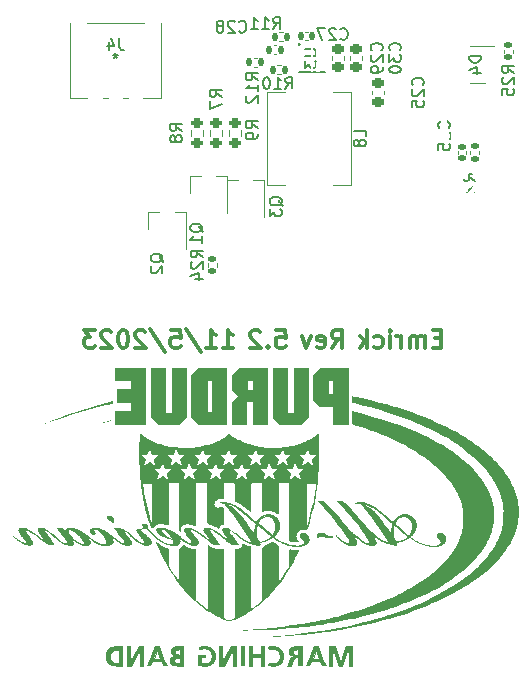
<source format=gbo>
G04 #@! TF.GenerationSoftware,KiCad,Pcbnew,(7.0.0)*
G04 #@! TF.CreationDate,2023-11-05T02:12:39-05:00*
G04 #@! TF.ProjectId,Emrick,456d7269-636b-42e6-9b69-6361645f7063,5.1*
G04 #@! TF.SameCoordinates,Original*
G04 #@! TF.FileFunction,Legend,Bot*
G04 #@! TF.FilePolarity,Positive*
%FSLAX46Y46*%
G04 Gerber Fmt 4.6, Leading zero omitted, Abs format (unit mm)*
G04 Created by KiCad (PCBNEW (7.0.0)) date 2023-11-05 02:12:39*
%MOMM*%
%LPD*%
G01*
G04 APERTURE LIST*
G04 Aperture macros list*
%AMRoundRect*
0 Rectangle with rounded corners*
0 $1 Rounding radius*
0 $2 $3 $4 $5 $6 $7 $8 $9 X,Y pos of 4 corners*
0 Add a 4 corners polygon primitive as box body*
4,1,4,$2,$3,$4,$5,$6,$7,$8,$9,$2,$3,0*
0 Add four circle primitives for the rounded corners*
1,1,$1+$1,$2,$3*
1,1,$1+$1,$4,$5*
1,1,$1+$1,$6,$7*
1,1,$1+$1,$8,$9*
0 Add four rect primitives between the rounded corners*
20,1,$1+$1,$2,$3,$4,$5,0*
20,1,$1+$1,$4,$5,$6,$7,0*
20,1,$1+$1,$6,$7,$8,$9,0*
20,1,$1+$1,$8,$9,$2,$3,0*%
G04 Aperture macros list end*
%ADD10C,0.100000*%
%ADD11C,0.000000*%
%ADD12C,0.300000*%
%ADD13C,0.150000*%
%ADD14C,0.120000*%
%ADD15C,0.152400*%
%ADD16C,0.508000*%
%ADD17R,1.800000X1.800000*%
%ADD18C,1.800000*%
%ADD19O,2.500000X1.200000*%
%ADD20C,0.499999*%
%ADD21R,1.000000X1.000000*%
%ADD22O,1.000000X1.000000*%
%ADD23C,0.650000*%
%ADD24O,2.100000X1.000000*%
%ADD25O,1.600000X1.000000*%
%ADD26RoundRect,0.135000X-0.135000X-0.185000X0.135000X-0.185000X0.135000X0.185000X-0.135000X0.185000X0*%
%ADD27R,3.500000X2.350000*%
%ADD28RoundRect,0.200000X-0.275000X0.200000X-0.275000X-0.200000X0.275000X-0.200000X0.275000X0.200000X0*%
%ADD29RoundRect,0.135000X-0.185000X0.135000X-0.185000X-0.135000X0.185000X-0.135000X0.185000X0.135000X0*%
%ADD30RoundRect,0.135000X0.135000X0.185000X-0.135000X0.185000X-0.135000X-0.185000X0.135000X-0.185000X0*%
%ADD31R,0.700000X1.000000*%
%ADD32R,0.700000X0.600000*%
%ADD33R,0.660400X2.000000*%
%ADD34R,0.762000X1.854200*%
%ADD35RoundRect,0.140000X0.140000X0.170000X-0.140000X0.170000X-0.140000X-0.170000X0.140000X-0.170000X0*%
%ADD36RoundRect,0.225000X-0.250000X0.225000X-0.250000X-0.225000X0.250000X-0.225000X0.250000X0.225000X0*%
%ADD37RoundRect,0.140000X0.170000X-0.140000X0.170000X0.140000X-0.170000X0.140000X-0.170000X-0.140000X0*%
%ADD38R,0.800000X1.900000*%
%ADD39RoundRect,0.225000X0.250000X-0.225000X0.250000X0.225000X-0.250000X0.225000X-0.250000X-0.225000X0*%
%ADD40R,0.600000X0.250000*%
%ADD41R,0.600000X0.249200*%
%ADD42R,0.250000X2.400000*%
%ADD43R,0.300000X0.900000*%
%ADD44R,0.300000X1.200000*%
%ADD45RoundRect,0.135000X0.185000X-0.135000X0.185000X0.135000X-0.185000X0.135000X-0.185000X-0.135000X0*%
G04 APERTURE END LIST*
D10*
X112125129Y-61502746D02*
X112116829Y-61497570D01*
X85666036Y-61465146D02*
X85686285Y-61493254D01*
X113421533Y-60705947D02*
X113404560Y-60746110D01*
X88247875Y-71792710D02*
X88222343Y-71782479D01*
X92553133Y-60524759D02*
X92565016Y-60533523D01*
X91471998Y-56596496D02*
X91476350Y-56598996D01*
X100504268Y-60141303D02*
X101005901Y-60577866D01*
X103416726Y-70900314D02*
X103417298Y-70889682D01*
X100446526Y-59889404D02*
X100448307Y-59884243D01*
X103449519Y-71028202D02*
X103444255Y-71019291D01*
X93054265Y-61051489D02*
X93082487Y-61086777D01*
X109737913Y-58421759D02*
X109749072Y-58424158D01*
X100504928Y-60004512D02*
X100493405Y-59994331D01*
X98721924Y-58999972D02*
X98635499Y-58916795D01*
X84475652Y-60476381D02*
X84490361Y-60475340D01*
X100271037Y-60001553D02*
X100271669Y-60004808D01*
X111594995Y-59766175D02*
X111687039Y-59844979D01*
X112276655Y-59590914D02*
X112296094Y-59573070D01*
X100271669Y-60004808D02*
X100272107Y-60008074D01*
X103633792Y-71142500D02*
X103617108Y-71139496D01*
X85664071Y-61759554D02*
X85656068Y-61762975D01*
X100798779Y-59507748D02*
X100833318Y-59488010D01*
X84508995Y-60474420D02*
X84527997Y-60475303D01*
X84416803Y-60819954D02*
X84391854Y-60768930D01*
X93140456Y-61294679D02*
X93132808Y-61294429D01*
X93429305Y-70936623D02*
X93427643Y-70927820D01*
X101923616Y-60454206D02*
X101914056Y-60499995D01*
X101570200Y-61105723D02*
X101569650Y-61110867D01*
X101633166Y-60970195D02*
X101627742Y-60967390D01*
X100309874Y-60448876D02*
X100319589Y-60380486D01*
X90760272Y-57426055D02*
X90708760Y-57080752D01*
X100445314Y-59931373D02*
X100444160Y-59926980D01*
X93655128Y-71102603D02*
X93637516Y-71101000D01*
X85738333Y-61586722D02*
X85740891Y-61594993D01*
X90655609Y-56664532D02*
X90654909Y-56651381D01*
X98904875Y-58832543D02*
X99013852Y-58919698D01*
X85430386Y-61722152D02*
X85423500Y-61719366D01*
X93525360Y-71829885D02*
X93512032Y-71825101D01*
X112420463Y-61496871D02*
X112363189Y-61510497D01*
X84757589Y-60570194D02*
X84832871Y-60616896D01*
X113243147Y-60995719D02*
X113237803Y-60997791D01*
X100009632Y-59768566D02*
X100113668Y-59849821D01*
X88687578Y-71831257D02*
X88489934Y-71831257D01*
X103425879Y-70839904D02*
X103428740Y-70830635D01*
X112063251Y-60023167D02*
X112052148Y-60012940D01*
X103461417Y-71045547D02*
X103455239Y-71036954D01*
X97663333Y-58291745D02*
X97651947Y-58283591D01*
X91500718Y-56688859D02*
X91500494Y-56706738D01*
X85639841Y-61767938D02*
X85631627Y-61769545D01*
X85623352Y-61770612D02*
X85615021Y-61771174D01*
X90672783Y-56600644D02*
X90676286Y-56598886D01*
X113128641Y-61113764D02*
X113129430Y-61117554D01*
X84678728Y-61165697D02*
X84640712Y-61126897D01*
X84387558Y-60502988D02*
X84395836Y-60497995D01*
X112853055Y-61340317D02*
X112801667Y-61365985D01*
X93521545Y-71065591D02*
X93510159Y-71058356D01*
X111735826Y-60900388D02*
X111734131Y-60911005D01*
X103418252Y-70879274D02*
X103419587Y-70869090D01*
X100458756Y-59957426D02*
X100455752Y-59953067D01*
X111743114Y-60582595D02*
X111735704Y-60671778D01*
X92528503Y-60508153D02*
X92540952Y-60516303D01*
X92384664Y-60442248D02*
X92393439Y-60443809D01*
X93431334Y-70945270D02*
X93429305Y-70936623D01*
X84677176Y-60524391D02*
X84708765Y-60541345D01*
X105170099Y-58268980D02*
X105163844Y-58309462D01*
X101638491Y-60972655D02*
X101633166Y-60970195D01*
X100483007Y-59984617D02*
X100473754Y-59975285D01*
X112100101Y-60191235D02*
X112116565Y-60208111D01*
X113248447Y-60993047D02*
X113243147Y-60995719D01*
X111787298Y-60272923D02*
X111768911Y-60379463D01*
X93564030Y-70699121D02*
X93579294Y-70694431D01*
X92288590Y-60667095D02*
X92271073Y-60631174D01*
X100480850Y-60121807D02*
X100491905Y-60130795D01*
X93529159Y-71389952D02*
X93539430Y-71387141D01*
X90656536Y-56625177D02*
X90657551Y-56621006D01*
X111734509Y-60831467D02*
X111736171Y-60852969D01*
X101708733Y-60962800D02*
X101704490Y-60966459D01*
X103520267Y-70719455D02*
X103533500Y-70712414D01*
X100271039Y-60024490D02*
X100224364Y-60211026D01*
X105393234Y-56669173D02*
X105391161Y-56708231D01*
X113232395Y-60999264D02*
X113226901Y-61000142D01*
X101219706Y-61372074D02*
X101168634Y-61396806D01*
X100142607Y-60753873D02*
X100141261Y-60808979D01*
X104649900Y-56587990D02*
X104670001Y-56587951D01*
X93499463Y-71050501D02*
X93489456Y-71042025D01*
X103530198Y-71107421D02*
X103517920Y-71099729D01*
X92404010Y-60851647D02*
X92391722Y-60836450D01*
X104627112Y-56588587D02*
X104649900Y-56587990D01*
X93480138Y-71032931D02*
X93471509Y-71023219D01*
X100235276Y-59944710D02*
X100240157Y-59950021D01*
X85273655Y-61626185D02*
X85155791Y-61551153D01*
X92250188Y-60508164D02*
X92252507Y-60499638D01*
X98888019Y-59176504D02*
X98805937Y-59086545D01*
X92485078Y-60937820D02*
X92450380Y-60902851D01*
X93539212Y-71834167D02*
X93525360Y-71829885D01*
X101756383Y-60890425D02*
X101733388Y-60930687D01*
X111728728Y-60925369D02*
X111725138Y-60929420D01*
X91476350Y-56598996D02*
X91480249Y-56601861D01*
X85390874Y-61701949D02*
X85332534Y-61663757D01*
X113127489Y-61109976D02*
X113128641Y-61113764D01*
X92336244Y-60754885D02*
X92326179Y-60737691D01*
X100584864Y-61536675D02*
X100575749Y-61532021D01*
X111664790Y-60883099D02*
X111653303Y-60866010D01*
X112037796Y-59997393D02*
X112033636Y-59992157D01*
X91500660Y-56672465D02*
X91500718Y-56688859D01*
X112009845Y-59916345D02*
X112010711Y-59910769D01*
X84758441Y-61241280D02*
X84717999Y-61203765D01*
X111008884Y-59896222D02*
X110863105Y-59691498D01*
X101573844Y-60927908D02*
X101039932Y-60465615D01*
X103601050Y-71135824D02*
X103585621Y-71131483D01*
X93447512Y-71428001D02*
X93460878Y-71419102D01*
X103517920Y-71099729D02*
X103506274Y-71091366D01*
X90662227Y-56610460D02*
X90664375Y-56607570D01*
X93583911Y-71843997D02*
X93568487Y-71841223D01*
X93583007Y-71378291D02*
X93594525Y-71376683D01*
X93655870Y-71372330D02*
X93668891Y-71372204D01*
X91228658Y-59534797D02*
X91208265Y-59470452D01*
X112749469Y-61389595D02*
X112696483Y-61411303D01*
X113120526Y-60943519D02*
X112855202Y-60714380D01*
X100536801Y-59749657D02*
X100562005Y-59717989D01*
X87998281Y-71570954D02*
X87986671Y-71547242D01*
X113253723Y-60989771D02*
X113248447Y-60993047D01*
X111837915Y-59986093D02*
X111839578Y-59989713D01*
X88687578Y-70698443D02*
X88687578Y-71831257D01*
X84585871Y-60486863D02*
X84605005Y-60493051D01*
X113258995Y-60985890D02*
X113253723Y-60989771D01*
X110125137Y-58609411D02*
X110192133Y-58647195D01*
X85745102Y-61654270D02*
X85743359Y-61662890D01*
X111831479Y-59975337D02*
X111833867Y-59978925D01*
X101598996Y-60948462D02*
X101586676Y-60938750D01*
X105388508Y-56611442D02*
X105390394Y-56615963D01*
X112211297Y-61534057D02*
X112200472Y-61531794D01*
X100281005Y-60815716D02*
X100283480Y-60742311D01*
X100113668Y-59849821D02*
X100221032Y-59930167D01*
X85631627Y-61769545D02*
X85623352Y-61770612D01*
X112009356Y-59932955D02*
X112009170Y-59927438D01*
X113159269Y-59485699D02*
X113188589Y-59505528D01*
X105390592Y-56756489D02*
X105354163Y-57030978D01*
X101892219Y-59976964D02*
X101909766Y-60049774D01*
X112953317Y-61282172D02*
X112903612Y-61312432D01*
X88329249Y-70714011D02*
X88359294Y-70708408D01*
X101902542Y-60545406D02*
X101889211Y-60590400D01*
X113106357Y-61078784D02*
X113113493Y-61086847D01*
X92714273Y-61117434D02*
X92673696Y-61090999D01*
X100290977Y-61038194D02*
X100285543Y-60997938D01*
X101039932Y-60465615D02*
X100504928Y-60004512D01*
X101565081Y-59470253D02*
X101591447Y-59486627D01*
X103547480Y-70706056D02*
X103562207Y-70700378D01*
X100491905Y-60130795D02*
X100504268Y-60141303D01*
X91480249Y-56601861D02*
X91483720Y-56605090D01*
X101011408Y-61461671D02*
X100957741Y-61480339D01*
X85598212Y-61770911D02*
X85589744Y-61770153D01*
X92595322Y-61033985D02*
X92557574Y-61003368D01*
X111861903Y-60919708D02*
X111858946Y-60751333D01*
X101691460Y-60974690D02*
X101687005Y-60976545D01*
X112009888Y-59938450D02*
X112009356Y-59932955D01*
X111299713Y-60322261D02*
X111157488Y-60111598D01*
X100450653Y-59944400D02*
X100448563Y-59940072D01*
X93028596Y-61021175D02*
X93054265Y-61051489D01*
X93366508Y-71650901D02*
X93364946Y-71638077D01*
X113450942Y-60624246D02*
X113437007Y-60665331D01*
X113342170Y-59668617D02*
X113364394Y-59702822D01*
X99825520Y-60465523D02*
X99652890Y-60206076D01*
X93861640Y-71372204D02*
X93861640Y-71850306D01*
X109508173Y-58453293D02*
X109497520Y-58444878D01*
X111835047Y-60068410D02*
X111821738Y-60117310D01*
X100137350Y-60879131D02*
X100133689Y-60880992D01*
X103610857Y-70687398D02*
X103628560Y-70684414D01*
X85529737Y-61756218D02*
X85512506Y-61750454D01*
X110926618Y-59160069D02*
X111091700Y-59306510D01*
X112044334Y-59848277D02*
X112184463Y-59686551D01*
X98453496Y-58760657D02*
X98356958Y-58687712D01*
X109864328Y-58685543D02*
X109724183Y-58591698D01*
X91383314Y-59937998D02*
X91339216Y-59830334D01*
X93388919Y-71720529D02*
X93383638Y-71709796D01*
X109685841Y-58406103D02*
X109723297Y-58417744D01*
X101563640Y-61074666D02*
X101565892Y-61079904D01*
X113437007Y-60665331D02*
X113421533Y-60705947D01*
X93861636Y-70679129D02*
X93861636Y-71103917D01*
X101717091Y-60954063D02*
X101712933Y-60958671D01*
X109459832Y-58401395D02*
X109457525Y-58396230D01*
X88021639Y-70917084D02*
X88036009Y-70896385D01*
X104580092Y-56590762D02*
X104603291Y-56589569D01*
X92270698Y-60467931D02*
X92273742Y-60465515D01*
X88170974Y-70773723D02*
X88194733Y-70760668D01*
X100545809Y-61509794D02*
X100543032Y-61506681D01*
X113500071Y-60230997D02*
X113501899Y-60276954D01*
X110317929Y-59059297D02*
X110249639Y-58993396D01*
X93403909Y-71471077D02*
X93413329Y-71459189D01*
X100559251Y-61521559D02*
X100552092Y-61515822D01*
X100282415Y-60955691D02*
X100280583Y-60887171D01*
X101509422Y-61012444D02*
X101523206Y-61024621D01*
X88197863Y-71771046D02*
X88174435Y-71758414D01*
X110063232Y-58576178D02*
X110125137Y-58609411D01*
X92317956Y-60446066D02*
X92327387Y-60444015D01*
X113364394Y-59702822D02*
X113385077Y-59737505D01*
D11*
G36*
X89034047Y-70698311D02*
G01*
X89034047Y-72119389D01*
X88494695Y-72119389D01*
X88443525Y-72118705D01*
X88393801Y-72116648D01*
X88345531Y-72113208D01*
X88298722Y-72108375D01*
X88253383Y-72102141D01*
X88209522Y-72094497D01*
X88167146Y-72085432D01*
X88126264Y-72074938D01*
X88096463Y-72066347D01*
X88067435Y-72056944D01*
X88039183Y-72046731D01*
X88011707Y-72035708D01*
X87985010Y-72023877D01*
X87959092Y-72011238D01*
X87933956Y-71997793D01*
X87909602Y-71983542D01*
X87886033Y-71968487D01*
X87863251Y-71952628D01*
X87841255Y-71935966D01*
X87820049Y-71918503D01*
X87799633Y-71900238D01*
X87780010Y-71881174D01*
X87761180Y-71861312D01*
X87743146Y-71840651D01*
X87721613Y-71813585D01*
X87701464Y-71785320D01*
X87682699Y-71755860D01*
X87665318Y-71725206D01*
X87649324Y-71693359D01*
X87634716Y-71660322D01*
X87621496Y-71626097D01*
X87609664Y-71590686D01*
X87599221Y-71554090D01*
X87590168Y-71516311D01*
X87582506Y-71477353D01*
X87576234Y-71437215D01*
X87571356Y-71395901D01*
X87567870Y-71353412D01*
X87565778Y-71309750D01*
X87565080Y-71264918D01*
X87565082Y-71264784D01*
X87931264Y-71264784D01*
X87931815Y-71296716D01*
X87933468Y-71327820D01*
X87936223Y-71358099D01*
X87940082Y-71387553D01*
X87945046Y-71416182D01*
X87951114Y-71443989D01*
X87958290Y-71470973D01*
X87966573Y-71497137D01*
X87975964Y-71522480D01*
X87986464Y-71547005D01*
X87998075Y-71570711D01*
X88010798Y-71593600D01*
X88024632Y-71615673D01*
X88039580Y-71636931D01*
X88055642Y-71657374D01*
X88072820Y-71677004D01*
X88090986Y-71695651D01*
X88110211Y-71713095D01*
X88130494Y-71729336D01*
X88151833Y-71744374D01*
X88174227Y-71758209D01*
X88197674Y-71770841D01*
X88222174Y-71782270D01*
X88247725Y-71792495D01*
X88274326Y-71801518D01*
X88301974Y-71809338D01*
X88330670Y-71815954D01*
X88360411Y-71821368D01*
X88391197Y-71825579D01*
X88423025Y-71828586D01*
X88455895Y-71830391D01*
X88489805Y-71830992D01*
X88687444Y-71830992D01*
X88687444Y-70698311D01*
X88489805Y-70698311D01*
X88455598Y-70698933D01*
X88422430Y-70700797D01*
X88390303Y-70703905D01*
X88359216Y-70708254D01*
X88329172Y-70713845D01*
X88300170Y-70720677D01*
X88272211Y-70728751D01*
X88245296Y-70738065D01*
X88219426Y-70748619D01*
X88194602Y-70760413D01*
X88170824Y-70773447D01*
X88148094Y-70787720D01*
X88126411Y-70803231D01*
X88105777Y-70819981D01*
X88086193Y-70837968D01*
X88067659Y-70857193D01*
X88051128Y-70876157D01*
X88035667Y-70895988D01*
X88021274Y-70916687D01*
X88007950Y-70938255D01*
X87995694Y-70960691D01*
X87984506Y-70983995D01*
X87974385Y-71008167D01*
X87965331Y-71033208D01*
X87957343Y-71059116D01*
X87950422Y-71085893D01*
X87944567Y-71113538D01*
X87939777Y-71142051D01*
X87936052Y-71171432D01*
X87933392Y-71201681D01*
X87931796Y-71232799D01*
X87931264Y-71264784D01*
X87565082Y-71264784D01*
X87565813Y-71218561D01*
X87568013Y-71173453D01*
X87571680Y-71129595D01*
X87576814Y-71086989D01*
X87583416Y-71045638D01*
X87591485Y-71005542D01*
X87601022Y-70966705D01*
X87612027Y-70929128D01*
X87624500Y-70892812D01*
X87638442Y-70857761D01*
X87653852Y-70823975D01*
X87670731Y-70791457D01*
X87689078Y-70760209D01*
X87708896Y-70730232D01*
X87730182Y-70701529D01*
X87752939Y-70674101D01*
X87771389Y-70654056D01*
X87790673Y-70634797D01*
X87810791Y-70616324D01*
X87831743Y-70598637D01*
X87853530Y-70581734D01*
X87876150Y-70565614D01*
X87899604Y-70550278D01*
X87923893Y-70535724D01*
X87949015Y-70521951D01*
X87974972Y-70508958D01*
X88001762Y-70496746D01*
X88029387Y-70485312D01*
X88057845Y-70474657D01*
X88087138Y-70464780D01*
X88117265Y-70455679D01*
X88148225Y-70447354D01*
X88185631Y-70438688D01*
X88224723Y-70431233D01*
X88265502Y-70424972D01*
X88307967Y-70419887D01*
X88352119Y-70415963D01*
X88397958Y-70413180D01*
X88445483Y-70411523D01*
X88494695Y-70410975D01*
X89034047Y-70410975D01*
X89034047Y-70698311D01*
G37*
D10*
X92327387Y-60444015D02*
X92337010Y-60442449D01*
X97642028Y-58276040D02*
X97633891Y-58269261D01*
X100462324Y-59856149D02*
X100466167Y-59849998D01*
X85724501Y-61554280D02*
X85732072Y-61570366D01*
X93499839Y-71399804D02*
X93509364Y-71396285D01*
X90660383Y-56613657D02*
X90662227Y-56610460D01*
X101658859Y-60978886D02*
X101653900Y-60977885D01*
X84359830Y-60691478D02*
X84352393Y-60668145D01*
X101569014Y-61090283D02*
X101569878Y-61095439D01*
X111676829Y-60899348D02*
X111664790Y-60883099D01*
X104547848Y-60454784D02*
X104538106Y-60453909D01*
X112134445Y-61507809D02*
X112125129Y-61502746D01*
X100268074Y-59991875D02*
X100269229Y-59995084D01*
X91408555Y-56590331D02*
X91418049Y-56589568D01*
X113437575Y-59844397D02*
X113451792Y-59880970D01*
X84490361Y-60475340D02*
X84499624Y-60474643D01*
X84373189Y-60514285D02*
X84380014Y-60508422D01*
X111869005Y-61003542D02*
X111864262Y-60962610D01*
X101616578Y-60960776D02*
X101610833Y-60956982D01*
X92576572Y-60542594D02*
X92587770Y-60551972D01*
X112967324Y-59405924D02*
X113000779Y-59414737D01*
X93861640Y-71850306D02*
X93668891Y-71850306D01*
X106855062Y-47897313D02*
X106386617Y-47897313D01*
X101889211Y-60590400D02*
X101874198Y-60634938D01*
X98356958Y-58687712D02*
X98256088Y-58618194D01*
X112243260Y-61536099D02*
X112239458Y-61536439D01*
X91500131Y-56657552D02*
X91500660Y-56672465D01*
X87936342Y-71171827D02*
X87940081Y-71142446D01*
X99385941Y-59814716D02*
X99286260Y-59676827D01*
X90664375Y-56607570D02*
X90666841Y-56604977D01*
X100452884Y-59873496D02*
X100455685Y-59867887D01*
X100283480Y-60742311D02*
X100287805Y-60667940D01*
X93442035Y-70802034D02*
X93445661Y-70794366D01*
X101666068Y-59545068D02*
X101689324Y-59567714D01*
X88422523Y-70700935D02*
X88455706Y-70699066D01*
X111843870Y-60004914D02*
X111844361Y-60008995D01*
X105365335Y-56593151D02*
X105370834Y-56595200D01*
X104670001Y-56587951D02*
X104745728Y-56589979D01*
X85679830Y-61750664D02*
X85671993Y-61755461D01*
X85332534Y-61663757D02*
X85273655Y-61626185D01*
X93460878Y-71419102D02*
X93475228Y-71410954D01*
X113002150Y-61249378D02*
X112953317Y-61282172D01*
X93535749Y-70710386D02*
X93549516Y-70704440D01*
X100869077Y-59469982D02*
X100906093Y-59453741D01*
X87940329Y-71387816D02*
X87936478Y-71358384D01*
X103455239Y-71036954D02*
X103449519Y-71028202D01*
X99127477Y-59466624D02*
X99048309Y-59366551D01*
X111528207Y-60668008D02*
X111299713Y-60322261D01*
X112230990Y-61536452D02*
X112221536Y-61535634D01*
X93475192Y-71807742D02*
X93463960Y-71800954D01*
X84642231Y-60507785D02*
X84660056Y-60515949D01*
X111844624Y-60013229D02*
X111844659Y-60017635D01*
X111905168Y-60197328D02*
X111910851Y-60177753D01*
X92254163Y-60595196D02*
X92251392Y-60588303D01*
X93160628Y-61201796D02*
X93169833Y-61219585D01*
X87933729Y-71328134D02*
X87932080Y-71297066D01*
X101936337Y-60361648D02*
X101931088Y-60408077D01*
X113098112Y-61070435D02*
X113106357Y-61078784D01*
X100183579Y-60399173D02*
X100167081Y-60496092D01*
X85735383Y-61578512D02*
X85738333Y-61586722D01*
X112238901Y-59628052D02*
X112257604Y-59609260D01*
X92248333Y-60517112D02*
X92250188Y-60508164D01*
D11*
G36*
X102335226Y-60267909D02*
G01*
X102334038Y-60286275D01*
X102326346Y-60347224D01*
X102315082Y-60407018D01*
X102300343Y-60465688D01*
X102282229Y-60523263D01*
X102260838Y-60579775D01*
X102236267Y-60635254D01*
X102208617Y-60689730D01*
X102177984Y-60743235D01*
X102144468Y-60795799D01*
X102108166Y-60847453D01*
X102069179Y-60898226D01*
X102027602Y-60948151D01*
X101993157Y-60988225D01*
X101963904Y-61023183D01*
X101939867Y-61053644D01*
X101929811Y-61067380D01*
X101921068Y-61080223D01*
X101913641Y-61092251D01*
X101909132Y-61100583D01*
X101907532Y-61103540D01*
X101902745Y-61114167D01*
X101899282Y-61124210D01*
X101897147Y-61133746D01*
X101896341Y-61142852D01*
X101896869Y-61151605D01*
X101898733Y-61160082D01*
X101901937Y-61168361D01*
X101906482Y-61176519D01*
X101912372Y-61184633D01*
X101919610Y-61192780D01*
X101928199Y-61201037D01*
X101938141Y-61209481D01*
X101949440Y-61218190D01*
X101962099Y-61227241D01*
X101991507Y-61246677D01*
X102026389Y-61268406D01*
X102112666Y-61321213D01*
X102229533Y-61390269D01*
X102338546Y-61451927D01*
X102440689Y-61506770D01*
X102536944Y-61555384D01*
X102628295Y-61598355D01*
X102715724Y-61636266D01*
X102800216Y-61669704D01*
X102882752Y-61699253D01*
X102964316Y-61725499D01*
X103045892Y-61749026D01*
X103128461Y-61770419D01*
X103213008Y-61790264D01*
X103391966Y-61827647D01*
X103590629Y-61865858D01*
X103673151Y-61871792D01*
X103755362Y-61876050D01*
X103796277Y-61877109D01*
X103837025Y-61877217D01*
X103877576Y-61876199D01*
X103917902Y-61873878D01*
X103957971Y-61870076D01*
X103997755Y-61864616D01*
X104037224Y-61857322D01*
X104076348Y-61848017D01*
X104115098Y-61836524D01*
X104153444Y-61822665D01*
X104191356Y-61806264D01*
X104228805Y-61787144D01*
X104242888Y-61778970D01*
X104256165Y-61770479D01*
X104268636Y-61761686D01*
X104280301Y-61752603D01*
X104291158Y-61743245D01*
X104301208Y-61733624D01*
X104310449Y-61723754D01*
X104318883Y-61713648D01*
X104326507Y-61703319D01*
X104333322Y-61692781D01*
X104339328Y-61682048D01*
X104344523Y-61671132D01*
X104348907Y-61660048D01*
X104352481Y-61648807D01*
X104355243Y-61637425D01*
X104357193Y-61625913D01*
X104358331Y-61614286D01*
X104358656Y-61602557D01*
X104358168Y-61590739D01*
X104356866Y-61578846D01*
X104354750Y-61566891D01*
X104351820Y-61554887D01*
X104348074Y-61542848D01*
X104343513Y-61530787D01*
X104338137Y-61518718D01*
X104331944Y-61506653D01*
X104324934Y-61494606D01*
X104317107Y-61482592D01*
X104308463Y-61470622D01*
X104299000Y-61458710D01*
X104288719Y-61446870D01*
X104277620Y-61435115D01*
X104264518Y-61422157D01*
X104251147Y-61409399D01*
X104223817Y-61384315D01*
X104168364Y-61334706D01*
X104141132Y-61309511D01*
X104127833Y-61296669D01*
X104114822Y-61283609D01*
X104102152Y-61270288D01*
X104089879Y-61256664D01*
X104078060Y-61242697D01*
X104066749Y-61228343D01*
X104056090Y-61213430D01*
X104046530Y-61198376D01*
X104038055Y-61183211D01*
X104030653Y-61167964D01*
X104024310Y-61152663D01*
X104019015Y-61137339D01*
X104014755Y-61122020D01*
X104011517Y-61106736D01*
X104009287Y-61091516D01*
X104008055Y-61076388D01*
X104007806Y-61061383D01*
X104008528Y-61046529D01*
X104010209Y-61031855D01*
X104012836Y-61017391D01*
X104016396Y-61003166D01*
X104020876Y-60989209D01*
X104026264Y-60975550D01*
X104032547Y-60962216D01*
X104039712Y-60949239D01*
X104047747Y-60936646D01*
X104056638Y-60924468D01*
X104066374Y-60912732D01*
X104076942Y-60901469D01*
X104088328Y-60890708D01*
X104100521Y-60880477D01*
X104113506Y-60870806D01*
X104127273Y-60861725D01*
X104141808Y-60853262D01*
X104157098Y-60845446D01*
X104173131Y-60838307D01*
X104189894Y-60831874D01*
X104207374Y-60826176D01*
X104245198Y-60816650D01*
X104283207Y-60810450D01*
X104321235Y-60807514D01*
X104359119Y-60807775D01*
X104396695Y-60811169D01*
X104433800Y-60817632D01*
X104470269Y-60827099D01*
X104505940Y-60839505D01*
X104540648Y-60854784D01*
X104574229Y-60872874D01*
X104606521Y-60893708D01*
X104637358Y-60917222D01*
X104666578Y-60943352D01*
X104694016Y-60972032D01*
X104719509Y-61003198D01*
X104742893Y-61036786D01*
X104765489Y-61075467D01*
X104784866Y-61115486D01*
X104801032Y-61156585D01*
X104813995Y-61198503D01*
X104823762Y-61240983D01*
X104830342Y-61283765D01*
X104833744Y-61326591D01*
X104833974Y-61369201D01*
X104831043Y-61411336D01*
X104824956Y-61452739D01*
X104815724Y-61493149D01*
X104803353Y-61532308D01*
X104787852Y-61569957D01*
X104769230Y-61605837D01*
X104758750Y-61623033D01*
X104747494Y-61639690D01*
X104735460Y-61655775D01*
X104722652Y-61671256D01*
X104695831Y-61700395D01*
X104667939Y-61727499D01*
X104639030Y-61752659D01*
X104609153Y-61775969D01*
X104578362Y-61797518D01*
X104546708Y-61817400D01*
X104514244Y-61835706D01*
X104481020Y-61852528D01*
X104447090Y-61867958D01*
X104412505Y-61882088D01*
X104377317Y-61895009D01*
X104341577Y-61906813D01*
X104305338Y-61917593D01*
X104268653Y-61927440D01*
X104231571Y-61936446D01*
X104194146Y-61944703D01*
X104115801Y-61959687D01*
X104037677Y-61971422D01*
X103959767Y-61980014D01*
X103882066Y-61985568D01*
X103804568Y-61988191D01*
X103727268Y-61987988D01*
X103650159Y-61985065D01*
X103573235Y-61979528D01*
X103496492Y-61971483D01*
X103419922Y-61961035D01*
X103343521Y-61948290D01*
X103267282Y-61933355D01*
X103191199Y-61916334D01*
X103115268Y-61897334D01*
X103039481Y-61876460D01*
X102963834Y-61853818D01*
X102888311Y-61829288D01*
X102813673Y-61803014D01*
X102739890Y-61775060D01*
X102666930Y-61745488D01*
X102594760Y-61714359D01*
X102523349Y-61681736D01*
X102382676Y-61612254D01*
X102244658Y-61537538D01*
X102109040Y-61458085D01*
X101975567Y-61374390D01*
X101843986Y-61286950D01*
X101823400Y-61273285D01*
X101813241Y-61267024D01*
X101803124Y-61261271D01*
X101793013Y-61256120D01*
X101782873Y-61251666D01*
X101772667Y-61248004D01*
X101767529Y-61246499D01*
X101762361Y-61245228D01*
X101757159Y-61244203D01*
X101751918Y-61243434D01*
X101746635Y-61242935D01*
X101741304Y-61242716D01*
X101735921Y-61242790D01*
X101730481Y-61243169D01*
X101724981Y-61243864D01*
X101719416Y-61244887D01*
X101713780Y-61246251D01*
X101708071Y-61247966D01*
X101702283Y-61250045D01*
X101696411Y-61252500D01*
X101690453Y-61255342D01*
X101684402Y-61258584D01*
X101678254Y-61262236D01*
X101672006Y-61266312D01*
X101618353Y-61301268D01*
X101563926Y-61334293D01*
X101508753Y-61365452D01*
X101452862Y-61394809D01*
X101396283Y-61422425D01*
X101339042Y-61448366D01*
X101281170Y-61472695D01*
X101222694Y-61495474D01*
X101163642Y-61516769D01*
X101104044Y-61536642D01*
X101043928Y-61555157D01*
X100983322Y-61572377D01*
X100922255Y-61588367D01*
X100860756Y-61603189D01*
X100736572Y-61629586D01*
X100721229Y-61632947D01*
X100707437Y-61636667D01*
X100701118Y-61638680D01*
X100695181Y-61640803D01*
X100689624Y-61643045D01*
X100684445Y-61645411D01*
X100679642Y-61647909D01*
X100675214Y-61650545D01*
X100671159Y-61653328D01*
X100667474Y-61656263D01*
X100664158Y-61659358D01*
X100661209Y-61662619D01*
X100658624Y-61666054D01*
X100656403Y-61669670D01*
X100654543Y-61673473D01*
X100653043Y-61677471D01*
X100651900Y-61681671D01*
X100651112Y-61686078D01*
X100650678Y-61690702D01*
X100650596Y-61695548D01*
X100650864Y-61700623D01*
X100651480Y-61705935D01*
X100652441Y-61711490D01*
X100653747Y-61717295D01*
X100655396Y-61723358D01*
X100657385Y-61729685D01*
X100659712Y-61736284D01*
X100662376Y-61743160D01*
X100668706Y-61757777D01*
X100676512Y-61775841D01*
X100679772Y-61784309D01*
X100682602Y-61792409D01*
X100684997Y-61800148D01*
X100686956Y-61807529D01*
X100688477Y-61814560D01*
X100689556Y-61821246D01*
X100690192Y-61827592D01*
X100690382Y-61833605D01*
X100690123Y-61839290D01*
X100689414Y-61844653D01*
X100688251Y-61849699D01*
X100686632Y-61854435D01*
X100684555Y-61858866D01*
X100682018Y-61862998D01*
X100679017Y-61866837D01*
X100675550Y-61870387D01*
X100671616Y-61873656D01*
X100667211Y-61876649D01*
X100662333Y-61879372D01*
X100656980Y-61881829D01*
X100651149Y-61884028D01*
X100644837Y-61885973D01*
X100638043Y-61887671D01*
X100630764Y-61889128D01*
X100622997Y-61890348D01*
X100614740Y-61891338D01*
X100596746Y-61892650D01*
X100576762Y-61893111D01*
X100507236Y-61891027D01*
X100436132Y-61885060D01*
X100363979Y-61875636D01*
X100291309Y-61863182D01*
X100218652Y-61848124D01*
X100146536Y-61830889D01*
X100075494Y-61811903D01*
X100006055Y-61791594D01*
X99874107Y-61748708D01*
X99754933Y-61705644D01*
X99652776Y-61665813D01*
X99571876Y-61632629D01*
X99543032Y-61620171D01*
X99513718Y-61606672D01*
X99454078Y-61576928D01*
X99393756Y-61544148D01*
X99333552Y-61509085D01*
X99274265Y-61472490D01*
X99216696Y-61435115D01*
X99161645Y-61397712D01*
X99109912Y-61361034D01*
X99037265Y-61307760D01*
X98965618Y-61253933D01*
X98824411Y-61144786D01*
X98543969Y-60921693D01*
X98496388Y-60882834D01*
X98452543Y-60845344D01*
X98370568Y-60773361D01*
X98329690Y-60738309D01*
X98287054Y-60703511D01*
X98264648Y-60686120D01*
X98241287Y-60668688D01*
X98216800Y-60651180D01*
X98191015Y-60633562D01*
X98185651Y-60630103D01*
X98179495Y-60626369D01*
X98165188Y-60618342D01*
X98148854Y-60610007D01*
X98140163Y-60605890D01*
X98131251Y-60601894D01*
X98122212Y-60598086D01*
X98113140Y-60594531D01*
X98104132Y-60591297D01*
X98095281Y-60588448D01*
X98086682Y-60586051D01*
X98078432Y-60584172D01*
X98070624Y-60582877D01*
X98063354Y-60582232D01*
X98057779Y-60585470D01*
X98053178Y-60589304D01*
X98049502Y-60593692D01*
X98046702Y-60598594D01*
X98044730Y-60603969D01*
X98043538Y-60609775D01*
X98043077Y-60615972D01*
X98043299Y-60622519D01*
X98044155Y-60629375D01*
X98045598Y-60636499D01*
X98047578Y-60643849D01*
X98050047Y-60651386D01*
X98056260Y-60666854D01*
X98063849Y-60682576D01*
X98072428Y-60698223D01*
X98081608Y-60713467D01*
X98091003Y-60727983D01*
X98100225Y-60741442D01*
X98116604Y-60763878D01*
X98127647Y-60778157D01*
X98207644Y-60877733D01*
X98288100Y-60976975D01*
X98328039Y-61026815D01*
X98367539Y-61076985D01*
X98406416Y-61127623D01*
X98444486Y-61178868D01*
X98537876Y-61309475D01*
X98629331Y-61441285D01*
X98718852Y-61574211D01*
X98806438Y-61708167D01*
X98816487Y-61724958D01*
X98820809Y-61733015D01*
X98824665Y-61740845D01*
X98828056Y-61748447D01*
X98830984Y-61755819D01*
X98833449Y-61762960D01*
X98835454Y-61769868D01*
X98837000Y-61776543D01*
X98838088Y-61782983D01*
X98838719Y-61789186D01*
X98838895Y-61795152D01*
X98838618Y-61800879D01*
X98837888Y-61806365D01*
X98836708Y-61811610D01*
X98835078Y-61816613D01*
X98833000Y-61821371D01*
X98830475Y-61825883D01*
X98827505Y-61830149D01*
X98824092Y-61834167D01*
X98820236Y-61837935D01*
X98815939Y-61841452D01*
X98811202Y-61844718D01*
X98806027Y-61847730D01*
X98800415Y-61850488D01*
X98794368Y-61852989D01*
X98787887Y-61855234D01*
X98780974Y-61857220D01*
X98773629Y-61858946D01*
X98765854Y-61860410D01*
X98757651Y-61861613D01*
X98749021Y-61862551D01*
X98713974Y-61865254D01*
X98679308Y-61867101D01*
X98644922Y-61868001D01*
X98610714Y-61867866D01*
X98576582Y-61866604D01*
X98542424Y-61864125D01*
X98508139Y-61860341D01*
X98473623Y-61855159D01*
X98438775Y-61848491D01*
X98403494Y-61840246D01*
X98367677Y-61830334D01*
X98331223Y-61818665D01*
X98294029Y-61805149D01*
X98255994Y-61789696D01*
X98217016Y-61772215D01*
X98176992Y-61752616D01*
X98093850Y-61703526D01*
X98014995Y-61653528D01*
X97939928Y-61602684D01*
X97868148Y-61551055D01*
X97799156Y-61498702D01*
X97732451Y-61445684D01*
X97603904Y-61337899D01*
X97352261Y-61117027D01*
X97221165Y-61004912D01*
X97152549Y-60948647D01*
X97081220Y-60892324D01*
X97007738Y-60838178D01*
X96918027Y-60776883D01*
X96819172Y-60713851D01*
X96768530Y-60683376D01*
X96718260Y-60654497D01*
X96669247Y-60627890D01*
X96622378Y-60604233D01*
X96578537Y-60584202D01*
X96538611Y-60568474D01*
X96503485Y-60557725D01*
X96487999Y-60554430D01*
X96474046Y-60552633D01*
X96461735Y-60552419D01*
X96451179Y-60553874D01*
X96442486Y-60557080D01*
X96435769Y-60562124D01*
X96432860Y-60573045D01*
X96431305Y-60584407D01*
X96431034Y-60596176D01*
X96431979Y-60608320D01*
X96434070Y-60620806D01*
X96437237Y-60633600D01*
X96441412Y-60646671D01*
X96446526Y-60659985D01*
X96452508Y-60673509D01*
X96459290Y-60687212D01*
X96474975Y-60715019D01*
X96493028Y-60743145D01*
X96512894Y-60771327D01*
X96534019Y-60799302D01*
X96555848Y-60826810D01*
X96599404Y-60879370D01*
X96639127Y-60926911D01*
X96656167Y-60948143D01*
X96670585Y-60967334D01*
X96935450Y-61339620D01*
X97066300Y-61526835D01*
X97194856Y-61715576D01*
X97200320Y-61724009D01*
X97205278Y-61732217D01*
X97209734Y-61740198D01*
X97213691Y-61747950D01*
X97217151Y-61755472D01*
X97220118Y-61762761D01*
X97222595Y-61769815D01*
X97224585Y-61776632D01*
X97226091Y-61783212D01*
X97227115Y-61789551D01*
X97227662Y-61795647D01*
X97227734Y-61801500D01*
X97227334Y-61807107D01*
X97226465Y-61812466D01*
X97225130Y-61817576D01*
X97223333Y-61822434D01*
X97221076Y-61827038D01*
X97218362Y-61831387D01*
X97215195Y-61835479D01*
X97211577Y-61839312D01*
X97207512Y-61842883D01*
X97203002Y-61846192D01*
X97198051Y-61849236D01*
X97192662Y-61852013D01*
X97186837Y-61854522D01*
X97180581Y-61856760D01*
X97173895Y-61858726D01*
X97166783Y-61860417D01*
X97159248Y-61861833D01*
X97151293Y-61862970D01*
X97142921Y-61863827D01*
X97134135Y-61864403D01*
X97098309Y-61865787D01*
X97062806Y-61866215D01*
X97027620Y-61865609D01*
X96992745Y-61863890D01*
X96958171Y-61860981D01*
X96923892Y-61856804D01*
X96889901Y-61851278D01*
X96856190Y-61844328D01*
X96822752Y-61835873D01*
X96789580Y-61825837D01*
X96756665Y-61814140D01*
X96724002Y-61800705D01*
X96691581Y-61785452D01*
X96659397Y-61768305D01*
X96627441Y-61749184D01*
X96595706Y-61728011D01*
X96454390Y-61627450D01*
X96313200Y-61524914D01*
X96031102Y-61315790D01*
X95467391Y-60894441D01*
X95402197Y-60847727D01*
X95336838Y-60803378D01*
X95271084Y-60761021D01*
X95204709Y-60720279D01*
X95137484Y-60680777D01*
X95069182Y-60642140D01*
X94999574Y-60603993D01*
X94928434Y-60565960D01*
X94922609Y-60563179D01*
X94915987Y-60560475D01*
X94908697Y-60557902D01*
X94900869Y-60555513D01*
X94892633Y-60553362D01*
X94884118Y-60551501D01*
X94875453Y-60549983D01*
X94866769Y-60548862D01*
X94858195Y-60548190D01*
X94849861Y-60548021D01*
X94841896Y-60548408D01*
X94834431Y-60549403D01*
X94830925Y-60550146D01*
X94827593Y-60551061D01*
X94824451Y-60552154D01*
X94821515Y-60553434D01*
X94818800Y-60554905D01*
X94816324Y-60556575D01*
X94814102Y-60558450D01*
X94812150Y-60560537D01*
X94806921Y-60565781D01*
X94802588Y-60571255D01*
X94799108Y-60576936D01*
X94796434Y-60582802D01*
X94794523Y-60588831D01*
X94793328Y-60594999D01*
X94792805Y-60601286D01*
X94792910Y-60607668D01*
X94793596Y-60614122D01*
X94794820Y-60620628D01*
X94796536Y-60627162D01*
X94798699Y-60633702D01*
X94801265Y-60640225D01*
X94804188Y-60646710D01*
X94810926Y-60659474D01*
X94818554Y-60671815D01*
X94826712Y-60683553D01*
X94835041Y-60694511D01*
X94843180Y-60704509D01*
X94866655Y-60731325D01*
X95091319Y-61000538D01*
X95146958Y-61068245D01*
X95201741Y-61136584D01*
X95255346Y-61205791D01*
X95307451Y-61276101D01*
X95320304Y-61294422D01*
X95332720Y-61313196D01*
X95344693Y-61332392D01*
X95356220Y-61351975D01*
X95367295Y-61371913D01*
X95377915Y-61392173D01*
X95388075Y-61412723D01*
X95397772Y-61433528D01*
X95407000Y-61454557D01*
X95415756Y-61475776D01*
X95424035Y-61497153D01*
X95431833Y-61518654D01*
X95439146Y-61540246D01*
X95445970Y-61561897D01*
X95452300Y-61583574D01*
X95458131Y-61605243D01*
X95460979Y-61617369D01*
X95463178Y-61629311D01*
X95464741Y-61641063D01*
X95465678Y-61652618D01*
X95466000Y-61663970D01*
X95465719Y-61675115D01*
X95464845Y-61686044D01*
X95463390Y-61696754D01*
X95461364Y-61707236D01*
X95458779Y-61717487D01*
X95455645Y-61727498D01*
X95451974Y-61737265D01*
X95447776Y-61746782D01*
X95443063Y-61756041D01*
X95437846Y-61765038D01*
X95432136Y-61773766D01*
X95425944Y-61782219D01*
X95419280Y-61790392D01*
X95412157Y-61798278D01*
X95404584Y-61805870D01*
X95396574Y-61813164D01*
X95388136Y-61820153D01*
X95379283Y-61826831D01*
X95370025Y-61833192D01*
X95360373Y-61839230D01*
X95350339Y-61844939D01*
X95339932Y-61850312D01*
X95329165Y-61855345D01*
X95306594Y-61864362D01*
X95282712Y-61871943D01*
X95247759Y-61880791D01*
X95212726Y-61888056D01*
X95177649Y-61893762D01*
X95142566Y-61897934D01*
X95107513Y-61900598D01*
X95072529Y-61901778D01*
X95037651Y-61901501D01*
X95002915Y-61899790D01*
X94968359Y-61896672D01*
X94934020Y-61892172D01*
X94899935Y-61886314D01*
X94866141Y-61879124D01*
X94832676Y-61870627D01*
X94799578Y-61860848D01*
X94766882Y-61849813D01*
X94734626Y-61837547D01*
X94678161Y-61813709D01*
X94623732Y-61788375D01*
X94571150Y-61761607D01*
X94520225Y-61733468D01*
X94470767Y-61704022D01*
X94422587Y-61673331D01*
X94375495Y-61641458D01*
X94329301Y-61608467D01*
X94283816Y-61574420D01*
X94238850Y-61539380D01*
X94149714Y-61466574D01*
X93969320Y-61311819D01*
X93961048Y-61304525D01*
X93952685Y-61296695D01*
X93935558Y-61279799D01*
X93917697Y-61261876D01*
X93908415Y-61252763D01*
X93898858Y-61243673D01*
X93888995Y-61234699D01*
X93878797Y-61225935D01*
X93868232Y-61217473D01*
X93857271Y-61209407D01*
X93845882Y-61201831D01*
X93834036Y-61194836D01*
X93827932Y-61191587D01*
X93821703Y-61188518D01*
X93815343Y-61185641D01*
X93808851Y-61182968D01*
X93806500Y-61185772D01*
X93804522Y-61188628D01*
X93802901Y-61191532D01*
X93801620Y-61194483D01*
X93800663Y-61197478D01*
X93800013Y-61200515D01*
X93799656Y-61203592D01*
X93799573Y-61206706D01*
X93799749Y-61209854D01*
X93800168Y-61213036D01*
X93800813Y-61216247D01*
X93801669Y-61219486D01*
X93802718Y-61222751D01*
X93803944Y-61226039D01*
X93806865Y-61232676D01*
X93829456Y-61271994D01*
X93837821Y-61286552D01*
X93852937Y-61319950D01*
X93866174Y-61352614D01*
X93877545Y-61384526D01*
X93887066Y-61415667D01*
X93894750Y-61446021D01*
X93900614Y-61475569D01*
X93904671Y-61504294D01*
X93906937Y-61532176D01*
X93907425Y-61559199D01*
X93906150Y-61585344D01*
X93903128Y-61610594D01*
X93898373Y-61634930D01*
X93891898Y-61658335D01*
X93883720Y-61680791D01*
X93873853Y-61702280D01*
X93862311Y-61722783D01*
X93849109Y-61742284D01*
X93834262Y-61760763D01*
X93817784Y-61778204D01*
X93799690Y-61794588D01*
X93779995Y-61809897D01*
X93758713Y-61824113D01*
X93735859Y-61837219D01*
X93711447Y-61849196D01*
X93685493Y-61860027D01*
X93658011Y-61869694D01*
X93629015Y-61878178D01*
X93598521Y-61885462D01*
X93566542Y-61891528D01*
X93533094Y-61896358D01*
X93498191Y-61899933D01*
X93461849Y-61902237D01*
X93384502Y-61904252D01*
X93307989Y-61903313D01*
X93232313Y-61899444D01*
X93157477Y-61892665D01*
X93083483Y-61882996D01*
X93010335Y-61870460D01*
X92938035Y-61855077D01*
X92866586Y-61836868D01*
X92795992Y-61815855D01*
X92726254Y-61792059D01*
X92657377Y-61765500D01*
X92589362Y-61736200D01*
X92522214Y-61704181D01*
X92455934Y-61669462D01*
X92390526Y-61632066D01*
X92325992Y-61592013D01*
X92246042Y-61539341D01*
X92167389Y-61485369D01*
X92089979Y-61430113D01*
X92013759Y-61373591D01*
X91938678Y-61315819D01*
X91864681Y-61256815D01*
X91719733Y-61135177D01*
X91578494Y-61008813D01*
X91440541Y-60877861D01*
X91305452Y-60742456D01*
X91172807Y-60602736D01*
X91163705Y-60594028D01*
X91154313Y-60585352D01*
X91144637Y-60576763D01*
X91134685Y-60568314D01*
X91124464Y-60560059D01*
X91113981Y-60552054D01*
X91103243Y-60544351D01*
X91092258Y-60537004D01*
X91081033Y-60530069D01*
X91069575Y-60523598D01*
X91057890Y-60517646D01*
X91045987Y-60512268D01*
X91033873Y-60507516D01*
X91021554Y-60503446D01*
X91009038Y-60500111D01*
X90996331Y-60497565D01*
X90979665Y-60495185D01*
X90963002Y-60493598D01*
X90946338Y-60492728D01*
X90929670Y-60492496D01*
X90912996Y-60492826D01*
X90896311Y-60493640D01*
X90862898Y-60496407D01*
X90829405Y-60500180D01*
X90795804Y-60504336D01*
X90762071Y-60508257D01*
X90728177Y-60511322D01*
X90718480Y-60512238D01*
X90708710Y-60513539D01*
X90698906Y-60515211D01*
X90689104Y-60517245D01*
X90679341Y-60519626D01*
X90669653Y-60522343D01*
X90660078Y-60525383D01*
X90650652Y-60528735D01*
X90641412Y-60532386D01*
X90632395Y-60536325D01*
X90623638Y-60540538D01*
X90615177Y-60545013D01*
X90607049Y-60549739D01*
X90599292Y-60554703D01*
X90591941Y-60559894D01*
X90585035Y-60565298D01*
X90586146Y-60574417D01*
X90587643Y-60582960D01*
X90589523Y-60590979D01*
X90591783Y-60598527D01*
X90594422Y-60605656D01*
X90597436Y-60612420D01*
X90600824Y-60618870D01*
X90604583Y-60625060D01*
X90608711Y-60631042D01*
X90613206Y-60636869D01*
X90618064Y-60642593D01*
X90623285Y-60648269D01*
X90628865Y-60653947D01*
X90634803Y-60659681D01*
X90647741Y-60671527D01*
X90712277Y-60728534D01*
X90777445Y-60784827D01*
X90908786Y-60896291D01*
X91039978Y-61007954D01*
X91104961Y-61064495D01*
X91169236Y-61121848D01*
X91218405Y-61167194D01*
X91242625Y-61190273D01*
X91266440Y-61213719D01*
X91289729Y-61237602D01*
X91312370Y-61261996D01*
X91334242Y-61286970D01*
X91355223Y-61312596D01*
X91375191Y-61338947D01*
X91394026Y-61366093D01*
X91411605Y-61394106D01*
X91427808Y-61423058D01*
X91442512Y-61453020D01*
X91455596Y-61484063D01*
X91461493Y-61500013D01*
X91466939Y-61516259D01*
X91471919Y-61532812D01*
X91476419Y-61549680D01*
X91483799Y-61583199D01*
X91488659Y-61614774D01*
X91490136Y-61629844D01*
X91490975Y-61644442D01*
X91491172Y-61658573D01*
X91490724Y-61672242D01*
X91489628Y-61685452D01*
X91487882Y-61698210D01*
X91485482Y-61710518D01*
X91482425Y-61722383D01*
X91478708Y-61733809D01*
X91474328Y-61744800D01*
X91469283Y-61755361D01*
X91463569Y-61765497D01*
X91457184Y-61775212D01*
X91450124Y-61784512D01*
X91442386Y-61793401D01*
X91433968Y-61801883D01*
X91424866Y-61809963D01*
X91415077Y-61817646D01*
X91404599Y-61824936D01*
X91393429Y-61831839D01*
X91381562Y-61838359D01*
X91368998Y-61844500D01*
X91355732Y-61850267D01*
X91341761Y-61855666D01*
X91311695Y-61865374D01*
X91278775Y-61873661D01*
X91231239Y-61883147D01*
X91183910Y-61890458D01*
X91136829Y-61895578D01*
X91090040Y-61898493D01*
X91043583Y-61899185D01*
X90997503Y-61897639D01*
X90951840Y-61893838D01*
X90906637Y-61887767D01*
X90861937Y-61879409D01*
X90817781Y-61868748D01*
X90774212Y-61855769D01*
X90731272Y-61840454D01*
X90689003Y-61822789D01*
X90647448Y-61802756D01*
X90606649Y-61780340D01*
X90566648Y-61755525D01*
X90524496Y-61732301D01*
X90482901Y-61708031D01*
X90441828Y-61682804D01*
X90401245Y-61656709D01*
X90321415Y-61602272D01*
X90243146Y-61545429D01*
X90166173Y-61486894D01*
X90090232Y-61427378D01*
X89940381Y-61308248D01*
X89895924Y-61272481D01*
X89855304Y-61238527D01*
X89817975Y-61206123D01*
X89783391Y-61175010D01*
X89720272Y-61115604D01*
X89661575Y-61058217D01*
X89602927Y-61000755D01*
X89539957Y-60941126D01*
X89505485Y-60909845D01*
X89468292Y-60877237D01*
X89427833Y-60843041D01*
X89383561Y-60806995D01*
X89366826Y-60792598D01*
X89343217Y-60771297D01*
X89314529Y-60746008D01*
X89298842Y-60732780D01*
X89282558Y-60719649D01*
X89265902Y-60706981D01*
X89249099Y-60695139D01*
X89232372Y-60684488D01*
X89224108Y-60679723D01*
X89215946Y-60675393D01*
X89207917Y-60671544D01*
X89200046Y-60668220D01*
X89192363Y-60665467D01*
X89184896Y-60663331D01*
X89177672Y-60661858D01*
X89170720Y-60661093D01*
X89164068Y-60661082D01*
X89157743Y-60661870D01*
X89154425Y-60665324D01*
X89152107Y-60669201D01*
X89150744Y-60673482D01*
X89150289Y-60678151D01*
X89150698Y-60683191D01*
X89151925Y-60688585D01*
X89153925Y-60694314D01*
X89156653Y-60700363D01*
X89160063Y-60706714D01*
X89164111Y-60713350D01*
X89168749Y-60720253D01*
X89173935Y-60727406D01*
X89185763Y-60742395D01*
X89199232Y-60758179D01*
X89213981Y-60774620D01*
X89229646Y-60791581D01*
X89262275Y-60826511D01*
X89278514Y-60844206D01*
X89294218Y-60861870D01*
X89309027Y-60879366D01*
X89322576Y-60896556D01*
X89545985Y-61188706D01*
X89599985Y-61262972D01*
X89651971Y-61338371D01*
X89677012Y-61376596D01*
X89701310Y-61415225D01*
X89724788Y-61454297D01*
X89747365Y-61493853D01*
X89759229Y-61516231D01*
X89769653Y-61538182D01*
X89778653Y-61559685D01*
X89786248Y-61580720D01*
X89792452Y-61601265D01*
X89797281Y-61621300D01*
X89800754Y-61640803D01*
X89802885Y-61659755D01*
X89803691Y-61678134D01*
X89803188Y-61695919D01*
X89801393Y-61713089D01*
X89798323Y-61729624D01*
X89793993Y-61745504D01*
X89788419Y-61760706D01*
X89781619Y-61775210D01*
X89773608Y-61788996D01*
X89764404Y-61802042D01*
X89754021Y-61814327D01*
X89742477Y-61825832D01*
X89729788Y-61836535D01*
X89715970Y-61846415D01*
X89701040Y-61855451D01*
X89685014Y-61863623D01*
X89667909Y-61870909D01*
X89649740Y-61877289D01*
X89630524Y-61882743D01*
X89610277Y-61887248D01*
X89589016Y-61890785D01*
X89566757Y-61893332D01*
X89543517Y-61894869D01*
X89519311Y-61895375D01*
X89494157Y-61894829D01*
X89437721Y-61892361D01*
X89379335Y-61889126D01*
X89319893Y-61884530D01*
X89260284Y-61877978D01*
X89230696Y-61873784D01*
X89201401Y-61868878D01*
X89172510Y-61863187D01*
X89144135Y-61856635D01*
X89116386Y-61849150D01*
X89089377Y-61840657D01*
X89063217Y-61831081D01*
X89038018Y-61820348D01*
X88973875Y-61789904D01*
X88911757Y-61758468D01*
X88851269Y-61725842D01*
X88792019Y-61691826D01*
X88733613Y-61656223D01*
X88675656Y-61618834D01*
X88617756Y-61579461D01*
X88559518Y-61537905D01*
X88513048Y-61503957D01*
X88473523Y-61474602D01*
X88438380Y-61447401D01*
X88421649Y-61433847D01*
X88405051Y-61419917D01*
X88388266Y-61405307D01*
X88370973Y-61389711D01*
X88352851Y-61372825D01*
X88333578Y-61354344D01*
X88290303Y-61311377D01*
X88238580Y-61258373D01*
X88233122Y-61251787D01*
X88227881Y-61245828D01*
X88222854Y-61240470D01*
X88218035Y-61235687D01*
X88213421Y-61231454D01*
X88209006Y-61227745D01*
X88204787Y-61224533D01*
X88200758Y-61221794D01*
X88196914Y-61219502D01*
X88193252Y-61217630D01*
X88189767Y-61216153D01*
X88186454Y-61215046D01*
X88183308Y-61214281D01*
X88180326Y-61213834D01*
X88177501Y-61213680D01*
X88174831Y-61213791D01*
X88172309Y-61214142D01*
X88169933Y-61214708D01*
X88167696Y-61215463D01*
X88165595Y-61216381D01*
X88161781Y-61218602D01*
X88158454Y-61221166D01*
X88155577Y-61223866D01*
X88153114Y-61226497D01*
X88149282Y-61230724D01*
X88147807Y-61233580D01*
X88146671Y-61236423D01*
X88145858Y-61239255D01*
X88145352Y-61242079D01*
X88145138Y-61244900D01*
X88145200Y-61247721D01*
X88145523Y-61250546D01*
X88146091Y-61253377D01*
X88146889Y-61256219D01*
X88147900Y-61259076D01*
X88149110Y-61261950D01*
X88150502Y-61264846D01*
X88152061Y-61267766D01*
X88153772Y-61270715D01*
X88157585Y-61276712D01*
X88175776Y-61302553D01*
X88180433Y-61309618D01*
X88184885Y-61316982D01*
X88186995Y-61320785D01*
X88189007Y-61324674D01*
X88190905Y-61328651D01*
X88192674Y-61332721D01*
X88202856Y-61358082D01*
X88211847Y-61383150D01*
X88219647Y-61407900D01*
X88226258Y-61432309D01*
X88231680Y-61456353D01*
X88235912Y-61480007D01*
X88238957Y-61503248D01*
X88240813Y-61526051D01*
X88241482Y-61548392D01*
X88240965Y-61570248D01*
X88239261Y-61591593D01*
X88236371Y-61612404D01*
X88232296Y-61632657D01*
X88227036Y-61652328D01*
X88220592Y-61671392D01*
X88212964Y-61689826D01*
X88204153Y-61707605D01*
X88194159Y-61724706D01*
X88182983Y-61741104D01*
X88170626Y-61756774D01*
X88157086Y-61771694D01*
X88142367Y-61785839D01*
X88126467Y-61799184D01*
X88109387Y-61811706D01*
X88091128Y-61823381D01*
X88071691Y-61834184D01*
X88051075Y-61844092D01*
X88029281Y-61853079D01*
X88006311Y-61861123D01*
X87982164Y-61868199D01*
X87956840Y-61874283D01*
X87930341Y-61879351D01*
X87874420Y-61888174D01*
X87820683Y-61895120D01*
X87767829Y-61900222D01*
X87714557Y-61903511D01*
X87659568Y-61905020D01*
X87601561Y-61904782D01*
X87539234Y-61902830D01*
X87471288Y-61899195D01*
X87375852Y-61893273D01*
X87284306Y-61883033D01*
X87196494Y-61868598D01*
X87112259Y-61850092D01*
X87031444Y-61827640D01*
X86953894Y-61801366D01*
X86879452Y-61771394D01*
X86807961Y-61737849D01*
X86739266Y-61700854D01*
X86673209Y-61660534D01*
X86609635Y-61617013D01*
X86548387Y-61570415D01*
X86489308Y-61520865D01*
X86432242Y-61468486D01*
X86377034Y-61413404D01*
X86323526Y-61355741D01*
X86313243Y-61346473D01*
X86303373Y-61336214D01*
X86293834Y-61325166D01*
X86284543Y-61313529D01*
X86248203Y-61265104D01*
X86238910Y-61253532D01*
X86229368Y-61242573D01*
X86219495Y-61232430D01*
X86209208Y-61223302D01*
X86203884Y-61219182D01*
X86198424Y-61215391D01*
X86192820Y-61211954D01*
X86187061Y-61208896D01*
X86181135Y-61206243D01*
X86175034Y-61204019D01*
X86168747Y-61202249D01*
X86162263Y-61200960D01*
X86158380Y-61204667D01*
X86155548Y-61209021D01*
X86153714Y-61213991D01*
X86152824Y-61219544D01*
X86152823Y-61225651D01*
X86153656Y-61232278D01*
X86155271Y-61239395D01*
X86157611Y-61246971D01*
X86160625Y-61254973D01*
X86164256Y-61263371D01*
X86173155Y-61281227D01*
X86183875Y-61300289D01*
X86195983Y-61320304D01*
X86249608Y-61404873D01*
X86262144Y-61425886D01*
X86273464Y-61446344D01*
X86283133Y-61465997D01*
X86287214Y-61475443D01*
X86290719Y-61484593D01*
X86296843Y-61503374D01*
X86301904Y-61522046D01*
X86305919Y-61540581D01*
X86308903Y-61558951D01*
X86310873Y-61577127D01*
X86311844Y-61595083D01*
X86311832Y-61612789D01*
X86310853Y-61630219D01*
X86310104Y-61636860D01*
X86308923Y-61647344D01*
X86306057Y-61664136D01*
X86302273Y-61680567D01*
X86297585Y-61696610D01*
X86292009Y-61712236D01*
X86285562Y-61727418D01*
X86278259Y-61742127D01*
X86270116Y-61756336D01*
X86261149Y-61770017D01*
X86251374Y-61783141D01*
X86240806Y-61795682D01*
X86229463Y-61807610D01*
X86217359Y-61818899D01*
X86204510Y-61829519D01*
X86190933Y-61839444D01*
X86176643Y-61848645D01*
X86161657Y-61857094D01*
X86145989Y-61864764D01*
X86129656Y-61871626D01*
X86112674Y-61877652D01*
X86095059Y-61882815D01*
X86076826Y-61887087D01*
X86057992Y-61890439D01*
X86038572Y-61892845D01*
X85968521Y-61899946D01*
X85897693Y-61906047D01*
X85826561Y-61909776D01*
X85791029Y-61910322D01*
X85755599Y-61909761D01*
X85720330Y-61907921D01*
X85685282Y-61904630D01*
X85650514Y-61899718D01*
X85616085Y-61893012D01*
X85582054Y-61884341D01*
X85548481Y-61873533D01*
X85515425Y-61860417D01*
X85482946Y-61844822D01*
X85345803Y-61775764D01*
X85298880Y-61751649D01*
X85259918Y-61730705D01*
X85224063Y-61710101D01*
X85186461Y-61687009D01*
X85142257Y-61658600D01*
X85086599Y-61622044D01*
X85078419Y-61616826D01*
X85069413Y-61610505D01*
X85048973Y-61595189D01*
X85025373Y-61577368D01*
X85012418Y-61567915D01*
X84998708Y-61558313D01*
X84984256Y-61548720D01*
X84969073Y-61539295D01*
X84953172Y-61530197D01*
X84936563Y-61521585D01*
X84919259Y-61513618D01*
X84910350Y-61509926D01*
X84901271Y-61506455D01*
X84892025Y-61503224D01*
X84882612Y-61500255D01*
X84873035Y-61497565D01*
X84863294Y-61495176D01*
X84858193Y-61497767D01*
X84853710Y-61500498D01*
X84849819Y-61503362D01*
X84846489Y-61506349D01*
X84843693Y-61509453D01*
X84841403Y-61512664D01*
X84839591Y-61515974D01*
X84838227Y-61519375D01*
X84837283Y-61522859D01*
X84836732Y-61526418D01*
X84836545Y-61530043D01*
X84836693Y-61533725D01*
X84837148Y-61537458D01*
X84837882Y-61541232D01*
X84838867Y-61545039D01*
X84840074Y-61548870D01*
X84843040Y-61556576D01*
X84846555Y-61564282D01*
X84854324Y-61579432D01*
X84858123Y-61586743D01*
X84861564Y-61593791D01*
X84864420Y-61600509D01*
X84865558Y-61603724D01*
X84866464Y-61606831D01*
X84870471Y-61623017D01*
X84873787Y-61638779D01*
X84876415Y-61654114D01*
X84878355Y-61669016D01*
X84879610Y-61683481D01*
X84880182Y-61697504D01*
X84880073Y-61711081D01*
X84879285Y-61724206D01*
X84877820Y-61736876D01*
X84875679Y-61749086D01*
X84872866Y-61760830D01*
X84869381Y-61772104D01*
X84865228Y-61782904D01*
X84860407Y-61793226D01*
X84854921Y-61803063D01*
X84848771Y-61812412D01*
X84841961Y-61821268D01*
X84834491Y-61829627D01*
X84826364Y-61837483D01*
X84817582Y-61844832D01*
X84808147Y-61851669D01*
X84798060Y-61857991D01*
X84787324Y-61863791D01*
X84775940Y-61869066D01*
X84763912Y-61873811D01*
X84751240Y-61878021D01*
X84737926Y-61881691D01*
X84723974Y-61884817D01*
X84709384Y-61887394D01*
X84694158Y-61889418D01*
X84678299Y-61890884D01*
X84661809Y-61891787D01*
X84609008Y-61893069D01*
X84555475Y-61892967D01*
X84501660Y-61891064D01*
X84474787Y-61889306D01*
X84448011Y-61886942D01*
X84421389Y-61883919D01*
X84394976Y-61880184D01*
X84368828Y-61875687D01*
X84343002Y-61870374D01*
X84317554Y-61864194D01*
X84292539Y-61857095D01*
X84268014Y-61849024D01*
X84244035Y-61839929D01*
X84210500Y-61831131D01*
X84176955Y-61821142D01*
X84143455Y-61810009D01*
X84110052Y-61797781D01*
X84076804Y-61784507D01*
X84043763Y-61770235D01*
X84010986Y-61755013D01*
X83978525Y-61738891D01*
X83946437Y-61721915D01*
X83914775Y-61704136D01*
X83883595Y-61685601D01*
X83852951Y-61666358D01*
X83822897Y-61646456D01*
X83793488Y-61625944D01*
X83764780Y-61604870D01*
X83736825Y-61583283D01*
X83626952Y-61494867D01*
X83518041Y-61405063D01*
X83302198Y-61222639D01*
X83087472Y-61038702D01*
X82872037Y-60855943D01*
X82836184Y-60826617D01*
X82800739Y-60799033D01*
X82765378Y-60772850D01*
X82729776Y-60747728D01*
X82693609Y-60723325D01*
X82656555Y-60699301D01*
X82618288Y-60675314D01*
X82578485Y-60651022D01*
X82571622Y-60646792D01*
X82565035Y-60642489D01*
X82552469Y-60634002D01*
X82546378Y-60629985D01*
X82540342Y-60626229D01*
X82534306Y-60622818D01*
X82528213Y-60619835D01*
X82525128Y-60618530D01*
X82522008Y-60617364D01*
X82518847Y-60616346D01*
X82515637Y-60615487D01*
X82512371Y-60614798D01*
X82509043Y-60614289D01*
X82505646Y-60613971D01*
X82502172Y-60613853D01*
X82498614Y-60613946D01*
X82494967Y-60614261D01*
X82491222Y-60614809D01*
X82487374Y-60615598D01*
X82483414Y-60616641D01*
X82479336Y-60617947D01*
X82475134Y-60619526D01*
X82470800Y-60621390D01*
X82467744Y-60623700D01*
X82464972Y-60626091D01*
X82462475Y-60628558D01*
X82460246Y-60631100D01*
X82458278Y-60633712D01*
X82456563Y-60636393D01*
X82455094Y-60639139D01*
X82453863Y-60641946D01*
X82452862Y-60644813D01*
X82452084Y-60647736D01*
X82451522Y-60650712D01*
X82451168Y-60653739D01*
X82451015Y-60656812D01*
X82451055Y-60659930D01*
X82451280Y-60663089D01*
X82451683Y-60666286D01*
X82452257Y-60669518D01*
X82452994Y-60672783D01*
X82453886Y-60676077D01*
X82454926Y-60679397D01*
X82457421Y-60686105D01*
X82460417Y-60692883D01*
X82463856Y-60699706D01*
X82467676Y-60706551D01*
X82471817Y-60713394D01*
X82476220Y-60720211D01*
X82487423Y-60736768D01*
X82498930Y-60753119D01*
X82522708Y-60785305D01*
X82547257Y-60816980D01*
X82572283Y-60848352D01*
X82622576Y-60911028D01*
X82647252Y-60942749D01*
X82671220Y-60975006D01*
X82934810Y-61341106D01*
X83065018Y-61525242D01*
X83193242Y-61710679D01*
X83198536Y-61718666D01*
X83203330Y-61726500D01*
X83207630Y-61734176D01*
X83211439Y-61741688D01*
X83214759Y-61749030D01*
X83217596Y-61756198D01*
X83219953Y-61763184D01*
X83221832Y-61769985D01*
X83223239Y-61776594D01*
X83224176Y-61783006D01*
X83224648Y-61789215D01*
X83224657Y-61795216D01*
X83224208Y-61801003D01*
X83223304Y-61806570D01*
X83221950Y-61811913D01*
X83220147Y-61817025D01*
X83217901Y-61821901D01*
X83215215Y-61826535D01*
X83212093Y-61830923D01*
X83208537Y-61835058D01*
X83204553Y-61838934D01*
X83200143Y-61842547D01*
X83195311Y-61845890D01*
X83190061Y-61848959D01*
X83184397Y-61851747D01*
X83178322Y-61854249D01*
X83171839Y-61856460D01*
X83164953Y-61858374D01*
X83157667Y-61859985D01*
X83149985Y-61861288D01*
X83141910Y-61862277D01*
X83133447Y-61862947D01*
X83100064Y-61864355D01*
X83067063Y-61864822D01*
X83034412Y-61864294D01*
X83002077Y-61862717D01*
X82970026Y-61860037D01*
X82938226Y-61856200D01*
X82906644Y-61851152D01*
X82875247Y-61844839D01*
X82844001Y-61837206D01*
X82812875Y-61828201D01*
X82781835Y-61817767D01*
X82750848Y-61805852D01*
X82719881Y-61792402D01*
X82688901Y-61777362D01*
X82657875Y-61760678D01*
X82626771Y-61742297D01*
X82489314Y-61654874D01*
X82355017Y-61564660D01*
X82223087Y-61472111D01*
X82092726Y-61377684D01*
X81571084Y-60990351D01*
X81497387Y-60937591D01*
X81422043Y-60885646D01*
X81345337Y-60834626D01*
X81267557Y-60784637D01*
X81188990Y-60735790D01*
X81109922Y-60688192D01*
X81030641Y-60641953D01*
X80951432Y-60597180D01*
X80934738Y-60587664D01*
X80927310Y-60583455D01*
X80920303Y-60579666D01*
X80913572Y-60576334D01*
X80906975Y-60573500D01*
X80903681Y-60572282D01*
X80900366Y-60571202D01*
X80897012Y-60570267D01*
X80893602Y-60569481D01*
X80890116Y-60568849D01*
X80886538Y-60568375D01*
X80882850Y-60568066D01*
X80879032Y-60567924D01*
X80875068Y-60567957D01*
X80870938Y-60568167D01*
X80866627Y-60568562D01*
X80862114Y-60569144D01*
X80857382Y-60569920D01*
X80852414Y-60570894D01*
X80847191Y-60572070D01*
X80841695Y-60573455D01*
X80835909Y-60575053D01*
X80829814Y-60576868D01*
X80816625Y-60581172D01*
X80812556Y-60587391D01*
X80808923Y-60593402D01*
X80805713Y-60599215D01*
X80802913Y-60604841D01*
X80800508Y-60610288D01*
X80798486Y-60615568D01*
X80796833Y-60620688D01*
X80795535Y-60625660D01*
X80794580Y-60630492D01*
X80793954Y-60635196D01*
X80793643Y-60639779D01*
X80793634Y-60644253D01*
X80793914Y-60648626D01*
X80794469Y-60652909D01*
X80795285Y-60657111D01*
X80796350Y-60661242D01*
X80797650Y-60665312D01*
X80799171Y-60669331D01*
X80802824Y-60677252D01*
X80807202Y-60685084D01*
X80812198Y-60692906D01*
X80817703Y-60700793D01*
X80823611Y-60708826D01*
X80836206Y-60725636D01*
X80853263Y-60748076D01*
X80870756Y-60770184D01*
X80906779Y-60813608D01*
X80943739Y-60856309D01*
X80981098Y-60898690D01*
X81018321Y-60941151D01*
X81054871Y-60984094D01*
X81072726Y-61005872D01*
X81090212Y-61027921D01*
X81107261Y-61050292D01*
X81123807Y-61073034D01*
X81205588Y-61189116D01*
X81245836Y-61247893D01*
X81284938Y-61307355D01*
X81322353Y-61367649D01*
X81340260Y-61398152D01*
X81357542Y-61428918D01*
X81374134Y-61459965D01*
X81389966Y-61491311D01*
X81404972Y-61522973D01*
X81419084Y-61554971D01*
X81425099Y-61570122D01*
X81430204Y-61585104D01*
X81434412Y-61599899D01*
X81437736Y-61614491D01*
X81440188Y-61628864D01*
X81441782Y-61643001D01*
X81442530Y-61656885D01*
X81442445Y-61670499D01*
X81441539Y-61683826D01*
X81439825Y-61696851D01*
X81437317Y-61709555D01*
X81434026Y-61721924D01*
X81429966Y-61733938D01*
X81425149Y-61745583D01*
X81419588Y-61756841D01*
X81413296Y-61767696D01*
X81406285Y-61778131D01*
X81398568Y-61788128D01*
X81390158Y-61797673D01*
X81381068Y-61806746D01*
X81371310Y-61815333D01*
X81360898Y-61823417D01*
X81349843Y-61830979D01*
X81338159Y-61838005D01*
X81325858Y-61844477D01*
X81312954Y-61850378D01*
X81299458Y-61855692D01*
X81285384Y-61860402D01*
X81270744Y-61864491D01*
X81255551Y-61867943D01*
X81239818Y-61870741D01*
X81223558Y-61872868D01*
X81172880Y-61877226D01*
X81121330Y-61879553D01*
X81095354Y-61879894D01*
X81069312Y-61879654D01*
X81043254Y-61878808D01*
X81017230Y-61877333D01*
X80991292Y-61875204D01*
X80965490Y-61872396D01*
X80939874Y-61868884D01*
X80914495Y-61864646D01*
X80889404Y-61859655D01*
X80864651Y-61853888D01*
X80840287Y-61847321D01*
X80816362Y-61839928D01*
X80734921Y-61810603D01*
X80655898Y-61777650D01*
X80579141Y-61741305D01*
X80504502Y-61701799D01*
X80431829Y-61659366D01*
X80360972Y-61614239D01*
X80291782Y-61566652D01*
X80224108Y-61516838D01*
X80157799Y-61465031D01*
X80092706Y-61411463D01*
X80028679Y-61356368D01*
X79965567Y-61299979D01*
X79841487Y-61184254D01*
X79719266Y-61066154D01*
X79717172Y-61063884D01*
X79715244Y-61061450D01*
X79713465Y-61058870D01*
X79711819Y-61056158D01*
X79710288Y-61053331D01*
X79708855Y-61050406D01*
X79707505Y-61047399D01*
X79706219Y-61044326D01*
X79703776Y-61038047D01*
X79701389Y-61031700D01*
X79698925Y-61025415D01*
X79697622Y-61022337D01*
X79696248Y-61019323D01*
X79719241Y-61032282D01*
X79741718Y-61045771D01*
X79763730Y-61059735D01*
X79785325Y-61074118D01*
X79827462Y-61103920D01*
X79868522Y-61134731D01*
X79948991Y-61197600D01*
X79989187Y-61228769D01*
X80029882Y-61259168D01*
X80064827Y-61284235D01*
X80099273Y-61308000D01*
X80167021Y-61352269D01*
X80233825Y-61393263D01*
X80300388Y-61432272D01*
X80435588Y-61509497D01*
X80505628Y-61550292D01*
X80578229Y-61594262D01*
X80587401Y-61599550D01*
X80597846Y-61604906D01*
X80609414Y-61610272D01*
X80621951Y-61615590D01*
X80635306Y-61620801D01*
X80649327Y-61625846D01*
X80663861Y-61630668D01*
X80678756Y-61635206D01*
X80693861Y-61639404D01*
X80709023Y-61643202D01*
X80724090Y-61646542D01*
X80738910Y-61649366D01*
X80753331Y-61651614D01*
X80767200Y-61653229D01*
X80780366Y-61654151D01*
X80792676Y-61654323D01*
X80795145Y-61649145D01*
X80797276Y-61643862D01*
X80799079Y-61638483D01*
X80800566Y-61633015D01*
X80801749Y-61627468D01*
X80802639Y-61621850D01*
X80803246Y-61616171D01*
X80803582Y-61610438D01*
X80803487Y-61598846D01*
X80802443Y-61587144D01*
X80800541Y-61575401D01*
X80797869Y-61563687D01*
X80794518Y-61552071D01*
X80790578Y-61540621D01*
X80786139Y-61529408D01*
X80781291Y-61518499D01*
X80776123Y-61507965D01*
X80770726Y-61497875D01*
X80765189Y-61488297D01*
X80759603Y-61479302D01*
X80744999Y-61456999D01*
X80729994Y-61434963D01*
X80698970Y-61391562D01*
X80666913Y-61348834D01*
X80634207Y-61306513D01*
X80568377Y-61222034D01*
X80536020Y-61179346D01*
X80504545Y-61136005D01*
X80426630Y-61027740D01*
X80387539Y-60973494D01*
X80349051Y-60918881D01*
X80311686Y-60863685D01*
X80275962Y-60807690D01*
X80258879Y-60779324D01*
X80242400Y-60750677D01*
X80226592Y-60721722D01*
X80211519Y-60692431D01*
X80204192Y-60676729D01*
X80197928Y-60661237D01*
X80192708Y-60645968D01*
X80188514Y-60630940D01*
X80185329Y-60616167D01*
X80183134Y-60601666D01*
X80181912Y-60587452D01*
X80181645Y-60573540D01*
X80182315Y-60559947D01*
X80183905Y-60546688D01*
X80186396Y-60533779D01*
X80189771Y-60521235D01*
X80194011Y-60509072D01*
X80199100Y-60497306D01*
X80205018Y-60485952D01*
X80211749Y-60475026D01*
X80219275Y-60464545D01*
X80227577Y-60454522D01*
X80236638Y-60444975D01*
X80246440Y-60435918D01*
X80256966Y-60427368D01*
X80268196Y-60419340D01*
X80280115Y-60411850D01*
X80292703Y-60404914D01*
X80305942Y-60398546D01*
X80319816Y-60392764D01*
X80334306Y-60387581D01*
X80349395Y-60383016D01*
X80365064Y-60379081D01*
X80381296Y-60375795D01*
X80398072Y-60373171D01*
X80415376Y-60371227D01*
X80455741Y-60368410D01*
X80495730Y-60367180D01*
X80535358Y-60367503D01*
X80574636Y-60369342D01*
X80613578Y-60372663D01*
X80652196Y-60377431D01*
X80690503Y-60383612D01*
X80728512Y-60391170D01*
X80766236Y-60400071D01*
X80803687Y-60410279D01*
X80840878Y-60421760D01*
X80877823Y-60434479D01*
X80914534Y-60448401D01*
X80951023Y-60463491D01*
X80987304Y-60479714D01*
X81023389Y-60497035D01*
X81104595Y-60538931D01*
X81184330Y-60582899D01*
X81262714Y-60628776D01*
X81339862Y-60676394D01*
X81415894Y-60725589D01*
X81490926Y-60776195D01*
X81638463Y-60880979D01*
X81783414Y-60989422D01*
X81926720Y-61100199D01*
X82212163Y-61323462D01*
X82229541Y-61336665D01*
X82249310Y-61351250D01*
X82292943Y-61382646D01*
X82375013Y-61440937D01*
X82375598Y-61440090D01*
X82376138Y-61439141D01*
X82376630Y-61438096D01*
X82377075Y-61436961D01*
X82377812Y-61434446D01*
X82378340Y-61431648D01*
X82378645Y-61428615D01*
X82378718Y-61425398D01*
X82378547Y-61422048D01*
X82378120Y-61418613D01*
X82377426Y-61415144D01*
X82376976Y-61413412D01*
X82376455Y-61411691D01*
X82375862Y-61409986D01*
X82375195Y-61408304D01*
X82374453Y-61406651D01*
X82373634Y-61405033D01*
X82372738Y-61403456D01*
X82371762Y-61401927D01*
X82370705Y-61400452D01*
X82369567Y-61399038D01*
X82368345Y-61397690D01*
X82367038Y-61396414D01*
X82365645Y-61395218D01*
X82364164Y-61394106D01*
X82225539Y-61217365D01*
X82191158Y-61173017D01*
X82157275Y-61128337D01*
X82124082Y-61083192D01*
X82091775Y-61037448D01*
X82023013Y-60937541D01*
X81988978Y-60887199D01*
X81955814Y-60836381D01*
X81924001Y-60784925D01*
X81908752Y-60758906D01*
X81894021Y-60732667D01*
X81879869Y-60706187D01*
X81866354Y-60679445D01*
X81853539Y-60652421D01*
X81841481Y-60625096D01*
X81836668Y-60612797D01*
X81832637Y-60600619D01*
X81829376Y-60588579D01*
X81826870Y-60576694D01*
X81825107Y-60564982D01*
X81824073Y-60553459D01*
X81823754Y-60542143D01*
X81824138Y-60531052D01*
X81825210Y-60520203D01*
X81826958Y-60509613D01*
X81829367Y-60499300D01*
X81832425Y-60489280D01*
X81836118Y-60479572D01*
X81840433Y-60470192D01*
X81845356Y-60461158D01*
X81850873Y-60452488D01*
X81856972Y-60444198D01*
X81863639Y-60436306D01*
X81870861Y-60428829D01*
X81878623Y-60421785D01*
X81886914Y-60415190D01*
X81895718Y-60409064D01*
X81905023Y-60403421D01*
X81914816Y-60398281D01*
X81925083Y-60393660D01*
X81935810Y-60389576D01*
X81946985Y-60386046D01*
X81958593Y-60383087D01*
X81970622Y-60380717D01*
X81983057Y-60378953D01*
X81995886Y-60377813D01*
X82009095Y-60377313D01*
X82061950Y-60376766D01*
X82115798Y-60377152D01*
X82169985Y-60379132D01*
X82197000Y-60380926D01*
X82223853Y-60383366D01*
X82250464Y-60386534D01*
X82276748Y-60390514D01*
X82302626Y-60395388D01*
X82328014Y-60401237D01*
X82352832Y-60408146D01*
X82376995Y-60416196D01*
X82400424Y-60425470D01*
X82423036Y-60436051D01*
X82502251Y-60478214D01*
X82580193Y-60523227D01*
X82656913Y-60570763D01*
X82732464Y-60620498D01*
X82806899Y-60672106D01*
X82880271Y-60725261D01*
X82952632Y-60779637D01*
X83024034Y-60834910D01*
X83135363Y-60923756D01*
X83245537Y-61014012D01*
X83463754Y-61197158D01*
X83681352Y-61381147D01*
X83790751Y-61472457D01*
X83900995Y-61562779D01*
X83913533Y-61572489D01*
X83926515Y-61581739D01*
X83939906Y-61590550D01*
X83953669Y-61598944D01*
X83967769Y-61606941D01*
X83982169Y-61614562D01*
X83996833Y-61621827D01*
X84011725Y-61628759D01*
X84026810Y-61635378D01*
X84042050Y-61641704D01*
X84072856Y-61653564D01*
X84103854Y-61664506D01*
X84134755Y-61674697D01*
X84141984Y-61676701D01*
X84149719Y-61678110D01*
X84157875Y-61678946D01*
X84166363Y-61679228D01*
X84175095Y-61678977D01*
X84183983Y-61678213D01*
X84192940Y-61676956D01*
X84201878Y-61675226D01*
X84210709Y-61673044D01*
X84219345Y-61670429D01*
X84227699Y-61667401D01*
X84235682Y-61663982D01*
X84243207Y-61660190D01*
X84250186Y-61656046D01*
X84256531Y-61651571D01*
X84262155Y-61646784D01*
X84264002Y-61644822D01*
X84265700Y-61642614D01*
X84267253Y-61640175D01*
X84268663Y-61637517D01*
X84269935Y-61634654D01*
X84271072Y-61631598D01*
X84272076Y-61628363D01*
X84272951Y-61624962D01*
X84274327Y-61617714D01*
X84275226Y-61609960D01*
X84275675Y-61601805D01*
X84275698Y-61593354D01*
X84275324Y-61584713D01*
X84274577Y-61575986D01*
X84273484Y-61567278D01*
X84272071Y-61558696D01*
X84270364Y-61550344D01*
X84268389Y-61542327D01*
X84266173Y-61534751D01*
X84263742Y-61527721D01*
X84254184Y-61504498D01*
X84243787Y-61481512D01*
X84232577Y-61458839D01*
X84220583Y-61436556D01*
X84207832Y-61414737D01*
X84194352Y-61393460D01*
X84180172Y-61372800D01*
X84165319Y-61352832D01*
X83542356Y-60557759D01*
X83537315Y-60550952D01*
X83532545Y-60543939D01*
X83528018Y-60536740D01*
X83523707Y-60529376D01*
X83519584Y-60521867D01*
X83515623Y-60514234D01*
X83508074Y-60498674D01*
X83493705Y-60466955D01*
X83486449Y-60451121D01*
X83478853Y-60435521D01*
X83487428Y-60431816D01*
X83495990Y-60427842D01*
X83513087Y-60419361D01*
X83530166Y-60410625D01*
X83547247Y-60402184D01*
X83555796Y-60398245D01*
X83564353Y-60394586D01*
X83572923Y-60391274D01*
X83581506Y-60388380D01*
X83590106Y-60385970D01*
X83598727Y-60384115D01*
X83607369Y-60382882D01*
X83616037Y-60382340D01*
X83686695Y-60381066D01*
X83721716Y-60381670D01*
X83756446Y-60383334D01*
X83790823Y-60386233D01*
X83824781Y-60390541D01*
X83858257Y-60396434D01*
X83891188Y-60404085D01*
X83923509Y-60413669D01*
X83955158Y-60425361D01*
X83986069Y-60439336D01*
X84016180Y-60455767D01*
X84045427Y-60474831D01*
X84073746Y-60496700D01*
X84101072Y-60521550D01*
X84114344Y-60535148D01*
X84127343Y-60549556D01*
X84131079Y-60553627D01*
X84135034Y-60557520D01*
X84139197Y-60561260D01*
X84143555Y-60564873D01*
X84148095Y-60568381D01*
X84152804Y-60571810D01*
X84157670Y-60575185D01*
X84162681Y-60578528D01*
X84183916Y-60592084D01*
X84195072Y-60599313D01*
X84200740Y-60603125D01*
X84206453Y-60607103D01*
X84209135Y-60602520D01*
X84211494Y-60598091D01*
X84213550Y-60593821D01*
X84341056Y-60593821D01*
X84341125Y-60603616D01*
X84341728Y-60613696D01*
X84342850Y-60624050D01*
X84344475Y-60634666D01*
X84346588Y-60645532D01*
X84349174Y-60656636D01*
X84352217Y-60667967D01*
X84359613Y-60691260D01*
X84368654Y-60715317D01*
X84391591Y-60768644D01*
X84416543Y-60819651D01*
X84443425Y-60868516D01*
X84472153Y-60915414D01*
X84502642Y-60960523D01*
X84534808Y-61004018D01*
X84568566Y-61046077D01*
X84603832Y-61086875D01*
X84640521Y-61126590D01*
X84678549Y-61165397D01*
X84717831Y-61203474D01*
X84758283Y-61240997D01*
X84842357Y-61315087D01*
X84930097Y-61389079D01*
X84956941Y-61410904D01*
X84984263Y-61432165D01*
X85040150Y-61473215D01*
X85097383Y-61512674D01*
X85155587Y-61550988D01*
X85273405Y-61625958D01*
X85332269Y-61663504D01*
X85390603Y-61701684D01*
X85396817Y-61705608D01*
X85403232Y-61709332D01*
X85409815Y-61712847D01*
X85416531Y-61716137D01*
X85423347Y-61719192D01*
X85430228Y-61721999D01*
X85437139Y-61724546D01*
X85444047Y-61726819D01*
X85460905Y-61732164D01*
X85477915Y-61738002D01*
X85512235Y-61750097D01*
X85529466Y-61755827D01*
X85546692Y-61760992D01*
X85563873Y-61765330D01*
X85580969Y-61768575D01*
X85597941Y-61770463D01*
X85606369Y-61770816D01*
X85614750Y-61770731D01*
X85623081Y-61770174D01*
X85631356Y-61769114D01*
X85639570Y-61767516D01*
X85647719Y-61765348D01*
X85655797Y-61762576D01*
X85663800Y-61759169D01*
X85671722Y-61755092D01*
X85679559Y-61750313D01*
X85687306Y-61744798D01*
X85694957Y-61738515D01*
X85702508Y-61731431D01*
X85709955Y-61723512D01*
X85717158Y-61714782D01*
X85723485Y-61706056D01*
X85728968Y-61697339D01*
X85733639Y-61688633D01*
X85737531Y-61679943D01*
X85740676Y-61671273D01*
X85743105Y-61662626D01*
X85744852Y-61654006D01*
X85745948Y-61645416D01*
X85746426Y-61636860D01*
X85746318Y-61628343D01*
X85745656Y-61619868D01*
X85744473Y-61611438D01*
X85742800Y-61603057D01*
X85740670Y-61594729D01*
X85738115Y-61586458D01*
X85731860Y-61570102D01*
X85724292Y-61554017D01*
X85715670Y-61538233D01*
X85706250Y-61522781D01*
X85696292Y-61507690D01*
X85686054Y-61492990D01*
X85665765Y-61464882D01*
X85562915Y-61325091D01*
X85463305Y-61196088D01*
X85413732Y-61135194D01*
X85363788Y-61076471D01*
X85313081Y-61019743D01*
X85261217Y-60964836D01*
X85207803Y-60911574D01*
X85152445Y-60859781D01*
X85094750Y-60809282D01*
X85034324Y-60759902D01*
X84970775Y-60711465D01*
X84903709Y-60663796D01*
X84832732Y-60616720D01*
X84757451Y-60570061D01*
X84735833Y-60556951D01*
X84708700Y-60541153D01*
X84693401Y-60532722D01*
X84677124Y-60524187D01*
X84660005Y-60515740D01*
X84642176Y-60507570D01*
X84623772Y-60499866D01*
X84604927Y-60492819D01*
X84585775Y-60486618D01*
X84566449Y-60481453D01*
X84547084Y-60477513D01*
X84537428Y-60476062D01*
X84527813Y-60474988D01*
X84518255Y-60474316D01*
X84508771Y-60474069D01*
X84499377Y-60474270D01*
X84490091Y-60474944D01*
X84475406Y-60476020D01*
X84461577Y-60477630D01*
X84448588Y-60479761D01*
X84436425Y-60482402D01*
X84425072Y-60485540D01*
X84414513Y-60489164D01*
X84404734Y-60493263D01*
X84395718Y-60497824D01*
X84387451Y-60502835D01*
X84379917Y-60508285D01*
X84373102Y-60514162D01*
X84366988Y-60520454D01*
X84361563Y-60527150D01*
X84356809Y-60534237D01*
X84352711Y-60541704D01*
X84349255Y-60549539D01*
X84346425Y-60557730D01*
X84344205Y-60566266D01*
X84342580Y-60575134D01*
X84341536Y-60584323D01*
X84341056Y-60593821D01*
X84213550Y-60593821D01*
X84213557Y-60593806D01*
X84215353Y-60589654D01*
X84216909Y-60585626D01*
X84218252Y-60581711D01*
X84219410Y-60577898D01*
X84220410Y-60574178D01*
X84222047Y-60566974D01*
X84223383Y-60560017D01*
X84224639Y-60553224D01*
X84226033Y-60546513D01*
X84228784Y-60535700D01*
X84231896Y-60525236D01*
X84235363Y-60515122D01*
X84239177Y-60505356D01*
X84243334Y-60495938D01*
X84247825Y-60486868D01*
X84252645Y-60478144D01*
X84257786Y-60469767D01*
X84263242Y-60461736D01*
X84269006Y-60454050D01*
X84275072Y-60446708D01*
X84281433Y-60439710D01*
X84288082Y-60433056D01*
X84295012Y-60426745D01*
X84302218Y-60420775D01*
X84309692Y-60415148D01*
X84317427Y-60409861D01*
X84325417Y-60404915D01*
X84333656Y-60400309D01*
X84342136Y-60396042D01*
X84350851Y-60392114D01*
X84359795Y-60388524D01*
X84368960Y-60385272D01*
X84378340Y-60382356D01*
X84387928Y-60379777D01*
X84397719Y-60377534D01*
X84407704Y-60375626D01*
X84417877Y-60374053D01*
X84428232Y-60372814D01*
X84438762Y-60371908D01*
X84460321Y-60371095D01*
X84558351Y-60369266D01*
X84607705Y-60368381D01*
X84656990Y-60368367D01*
X84705983Y-60369859D01*
X84730300Y-60371369D01*
X84754462Y-60373495D01*
X84778440Y-60376316D01*
X84802206Y-60379912D01*
X84825733Y-60384363D01*
X84848993Y-60389748D01*
X84946769Y-60415832D01*
X85043553Y-60444672D01*
X85139277Y-60476269D01*
X85233876Y-60510623D01*
X85327283Y-60547734D01*
X85419433Y-60587603D01*
X85510260Y-60630229D01*
X85599696Y-60675613D01*
X85687678Y-60723755D01*
X85774137Y-60774655D01*
X85859008Y-60828314D01*
X85942226Y-60884731D01*
X86023723Y-60943907D01*
X86103434Y-61005842D01*
X86181293Y-61070536D01*
X86257234Y-61137989D01*
X86369259Y-61238356D01*
X86425845Y-61286705D01*
X86482987Y-61333653D01*
X86540818Y-61379064D01*
X86599467Y-61422805D01*
X86659065Y-61464740D01*
X86719744Y-61504735D01*
X86781633Y-61542656D01*
X86844863Y-61578368D01*
X86909566Y-61611737D01*
X86975872Y-61642628D01*
X87043912Y-61670907D01*
X87113817Y-61696440D01*
X87185717Y-61719091D01*
X87259744Y-61738726D01*
X87301814Y-61748748D01*
X87323178Y-61753416D01*
X87344659Y-61757584D01*
X87366176Y-61761047D01*
X87387652Y-61763601D01*
X87409009Y-61765043D01*
X87430168Y-61765168D01*
X87451052Y-61763772D01*
X87471580Y-61760651D01*
X87481688Y-61758380D01*
X87491677Y-61755601D01*
X87501538Y-61752289D01*
X87511262Y-61748418D01*
X87520839Y-61743963D01*
X87530258Y-61738899D01*
X87539511Y-61733199D01*
X87548587Y-61726838D01*
X87557477Y-61719791D01*
X87566170Y-61712032D01*
X87574657Y-61703535D01*
X87582929Y-61694276D01*
X87590874Y-61684363D01*
X87597962Y-61674395D01*
X87604223Y-61664376D01*
X87609687Y-61654311D01*
X87614386Y-61644203D01*
X87618348Y-61634058D01*
X87621604Y-61623878D01*
X87624185Y-61613669D01*
X87626121Y-61603435D01*
X87627442Y-61593178D01*
X87628178Y-61582905D01*
X87628361Y-61572619D01*
X87628019Y-61562323D01*
X87627184Y-61552023D01*
X87624154Y-61531425D01*
X87619514Y-61510858D01*
X87613505Y-61490356D01*
X87606370Y-61469951D01*
X87598352Y-61449677D01*
X87589692Y-61429567D01*
X87580634Y-61409656D01*
X87562291Y-61370558D01*
X87534996Y-61313285D01*
X87507971Y-61259282D01*
X87480980Y-61208238D01*
X87453789Y-61159845D01*
X87426161Y-61113793D01*
X87397861Y-61069774D01*
X87368654Y-61027479D01*
X87338305Y-60986598D01*
X87306577Y-60946823D01*
X87273235Y-60907843D01*
X87238045Y-60869351D01*
X87200769Y-60831037D01*
X87161174Y-60792593D01*
X87119023Y-60753708D01*
X87074081Y-60714074D01*
X87026113Y-60673381D01*
X86969686Y-60626002D01*
X86952722Y-60612676D01*
X86934578Y-60599258D01*
X86915237Y-60586001D01*
X86894681Y-60573154D01*
X86872890Y-60560970D01*
X86861526Y-60555204D01*
X86849847Y-60549698D01*
X86837850Y-60544483D01*
X86825534Y-60539591D01*
X86812895Y-60535052D01*
X86799931Y-60530898D01*
X86786641Y-60527160D01*
X86773022Y-60523871D01*
X86759072Y-60521060D01*
X86744788Y-60518760D01*
X86730168Y-60517002D01*
X86715210Y-60515818D01*
X86699911Y-60515238D01*
X86684270Y-60515294D01*
X86680172Y-60516999D01*
X86676167Y-60518958D01*
X86672261Y-60521156D01*
X86668458Y-60523582D01*
X86664765Y-60526220D01*
X86661186Y-60529060D01*
X86657728Y-60532087D01*
X86654395Y-60535288D01*
X86651194Y-60538651D01*
X86648129Y-60542162D01*
X86645205Y-60545808D01*
X86642429Y-60549577D01*
X86639806Y-60553455D01*
X86637341Y-60557429D01*
X86635039Y-60561486D01*
X86632907Y-60565614D01*
X86630949Y-60569798D01*
X86629170Y-60574026D01*
X86627577Y-60578285D01*
X86626175Y-60582562D01*
X86624969Y-60586843D01*
X86623964Y-60591116D01*
X86623166Y-60595368D01*
X86622581Y-60599586D01*
X86622213Y-60603756D01*
X86622069Y-60607865D01*
X86622154Y-60611901D01*
X86622472Y-60615850D01*
X86623030Y-60619700D01*
X86623833Y-60623436D01*
X86624886Y-60627047D01*
X86626195Y-60630519D01*
X86632104Y-60644218D01*
X86637836Y-60656663D01*
X86643406Y-60668034D01*
X86648830Y-60678512D01*
X86659301Y-60697515D01*
X86669370Y-60715120D01*
X86679160Y-60732774D01*
X86683989Y-60742072D01*
X86688794Y-60751926D01*
X86693590Y-60762516D01*
X86698393Y-60774023D01*
X86703219Y-60786629D01*
X86708082Y-60800515D01*
X86712406Y-60814860D01*
X86715762Y-60829128D01*
X86718088Y-60843248D01*
X86719322Y-60857152D01*
X86719400Y-60870771D01*
X86718987Y-60877452D01*
X86718261Y-60884035D01*
X86717216Y-60890513D01*
X86715843Y-60896876D01*
X86714134Y-60903117D01*
X86712082Y-60909225D01*
X86709679Y-60915194D01*
X86706917Y-60921013D01*
X86703788Y-60926675D01*
X86700285Y-60932171D01*
X86696400Y-60937492D01*
X86692124Y-60942629D01*
X86687450Y-60947575D01*
X86682371Y-60952319D01*
X86676878Y-60956855D01*
X86670964Y-60961172D01*
X86664621Y-60965263D01*
X86657841Y-60969119D01*
X86650616Y-60972731D01*
X86642939Y-60976091D01*
X86634801Y-60979190D01*
X86626195Y-60982019D01*
X86615396Y-60984942D01*
X86604419Y-60987148D01*
X86593285Y-60988648D01*
X86582014Y-60989457D01*
X86570628Y-60989587D01*
X86559147Y-60989051D01*
X86547591Y-60987863D01*
X86535981Y-60986035D01*
X86524339Y-60983581D01*
X86512684Y-60980513D01*
X86501037Y-60976845D01*
X86489418Y-60972589D01*
X86477850Y-60967759D01*
X86466351Y-60962368D01*
X86443648Y-60949955D01*
X86421473Y-60935453D01*
X86399992Y-60918967D01*
X86379370Y-60900602D01*
X86359772Y-60880463D01*
X86341365Y-60858652D01*
X86324313Y-60835276D01*
X86316346Y-60823033D01*
X86308781Y-60810438D01*
X86301637Y-60797504D01*
X86294935Y-60784243D01*
X86282166Y-60756014D01*
X86271422Y-60728285D01*
X86262745Y-60701141D01*
X86256179Y-60674666D01*
X86251768Y-60648946D01*
X86249554Y-60624064D01*
X86249580Y-60600106D01*
X86250447Y-60588500D01*
X86251890Y-60577157D01*
X86253915Y-60566086D01*
X86256528Y-60555300D01*
X86259732Y-60544808D01*
X86263535Y-60534621D01*
X86267941Y-60524750D01*
X86272956Y-60515204D01*
X86278585Y-60505996D01*
X86284833Y-60497135D01*
X86291707Y-60488631D01*
X86299211Y-60480497D01*
X86307350Y-60472741D01*
X86316131Y-60465375D01*
X86325558Y-60458410D01*
X86335638Y-60451855D01*
X86346375Y-60445721D01*
X86357774Y-60440020D01*
X86378538Y-60430802D01*
X86399817Y-60422116D01*
X86421554Y-60413982D01*
X86443693Y-60406424D01*
X86466178Y-60399463D01*
X86488952Y-60393123D01*
X86511960Y-60387424D01*
X86535145Y-60382390D01*
X86558450Y-60378043D01*
X86581821Y-60374405D01*
X86605200Y-60371498D01*
X86628531Y-60369345D01*
X86651758Y-60367968D01*
X86674825Y-60367389D01*
X86697676Y-60367631D01*
X86720254Y-60368715D01*
X86795965Y-60375425D01*
X86870611Y-60385401D01*
X86944208Y-60398517D01*
X87016774Y-60414647D01*
X87088326Y-60433664D01*
X87158879Y-60455442D01*
X87228452Y-60479855D01*
X87297061Y-60506778D01*
X87364722Y-60536083D01*
X87431453Y-60567645D01*
X87497271Y-60601337D01*
X87562192Y-60637033D01*
X87626233Y-60674608D01*
X87689411Y-60713935D01*
X87751742Y-60754887D01*
X87813245Y-60797340D01*
X87870904Y-60834471D01*
X87926134Y-60872194D01*
X87979195Y-60910436D01*
X88030349Y-60949122D01*
X88079859Y-60988177D01*
X88127985Y-61027528D01*
X88221134Y-61106819D01*
X88402345Y-61265682D01*
X88494593Y-61344067D01*
X88542043Y-61382738D01*
X88590726Y-61420962D01*
X88640297Y-61457934D01*
X88690930Y-61493792D01*
X88742546Y-61528467D01*
X88795066Y-61561886D01*
X88848411Y-61593977D01*
X88902501Y-61624671D01*
X88957257Y-61653895D01*
X89012601Y-61681577D01*
X89022197Y-61685947D01*
X89031508Y-61689665D01*
X89040525Y-61692742D01*
X89049240Y-61695190D01*
X89057644Y-61697021D01*
X89065728Y-61698247D01*
X89073483Y-61698879D01*
X89080902Y-61698930D01*
X89087976Y-61698410D01*
X89094696Y-61697333D01*
X89101053Y-61695709D01*
X89107039Y-61693550D01*
X89112646Y-61690869D01*
X89117864Y-61687677D01*
X89122686Y-61683986D01*
X89127102Y-61679807D01*
X89131104Y-61675153D01*
X89134684Y-61670035D01*
X89137832Y-61664466D01*
X89140541Y-61658456D01*
X89142802Y-61652017D01*
X89144606Y-61645162D01*
X89145944Y-61637902D01*
X89146809Y-61630250D01*
X89147191Y-61622216D01*
X89147081Y-61613813D01*
X89146473Y-61605052D01*
X89145356Y-61595945D01*
X89143722Y-61586505D01*
X89141562Y-61576742D01*
X89138869Y-61566669D01*
X89135633Y-61556297D01*
X89127209Y-61532757D01*
X89117827Y-61509341D01*
X89107508Y-61486162D01*
X89096276Y-61463329D01*
X89090323Y-61452078D01*
X89084150Y-61440955D01*
X89077759Y-61429975D01*
X89071152Y-61419152D01*
X89064334Y-61408499D01*
X89057306Y-61398031D01*
X89050070Y-61387761D01*
X89042630Y-61377703D01*
X88914078Y-61210850D01*
X88784349Y-61044791D01*
X88653652Y-60879427D01*
X88522199Y-60714657D01*
X88494625Y-60680625D01*
X88466542Y-60646744D01*
X88408641Y-60578545D01*
X88284471Y-60434199D01*
X88293579Y-60430800D01*
X88302220Y-60427376D01*
X88318221Y-60420597D01*
X88345919Y-60408335D01*
X88352119Y-60405753D01*
X88358088Y-60403436D01*
X88363856Y-60401421D01*
X88369451Y-60399745D01*
X88374904Y-60398444D01*
X88380244Y-60397555D01*
X88385500Y-60397114D01*
X88390703Y-60397157D01*
X88621270Y-60402647D01*
X88678730Y-60405516D01*
X88735853Y-60410068D01*
X88764247Y-60413145D01*
X88792507Y-60416847D01*
X88820618Y-60421240D01*
X88848562Y-60426394D01*
X88895246Y-60436918D01*
X88941152Y-60449416D01*
X88986298Y-60463779D01*
X89030703Y-60479898D01*
X89074386Y-60497663D01*
X89117365Y-60516965D01*
X89159659Y-60537695D01*
X89201286Y-60559744D01*
X89242265Y-60583002D01*
X89282614Y-60607359D01*
X89322353Y-60632708D01*
X89361500Y-60658938D01*
X89438091Y-60713604D01*
X89512536Y-60770484D01*
X89608633Y-60847382D01*
X89703265Y-60925592D01*
X89890014Y-61084246D01*
X90076539Y-61243050D01*
X90170893Y-61321446D01*
X90266599Y-61398605D01*
X90360083Y-61471390D01*
X90407646Y-61507305D01*
X90455874Y-61542439D01*
X90504859Y-61576444D01*
X90554691Y-61608973D01*
X90579953Y-61624576D01*
X90605460Y-61639679D01*
X90631223Y-61654240D01*
X90657254Y-61668215D01*
X90660967Y-61669978D01*
X90664878Y-61671549D01*
X90668973Y-61672931D01*
X90673240Y-61674128D01*
X90682232Y-61675982D01*
X90691746Y-61677141D01*
X90701674Y-61677635D01*
X90711908Y-61677494D01*
X90722339Y-61676747D01*
X90732860Y-61675425D01*
X90743362Y-61673558D01*
X90753738Y-61671174D01*
X90763879Y-61668304D01*
X90773676Y-61664978D01*
X90783023Y-61661226D01*
X90791810Y-61657078D01*
X90799930Y-61652562D01*
X90807275Y-61647710D01*
X90809036Y-61646139D01*
X90810626Y-61644170D01*
X90812047Y-61641824D01*
X90813303Y-61639124D01*
X90814396Y-61636093D01*
X90815330Y-61632752D01*
X90816731Y-61625233D01*
X90817530Y-61616745D01*
X90817750Y-61607466D01*
X90817416Y-61597576D01*
X90816551Y-61587253D01*
X90815179Y-61576675D01*
X90813324Y-61566022D01*
X90811010Y-61555473D01*
X90808261Y-61545205D01*
X90805099Y-61535397D01*
X90801551Y-61526228D01*
X90797638Y-61517878D01*
X90795553Y-61514065D01*
X90793386Y-61510523D01*
X90759357Y-61458327D01*
X90724602Y-61406660D01*
X90689215Y-61355442D01*
X90653289Y-61304595D01*
X90580189Y-61203696D01*
X90506048Y-61103330D01*
X90469290Y-61054891D01*
X90431788Y-61006947D01*
X90355978Y-60911606D01*
X90318387Y-60863737D01*
X90281483Y-60815422D01*
X90245624Y-60766424D01*
X90211168Y-60716508D01*
X90204592Y-60706249D01*
X90198630Y-60696162D01*
X90193280Y-60686250D01*
X90188540Y-60676516D01*
X90184409Y-60666965D01*
X90180883Y-60657598D01*
X90177963Y-60648421D01*
X90175645Y-60639436D01*
X90173929Y-60630647D01*
X90172812Y-60622056D01*
X90172292Y-60613669D01*
X90172368Y-60605487D01*
X90173038Y-60597515D01*
X90174300Y-60589756D01*
X90176152Y-60582213D01*
X90178593Y-60574890D01*
X90181621Y-60567790D01*
X90185234Y-60560917D01*
X90189430Y-60554274D01*
X90194207Y-60547865D01*
X90199564Y-60541693D01*
X90205499Y-60535761D01*
X90212010Y-60530073D01*
X90219095Y-60524632D01*
X90226752Y-60519442D01*
X90234980Y-60514506D01*
X90243777Y-60509828D01*
X90253141Y-60505411D01*
X90263070Y-60501258D01*
X90273563Y-60497373D01*
X90284617Y-60493760D01*
X90296232Y-60490422D01*
X90315368Y-60485597D01*
X90334666Y-60481389D01*
X90354106Y-60477721D01*
X90373670Y-60474516D01*
X90413092Y-60469184D01*
X90452782Y-60464774D01*
X90532366Y-60456247D01*
X90571959Y-60450894D01*
X90591640Y-60447674D01*
X90611219Y-60443988D01*
X90622711Y-60441487D01*
X90634124Y-60438574D01*
X90645466Y-60435291D01*
X90656746Y-60431680D01*
X90667970Y-60427783D01*
X90679147Y-60423640D01*
X90701392Y-60414784D01*
X90745667Y-60395953D01*
X90767824Y-60386642D01*
X90790078Y-60377842D01*
X90752342Y-60295391D01*
X90742714Y-60274957D01*
X90732742Y-60254724D01*
X90722292Y-60234757D01*
X90711232Y-60215123D01*
X90705913Y-60205982D01*
X90700432Y-60196956D01*
X90689043Y-60179201D01*
X90677187Y-60161763D01*
X90664981Y-60144545D01*
X90640000Y-60110385D01*
X90627464Y-60093251D01*
X90615056Y-60075952D01*
X90707611Y-60047476D01*
X90753895Y-60033573D01*
X90800264Y-60020389D01*
X90803790Y-60019638D01*
X90807369Y-60019062D01*
X90810994Y-60018648D01*
X90814661Y-60018380D01*
X90818362Y-60018246D01*
X90822092Y-60018232D01*
X90825845Y-60018322D01*
X90829615Y-60018504D01*
X90837182Y-60019087D01*
X90844744Y-60019869D01*
X90859662Y-60021580D01*
X90882001Y-60024062D01*
X90903599Y-60027264D01*
X90924452Y-60031180D01*
X90944558Y-60035806D01*
X90963914Y-60041135D01*
X90982518Y-60047162D01*
X91000367Y-60053883D01*
X91017457Y-60061293D01*
X91033787Y-60069385D01*
X91049353Y-60078154D01*
X91064153Y-60087597D01*
X91078184Y-60097706D01*
X91091443Y-60108477D01*
X91103928Y-60119905D01*
X91115635Y-60131985D01*
X91126561Y-60144711D01*
X91136705Y-60158078D01*
X91146064Y-60172080D01*
X91154634Y-60186714D01*
X91162412Y-60201972D01*
X91169397Y-60217851D01*
X91175585Y-60234345D01*
X91180974Y-60251448D01*
X91185560Y-60269156D01*
X91189342Y-60287463D01*
X91192315Y-60306364D01*
X91194479Y-60325853D01*
X91195829Y-60345926D01*
X91196362Y-60366578D01*
X91196077Y-60387802D01*
X91194971Y-60409594D01*
X91193040Y-60431949D01*
X91192811Y-60434958D01*
X91192739Y-60438030D01*
X91193048Y-60444338D01*
X91193928Y-60450829D01*
X91195337Y-60457463D01*
X91197235Y-60464194D01*
X91199582Y-60470981D01*
X91202337Y-60477781D01*
X91205459Y-60484551D01*
X91208909Y-60491249D01*
X91212645Y-60497830D01*
X91216628Y-60504253D01*
X91220815Y-60510475D01*
X91225168Y-60516452D01*
X91229646Y-60522143D01*
X91234208Y-60527503D01*
X91238813Y-60532491D01*
X91286918Y-60580470D01*
X91337433Y-60628859D01*
X91389707Y-60677363D01*
X91443086Y-60725686D01*
X91550550Y-60820603D01*
X91654603Y-60911242D01*
X91954063Y-61173113D01*
X92028459Y-61235953D01*
X92104494Y-61298009D01*
X92183081Y-61359413D01*
X92265132Y-61420300D01*
X92355531Y-61483546D01*
X92401558Y-61514001D01*
X92448174Y-61543505D01*
X92495403Y-61571926D01*
X92543273Y-61599136D01*
X92591810Y-61625002D01*
X92641039Y-61649396D01*
X92690988Y-61672187D01*
X92741682Y-61693245D01*
X92793149Y-61712439D01*
X92845413Y-61729639D01*
X92898503Y-61744716D01*
X92952444Y-61757538D01*
X93007262Y-61767977D01*
X93062984Y-61775900D01*
X93088321Y-61778044D01*
X93112469Y-61778449D01*
X93135394Y-61777158D01*
X93157064Y-61774212D01*
X93167418Y-61772131D01*
X93177445Y-61769653D01*
X93187143Y-61766781D01*
X93196506Y-61763522D01*
X93205530Y-61759881D01*
X93214212Y-61755862D01*
X93222547Y-61751471D01*
X93230531Y-61746714D01*
X93238160Y-61741594D01*
X93245430Y-61736119D01*
X93252336Y-61730292D01*
X93258876Y-61724119D01*
X93265043Y-61717606D01*
X93270836Y-61710757D01*
X93276248Y-61703577D01*
X93281277Y-61696073D01*
X93285917Y-61688248D01*
X93290166Y-61680109D01*
X93294018Y-61671660D01*
X93297470Y-61662907D01*
X93300518Y-61653855D01*
X93303157Y-61644509D01*
X93305383Y-61634874D01*
X93307193Y-61624956D01*
X93310812Y-61598051D01*
X93312717Y-61572769D01*
X93312875Y-61549059D01*
X93312288Y-61537778D01*
X93311252Y-61526872D01*
X93309763Y-61516334D01*
X93307816Y-61506158D01*
X93305407Y-61496339D01*
X93302532Y-61486869D01*
X93299187Y-61477743D01*
X93295368Y-61468954D01*
X93291070Y-61460497D01*
X93286290Y-61452365D01*
X93281023Y-61444552D01*
X93275265Y-61437051D01*
X93269012Y-61429858D01*
X93262260Y-61422964D01*
X93255004Y-61416365D01*
X93247241Y-61410055D01*
X93238965Y-61404026D01*
X93230174Y-61398272D01*
X93220863Y-61392789D01*
X93211027Y-61387568D01*
X93200663Y-61382605D01*
X93189767Y-61377893D01*
X93166359Y-61369197D01*
X93140771Y-61361431D01*
X92990884Y-61324787D01*
X92864622Y-61288561D01*
X92739682Y-61249343D01*
X92616580Y-61206100D01*
X92555880Y-61182647D01*
X92495834Y-61157801D01*
X92436505Y-61131432D01*
X92377958Y-61103412D01*
X92320258Y-61073611D01*
X92263470Y-61041901D01*
X92207657Y-61008152D01*
X92152885Y-60972236D01*
X92099218Y-60934023D01*
X92046720Y-60893383D01*
X92034093Y-60882762D01*
X92021723Y-60871607D01*
X92009629Y-60859954D01*
X91997829Y-60847838D01*
X91986343Y-60835291D01*
X91975189Y-60822350D01*
X91964385Y-60809049D01*
X91953949Y-60795421D01*
X91943902Y-60781502D01*
X91934261Y-60767326D01*
X91925044Y-60752928D01*
X91916271Y-60738341D01*
X91907960Y-60723601D01*
X91900130Y-60708743D01*
X91892799Y-60693799D01*
X91885986Y-60678806D01*
X91880508Y-60665308D01*
X91875824Y-60651843D01*
X91871924Y-60638435D01*
X91868799Y-60625106D01*
X91866437Y-60611881D01*
X91864828Y-60598782D01*
X91863963Y-60585834D01*
X91863831Y-60573060D01*
X91864422Y-60560482D01*
X91865725Y-60548126D01*
X91866166Y-60545461D01*
X92245653Y-60545461D01*
X92245753Y-60554800D01*
X92246367Y-60563911D01*
X92247505Y-60572662D01*
X92249178Y-60580925D01*
X92251394Y-60588568D01*
X92252710Y-60592116D01*
X92254165Y-60595460D01*
X92271070Y-60631476D01*
X92288573Y-60667416D01*
X92306864Y-60703019D01*
X92326131Y-60738021D01*
X92336190Y-60755215D01*
X92346565Y-60772161D01*
X92357278Y-60788826D01*
X92368353Y-60805178D01*
X92379814Y-60821183D01*
X92391686Y-60836808D01*
X92403990Y-60852022D01*
X92416751Y-60866791D01*
X92450382Y-60903248D01*
X92485080Y-60938216D01*
X92520819Y-60971715D01*
X92557576Y-61003764D01*
X92595324Y-61034381D01*
X92634040Y-61063586D01*
X92673699Y-61091396D01*
X92714275Y-61117831D01*
X92755744Y-61142909D01*
X92798082Y-61166650D01*
X92841262Y-61189071D01*
X92885262Y-61210193D01*
X92930055Y-61230033D01*
X92975617Y-61248611D01*
X93021923Y-61265945D01*
X93068948Y-61282054D01*
X93081439Y-61285700D01*
X93088197Y-61287448D01*
X93095232Y-61289097D01*
X93102493Y-61290608D01*
X93109931Y-61291944D01*
X93117496Y-61293069D01*
X93125138Y-61293944D01*
X93132808Y-61294532D01*
X93140457Y-61294796D01*
X93148035Y-61294699D01*
X93155491Y-61294202D01*
X93162777Y-61293269D01*
X93169843Y-61291862D01*
X93176639Y-61289944D01*
X93179921Y-61288782D01*
X93183116Y-61287478D01*
X93184807Y-61282869D01*
X93185736Y-61277697D01*
X93185938Y-61271994D01*
X93185445Y-61265792D01*
X93184293Y-61259124D01*
X93182516Y-61252022D01*
X93180148Y-61244519D01*
X93177222Y-61236647D01*
X93169836Y-61219928D01*
X93160630Y-61202123D01*
X93149879Y-61183493D01*
X93137855Y-61164298D01*
X93124831Y-61144797D01*
X93111080Y-61125251D01*
X93096875Y-61105920D01*
X93082489Y-61087062D01*
X93054267Y-61051809D01*
X93028598Y-61021572D01*
X92977946Y-60963709D01*
X92926791Y-60906236D01*
X92875128Y-60849194D01*
X92822950Y-60792625D01*
X92770252Y-60736570D01*
X92717027Y-60681072D01*
X92663268Y-60626172D01*
X92608970Y-60571912D01*
X92598580Y-60561944D01*
X92587771Y-60552279D01*
X92576573Y-60542918D01*
X92565018Y-60533860D01*
X92553134Y-60525105D01*
X92540953Y-60516653D01*
X92528505Y-60508504D01*
X92515820Y-60500657D01*
X92502929Y-60493112D01*
X92489862Y-60485870D01*
X92476650Y-60478929D01*
X92463323Y-60472290D01*
X92449912Y-60465953D01*
X92436446Y-60459917D01*
X92422957Y-60454183D01*
X92409475Y-60448749D01*
X92401742Y-60446127D01*
X92393441Y-60444061D01*
X92384667Y-60442540D01*
X92375513Y-60441556D01*
X92366076Y-60441098D01*
X92356451Y-60441159D01*
X92346731Y-60441728D01*
X92337013Y-60442796D01*
X92327390Y-60444354D01*
X92317959Y-60446392D01*
X92308814Y-60448902D01*
X92300050Y-60451874D01*
X92291761Y-60455299D01*
X92284044Y-60459167D01*
X92276992Y-60463469D01*
X92270702Y-60468196D01*
X92268408Y-60470279D01*
X92266217Y-60472647D01*
X92264129Y-60475284D01*
X92262145Y-60478173D01*
X92260267Y-60481299D01*
X92258496Y-60484645D01*
X92255281Y-60491932D01*
X92252509Y-60499903D01*
X92250191Y-60508428D01*
X92248336Y-60517377D01*
X92246954Y-60526619D01*
X92246057Y-60536024D01*
X92245653Y-60545461D01*
X91866166Y-60545461D01*
X91867731Y-60536013D01*
X91870428Y-60524169D01*
X91873808Y-60512616D01*
X91877860Y-60501377D01*
X91882573Y-60490477D01*
X91887937Y-60479939D01*
X91893942Y-60469785D01*
X91900578Y-60460041D01*
X91907835Y-60450729D01*
X91915702Y-60441872D01*
X91924169Y-60433495D01*
X91933226Y-60425620D01*
X91942863Y-60418272D01*
X91953070Y-60411473D01*
X91963835Y-60405248D01*
X91975150Y-60399619D01*
X91987004Y-60394611D01*
X91999386Y-60390246D01*
X92012287Y-60386549D01*
X92025695Y-60383542D01*
X92039602Y-60381249D01*
X92053996Y-60379694D01*
X92120082Y-60374686D01*
X92186770Y-60370882D01*
X92253759Y-60368744D01*
X92320746Y-60368730D01*
X92387430Y-60371303D01*
X92420563Y-60373703D01*
X92453507Y-60376922D01*
X92486224Y-60381018D01*
X92518676Y-60386048D01*
X92550826Y-60392070D01*
X92582635Y-60399142D01*
X92679561Y-60424580D01*
X92775529Y-60453898D01*
X92870475Y-60486917D01*
X92964333Y-60523460D01*
X93057040Y-60563352D01*
X93148530Y-60606415D01*
X93238739Y-60652471D01*
X93327602Y-60701345D01*
X93415054Y-60752859D01*
X93501030Y-60806836D01*
X93585466Y-60863099D01*
X93668298Y-60921472D01*
X93749460Y-60981777D01*
X93828887Y-61043838D01*
X93906515Y-61107477D01*
X93982280Y-61172518D01*
X94046720Y-61228579D01*
X94109403Y-61282069D01*
X94171128Y-61333593D01*
X94232693Y-61383755D01*
X94294897Y-61433162D01*
X94358537Y-61482416D01*
X94424414Y-61532123D01*
X94493324Y-61582887D01*
X94504650Y-61590807D01*
X94516243Y-61598488D01*
X94528083Y-61605926D01*
X94540151Y-61613115D01*
X94552428Y-61620051D01*
X94564896Y-61626726D01*
X94577535Y-61633136D01*
X94590327Y-61639276D01*
X94603252Y-61645140D01*
X94616291Y-61650722D01*
X94629425Y-61656018D01*
X94642636Y-61661022D01*
X94655904Y-61665727D01*
X94669211Y-61670130D01*
X94682537Y-61674224D01*
X94695863Y-61678005D01*
X94703222Y-61679681D01*
X94711137Y-61680755D01*
X94719503Y-61681247D01*
X94728213Y-61681178D01*
X94737159Y-61680569D01*
X94746237Y-61679440D01*
X94755338Y-61677812D01*
X94764357Y-61675707D01*
X94773187Y-61673143D01*
X94781721Y-61670144D01*
X94789853Y-61666728D01*
X94797476Y-61662918D01*
X94804483Y-61658733D01*
X94810769Y-61654194D01*
X94813607Y-61651799D01*
X94816225Y-61649322D01*
X94818610Y-61646768D01*
X94820747Y-61644139D01*
X94822512Y-61641552D01*
X94824115Y-61638739D01*
X94825557Y-61635712D01*
X94826843Y-61632485D01*
X94827974Y-61629072D01*
X94828954Y-61625487D01*
X94830473Y-61617856D01*
X94831421Y-61609702D01*
X94831823Y-61601134D01*
X94831702Y-61592264D01*
X94831082Y-61583202D01*
X94829986Y-61574057D01*
X94828437Y-61564941D01*
X94826460Y-61555962D01*
X94824076Y-61547233D01*
X94821311Y-61538862D01*
X94818187Y-61530961D01*
X94814727Y-61523639D01*
X94810956Y-61517006D01*
X94782593Y-61473315D01*
X94753463Y-61430186D01*
X94723720Y-61387521D01*
X94693515Y-61345226D01*
X94571111Y-61177810D01*
X94531365Y-61123945D01*
X94490918Y-61070519D01*
X94409782Y-60963911D01*
X94370023Y-60910192D01*
X94331424Y-60855839D01*
X94294449Y-60800584D01*
X94276717Y-60772534D01*
X94259565Y-60744158D01*
X94249168Y-60725625D01*
X94239970Y-60707389D01*
X94231958Y-60689467D01*
X94225121Y-60671871D01*
X94219446Y-60654618D01*
X94214920Y-60637721D01*
X94211530Y-60621196D01*
X94209265Y-60605056D01*
X94208112Y-60589316D01*
X94208059Y-60573990D01*
X94209093Y-60559094D01*
X94211201Y-60544642D01*
X94214371Y-60530649D01*
X94218591Y-60517128D01*
X94223849Y-60504095D01*
X94230131Y-60491564D01*
X94237425Y-60479549D01*
X94245719Y-60468066D01*
X94255001Y-60457128D01*
X94265258Y-60446751D01*
X94276477Y-60436949D01*
X94288646Y-60427736D01*
X94301753Y-60419127D01*
X94315786Y-60411136D01*
X94330731Y-60403779D01*
X94346576Y-60397069D01*
X94363309Y-60391022D01*
X94380917Y-60385651D01*
X94399388Y-60380972D01*
X94418710Y-60376999D01*
X94438870Y-60373746D01*
X94459855Y-60371228D01*
X94494825Y-60368340D01*
X94529495Y-60366892D01*
X94563875Y-60366840D01*
X94597976Y-60368141D01*
X94631806Y-60370754D01*
X94665377Y-60374634D01*
X94698699Y-60379740D01*
X94731780Y-60386028D01*
X94764633Y-60393455D01*
X94797266Y-60401979D01*
X94829690Y-60411557D01*
X94861914Y-60422146D01*
X94893950Y-60433702D01*
X94925806Y-60446185D01*
X94957494Y-60459550D01*
X94989023Y-60473754D01*
X95066579Y-60511060D01*
X95142659Y-60549947D01*
X95217376Y-60590330D01*
X95290842Y-60632124D01*
X95363172Y-60675245D01*
X95434479Y-60719609D01*
X95574479Y-60811727D01*
X95711750Y-60907800D01*
X95847202Y-61007154D01*
X96116279Y-61213000D01*
X96334823Y-61389609D01*
X96339352Y-61385697D01*
X96343216Y-61381780D01*
X96346449Y-61377864D01*
X96349087Y-61373957D01*
X96351166Y-61370065D01*
X96352721Y-61366195D01*
X96353789Y-61362355D01*
X96354403Y-61358551D01*
X96354601Y-61354791D01*
X96354417Y-61351080D01*
X96353887Y-61347426D01*
X96353046Y-61343837D01*
X96351931Y-61340319D01*
X96350577Y-61336878D01*
X96349019Y-61333523D01*
X96347293Y-61330259D01*
X96343479Y-61324036D01*
X96339419Y-61318263D01*
X96331699Y-61308293D01*
X96328609Y-61304206D01*
X96326411Y-61300794D01*
X96325736Y-61299357D01*
X96325390Y-61298110D01*
X96325409Y-61297059D01*
X96325830Y-61296211D01*
X96290365Y-61250337D01*
X96259700Y-61211197D01*
X96244831Y-61191947D01*
X96229556Y-61171735D01*
X96213343Y-61149678D01*
X96195655Y-61124894D01*
X96175295Y-61096579D01*
X96155007Y-61069772D01*
X96134812Y-61044240D01*
X96114729Y-61019750D01*
X96035912Y-60927580D01*
X95997690Y-60881717D01*
X95978944Y-60858028D01*
X95960469Y-60833525D01*
X95942283Y-60807975D01*
X95924407Y-60781147D01*
X95906860Y-60752808D01*
X95889663Y-60722726D01*
X95880762Y-60705499D01*
X95873049Y-60688481D01*
X95866503Y-60671693D01*
X95861107Y-60655153D01*
X95856842Y-60638881D01*
X95853689Y-60622896D01*
X95851631Y-60607218D01*
X95850647Y-60591865D01*
X95850721Y-60576857D01*
X95851832Y-60562214D01*
X95853963Y-60547953D01*
X95857095Y-60534096D01*
X95861210Y-60520661D01*
X95866288Y-60507667D01*
X95872311Y-60495134D01*
X95879262Y-60483080D01*
X95887120Y-60471526D01*
X95895868Y-60460490D01*
X95905486Y-60449992D01*
X95915957Y-60440052D01*
X95927262Y-60430687D01*
X95939382Y-60421918D01*
X95952299Y-60413764D01*
X95965994Y-60406244D01*
X95980448Y-60399377D01*
X95995643Y-60393184D01*
X96011560Y-60387682D01*
X96028181Y-60382891D01*
X96045487Y-60378831D01*
X96063460Y-60375521D01*
X96082081Y-60372980D01*
X96101331Y-60371228D01*
X96145304Y-60369215D01*
X96188593Y-60369410D01*
X96231237Y-60371710D01*
X96273271Y-60376013D01*
X96314733Y-60382215D01*
X96355658Y-60390215D01*
X96396083Y-60399909D01*
X96436046Y-60411196D01*
X96475582Y-60423973D01*
X96514728Y-60438137D01*
X96553522Y-60453586D01*
X96591999Y-60470217D01*
X96630196Y-60487928D01*
X96668151Y-60506616D01*
X96743476Y-60546514D01*
X96818453Y-60589295D01*
X96891774Y-60633519D01*
X96963654Y-60679069D01*
X97034311Y-60725825D01*
X97172817Y-60822481D01*
X97309022Y-60922537D01*
X97581452Y-61129046D01*
X97721137Y-61233599D01*
X97865442Y-61337751D01*
X97877447Y-61346920D01*
X97891065Y-61357746D01*
X97905885Y-61369319D01*
X97913619Y-61375101D01*
X97921500Y-61380729D01*
X97929477Y-61386089D01*
X97937499Y-61391067D01*
X97945515Y-61395549D01*
X97953473Y-61399421D01*
X97957415Y-61401094D01*
X97961323Y-61402571D01*
X97965191Y-61403839D01*
X97969013Y-61404883D01*
X97972783Y-61405690D01*
X97976493Y-61406245D01*
X97980138Y-61406534D01*
X97983711Y-61406542D01*
X97982608Y-61401587D01*
X97980909Y-61396307D01*
X97978646Y-61390720D01*
X97975850Y-61384846D01*
X97968785Y-61372305D01*
X97959968Y-61358830D01*
X97949652Y-61344566D01*
X97938090Y-61329659D01*
X97925535Y-61314252D01*
X97912240Y-61298493D01*
X97856723Y-61234832D01*
X97831106Y-61204662D01*
X97819718Y-61190500D01*
X97809615Y-61177148D01*
X97768149Y-61120903D01*
X97726106Y-61065004D01*
X97642100Y-60953195D01*
X97601043Y-60896761D01*
X97561220Y-60839625D01*
X97523084Y-60781524D01*
X97504789Y-60752030D01*
X97487087Y-60722197D01*
X97477407Y-60704518D01*
X97468824Y-60687064D01*
X97461329Y-60669857D01*
X97454911Y-60652920D01*
X97449559Y-60636273D01*
X97445264Y-60619938D01*
X97442014Y-60603938D01*
X97439801Y-60588293D01*
X97438613Y-60573026D01*
X97438440Y-60558158D01*
X97439272Y-60543711D01*
X97441099Y-60529706D01*
X97443910Y-60516166D01*
X97447696Y-60503112D01*
X97452445Y-60490566D01*
X97458148Y-60478549D01*
X97464795Y-60467083D01*
X97472374Y-60456190D01*
X97480876Y-60445891D01*
X97490291Y-60436209D01*
X97500608Y-60427165D01*
X97511817Y-60418780D01*
X97523908Y-60411077D01*
X97536870Y-60404077D01*
X97550694Y-60397801D01*
X97565368Y-60392272D01*
X97580883Y-60387512D01*
X97597229Y-60383541D01*
X97614394Y-60380382D01*
X97632370Y-60378056D01*
X97651145Y-60376585D01*
X97670709Y-60375990D01*
X97724434Y-60376582D01*
X97751871Y-60377729D01*
X97779541Y-60379508D01*
X97807331Y-60381968D01*
X97835128Y-60385157D01*
X97862820Y-60389123D01*
X97890295Y-60393915D01*
X97917440Y-60399582D01*
X97944142Y-60406171D01*
X97970288Y-60413732D01*
X97995767Y-60422313D01*
X98020465Y-60431961D01*
X98044270Y-60442726D01*
X98067069Y-60454657D01*
X98088750Y-60467801D01*
X98199490Y-60541616D01*
X98308986Y-60617497D01*
X98417273Y-60695275D01*
X98524385Y-60774784D01*
X98630357Y-60855854D01*
X98735221Y-60938321D01*
X98839013Y-61022015D01*
X98941766Y-61106769D01*
X99030154Y-61178131D01*
X99074809Y-61212405D01*
X99119860Y-61245665D01*
X99165374Y-61277855D01*
X99211419Y-61308917D01*
X99258062Y-61338796D01*
X99305370Y-61367434D01*
X99353409Y-61394774D01*
X99402247Y-61420759D01*
X99451951Y-61445334D01*
X99502588Y-61468441D01*
X99554224Y-61490023D01*
X99606928Y-61510023D01*
X99660766Y-61528385D01*
X99715804Y-61545052D01*
X99733715Y-61549396D01*
X99743119Y-61551356D01*
X99752754Y-61553134D01*
X99762571Y-61554701D01*
X99772520Y-61556024D01*
X99782552Y-61557073D01*
X99792617Y-61557818D01*
X99802665Y-61558229D01*
X99812646Y-61558273D01*
X99822510Y-61557922D01*
X99832207Y-61557144D01*
X99841689Y-61555909D01*
X99850904Y-61554186D01*
X99859803Y-61551944D01*
X99868337Y-61549153D01*
X99857341Y-61525906D01*
X99848882Y-61507346D01*
X99836720Y-61480014D01*
X99831590Y-61469105D01*
X99826144Y-61458610D01*
X99819670Y-61447460D01*
X99811452Y-61434589D01*
X99453867Y-60887171D01*
X100280710Y-60887171D01*
X100282546Y-60955691D01*
X100285673Y-60997937D01*
X100291103Y-61038189D01*
X100298714Y-61076646D01*
X100308385Y-61113506D01*
X100319993Y-61148968D01*
X100333418Y-61183230D01*
X100348537Y-61216491D01*
X100365229Y-61248948D01*
X100383372Y-61280801D01*
X100402844Y-61312247D01*
X100423524Y-61343486D01*
X100445290Y-61374716D01*
X100491592Y-61437941D01*
X100540778Y-61503510D01*
X100543283Y-61506682D01*
X100546049Y-61509794D01*
X100549063Y-61512842D01*
X100552311Y-61515822D01*
X100559452Y-61521560D01*
X100567360Y-61526971D01*
X100575922Y-61532022D01*
X100585026Y-61536676D01*
X100594560Y-61540898D01*
X100604410Y-61544653D01*
X100614466Y-61547906D01*
X100624613Y-61550621D01*
X100634740Y-61552764D01*
X100644735Y-61554298D01*
X100654485Y-61555189D01*
X100663877Y-61555401D01*
X100672800Y-61554899D01*
X100677050Y-61554370D01*
X100681140Y-61553648D01*
X100737528Y-61541478D01*
X100793419Y-61528104D01*
X100848789Y-61513478D01*
X100903614Y-61497552D01*
X100957872Y-61480279D01*
X101011539Y-61461612D01*
X101064593Y-61441502D01*
X101117009Y-61419901D01*
X101168764Y-61396763D01*
X101219837Y-61372039D01*
X101270202Y-61345682D01*
X101319837Y-61317644D01*
X101368718Y-61287877D01*
X101416823Y-61256335D01*
X101464128Y-61222968D01*
X101510610Y-61187729D01*
X101518103Y-61181700D01*
X101525081Y-61175785D01*
X101531547Y-61169976D01*
X101537504Y-61164267D01*
X101542956Y-61158648D01*
X101547904Y-61153112D01*
X101552351Y-61147652D01*
X101556302Y-61142258D01*
X101559758Y-61136924D01*
X101562723Y-61131642D01*
X101565199Y-61126402D01*
X101567190Y-61121199D01*
X101568698Y-61116023D01*
X101569726Y-61110867D01*
X101570278Y-61105723D01*
X101570356Y-61100583D01*
X101569963Y-61095439D01*
X101569102Y-61090283D01*
X101567776Y-61085107D01*
X101565987Y-61079904D01*
X101563740Y-61074666D01*
X101561036Y-61069384D01*
X101557880Y-61064051D01*
X101554272Y-61058659D01*
X101550217Y-61053200D01*
X101545718Y-61047665D01*
X101540777Y-61042048D01*
X101535398Y-61036340D01*
X101529582Y-61030534D01*
X101523334Y-61024621D01*
X101509551Y-61012444D01*
X101257228Y-60795775D01*
X101006033Y-60577865D01*
X100504400Y-60141303D01*
X100492080Y-60130882D01*
X100481055Y-60121956D01*
X100470338Y-60113649D01*
X100458940Y-60105088D01*
X100430151Y-60083707D01*
X100410786Y-60069137D01*
X100386791Y-60050816D01*
X100344243Y-60226466D01*
X100335741Y-60265712D01*
X100328655Y-60304121D01*
X100323265Y-60342207D01*
X100321294Y-60361290D01*
X100319852Y-60380486D01*
X100310056Y-60448876D01*
X100301336Y-60520238D01*
X100293887Y-60593587D01*
X100287905Y-60667940D01*
X100283584Y-60742311D01*
X100281121Y-60815716D01*
X100280710Y-60887171D01*
X99453867Y-60887171D01*
X99125851Y-60385020D01*
X98780557Y-59861736D01*
X98430328Y-59341999D01*
X98355303Y-59235559D01*
X98277311Y-59131130D01*
X98196858Y-59028395D01*
X98114447Y-58927033D01*
X98030586Y-58826725D01*
X97945779Y-58727153D01*
X97775350Y-58528934D01*
X97741015Y-58490858D01*
X97706303Y-58456347D01*
X97688749Y-58440427D01*
X97671034Y-58425397D01*
X97653134Y-58411255D01*
X97635028Y-58398000D01*
X97616694Y-58385633D01*
X97598107Y-58374151D01*
X97579248Y-58363556D01*
X97560092Y-58353844D01*
X97540617Y-58345017D01*
X97520802Y-58337073D01*
X97500623Y-58330012D01*
X97480059Y-58323832D01*
X97459087Y-58318533D01*
X97437684Y-58314115D01*
X97415828Y-58310575D01*
X97393497Y-58307915D01*
X97370668Y-58306132D01*
X97347319Y-58305227D01*
X97323427Y-58305198D01*
X97298971Y-58306045D01*
X97273927Y-58307767D01*
X97248273Y-58310363D01*
X97221987Y-58313832D01*
X97195047Y-58318174D01*
X97139112Y-58329473D01*
X97080291Y-58344254D01*
X97102170Y-58323340D01*
X97124379Y-58302851D01*
X97135622Y-58292945D01*
X97146964Y-58283361D01*
X97158411Y-58274169D01*
X97169968Y-58265442D01*
X97173223Y-58263158D01*
X97627586Y-58263158D01*
X97633628Y-58268995D01*
X97641770Y-58275774D01*
X97651696Y-58283326D01*
X97663091Y-58291479D01*
X97689025Y-58308912D01*
X97717050Y-58326708D01*
X97744640Y-58343507D01*
X97769271Y-58357944D01*
X97788421Y-58368657D01*
X97799566Y-58374283D01*
X97922584Y-58430016D01*
X98039347Y-58489210D01*
X98150335Y-58551856D01*
X98256026Y-58617944D01*
X98356900Y-58687466D01*
X98453438Y-58760413D01*
X98546117Y-58836777D01*
X98635418Y-58916547D01*
X98721819Y-58999716D01*
X98805802Y-59086274D01*
X98887843Y-59176212D01*
X98968425Y-59269522D01*
X99048024Y-59366194D01*
X99127122Y-59466221D01*
X99285730Y-59676299D01*
X99385411Y-59814188D01*
X99478315Y-59947217D01*
X99652359Y-60205548D01*
X99824989Y-60464994D01*
X99916127Y-60599419D01*
X100013334Y-60739262D01*
X100037429Y-60777870D01*
X100061458Y-60813187D01*
X100074713Y-60831117D01*
X100088127Y-60847807D01*
X100101199Y-60862189D01*
X100107449Y-60868182D01*
X100113426Y-60873199D01*
X100119067Y-60877106D01*
X100124309Y-60879769D01*
X100129089Y-60881057D01*
X100133344Y-60880834D01*
X100137013Y-60878969D01*
X100140032Y-60875327D01*
X100142339Y-60869776D01*
X100143870Y-60862182D01*
X100144565Y-60852413D01*
X100144358Y-60840334D01*
X100143189Y-60825812D01*
X100140994Y-60808714D01*
X100142341Y-60753609D01*
X100144986Y-60699839D01*
X100148844Y-60647291D01*
X100153830Y-60595853D01*
X100166848Y-60495854D01*
X100183361Y-60398941D01*
X100202689Y-60304210D01*
X100224153Y-60210760D01*
X100270774Y-60024092D01*
X100271443Y-60020816D01*
X100271871Y-60017539D01*
X100272065Y-60014262D01*
X100272038Y-60010989D01*
X100271797Y-60007720D01*
X100271353Y-60004459D01*
X100270717Y-60001208D01*
X100269897Y-59997969D01*
X100268903Y-59994744D01*
X100267745Y-59991536D01*
X100264978Y-59985179D01*
X100261672Y-59978915D01*
X100257907Y-59972763D01*
X100253761Y-59966742D01*
X100249311Y-59960869D01*
X100244637Y-59955163D01*
X100239817Y-59949641D01*
X100234928Y-59944323D01*
X100230049Y-59939226D01*
X100220636Y-59929769D01*
X100198719Y-59913365D01*
X100442806Y-59913365D01*
X100443004Y-59917916D01*
X100443522Y-59922403D01*
X100444360Y-59926836D01*
X100445514Y-59931226D01*
X100446982Y-59935583D01*
X100448762Y-59939918D01*
X100450853Y-59944242D01*
X100453251Y-59948566D01*
X100455954Y-59952899D01*
X100458960Y-59957253D01*
X100462267Y-59961637D01*
X100465872Y-59966064D01*
X100473970Y-59975084D01*
X100483235Y-59984399D01*
X100493650Y-59994093D01*
X100505195Y-60004251D01*
X100516811Y-60014262D01*
X101040199Y-60465353D01*
X101574111Y-60927647D01*
X101586920Y-60938512D01*
X101599219Y-60948244D01*
X101611038Y-60956781D01*
X101622404Y-60964061D01*
X101627925Y-60967210D01*
X101633344Y-60970021D01*
X101638663Y-60972487D01*
X101643886Y-60974598D01*
X101649016Y-60976349D01*
X101654058Y-60977731D01*
X101659014Y-60978735D01*
X101663887Y-60979355D01*
X101668682Y-60979582D01*
X101673402Y-60979409D01*
X101678050Y-60978827D01*
X101682630Y-60977830D01*
X101687145Y-60976408D01*
X101691598Y-60974555D01*
X101695994Y-60972262D01*
X101700335Y-60969522D01*
X101704626Y-60966326D01*
X101708869Y-60962668D01*
X101713067Y-60958539D01*
X101717225Y-60953931D01*
X101721347Y-60948836D01*
X101725434Y-60943248D01*
X101729491Y-60937157D01*
X101733522Y-60930556D01*
X101756494Y-60890272D01*
X101778738Y-60849266D01*
X101800119Y-60807577D01*
X101820498Y-60765243D01*
X101839742Y-60722302D01*
X101857713Y-60678792D01*
X101874276Y-60634752D01*
X101889294Y-60590219D01*
X101902632Y-60545232D01*
X101914153Y-60499829D01*
X101923722Y-60454048D01*
X101931202Y-60407927D01*
X101936458Y-60361505D01*
X101939353Y-60314820D01*
X101939751Y-60267909D01*
X101937516Y-60220811D01*
X101938322Y-60219724D01*
X101938737Y-60216964D01*
X101938442Y-60206761D01*
X101936722Y-60190873D01*
X101933667Y-60169972D01*
X101923912Y-60115811D01*
X101909899Y-60049642D01*
X101892353Y-59976832D01*
X101882480Y-59939614D01*
X101871994Y-59902747D01*
X101860986Y-59866902D01*
X101849545Y-59832751D01*
X101837763Y-59800964D01*
X101825729Y-59772211D01*
X101809367Y-59737914D01*
X101791907Y-59705335D01*
X101773387Y-59674456D01*
X101753844Y-59645259D01*
X101733316Y-59617726D01*
X101711842Y-59591840D01*
X101689458Y-59567583D01*
X101666202Y-59544938D01*
X101642112Y-59523886D01*
X101617226Y-59504412D01*
X101591581Y-59486496D01*
X101565215Y-59470122D01*
X101538166Y-59455271D01*
X101510471Y-59441927D01*
X101482168Y-59430071D01*
X101453295Y-59419686D01*
X101423890Y-59410755D01*
X101393990Y-59403259D01*
X101363632Y-59397182D01*
X101332855Y-59392505D01*
X101301697Y-59389211D01*
X101270194Y-59387283D01*
X101238385Y-59386703D01*
X101206307Y-59387452D01*
X101173998Y-59389515D01*
X101141496Y-59392873D01*
X101108839Y-59397508D01*
X101076063Y-59403403D01*
X101043207Y-59410541D01*
X101010309Y-59418903D01*
X100977406Y-59428473D01*
X100944536Y-59439232D01*
X100906226Y-59453631D01*
X100869211Y-59469888D01*
X100833452Y-59487928D01*
X100798913Y-59507672D01*
X100765558Y-59529047D01*
X100733350Y-59551974D01*
X100702253Y-59576378D01*
X100672229Y-59602183D01*
X100643243Y-59629311D01*
X100615257Y-59657687D01*
X100588235Y-59687234D01*
X100562140Y-59717876D01*
X100536935Y-59749537D01*
X100512585Y-59782139D01*
X100489052Y-59815608D01*
X100466300Y-59849866D01*
X100462469Y-59856018D01*
X100458986Y-59861977D01*
X100455849Y-59867756D01*
X100453055Y-59873364D01*
X100450603Y-59878812D01*
X100448490Y-59884111D01*
X100446714Y-59889272D01*
X100445272Y-59894304D01*
X100444163Y-59899219D01*
X100443383Y-59904027D01*
X100442932Y-59908739D01*
X100442806Y-59913365D01*
X100198719Y-59913365D01*
X100113294Y-59849426D01*
X100009279Y-59768179D01*
X99808712Y-59603221D01*
X99613900Y-59435383D01*
X99419807Y-59265152D01*
X99221399Y-59093018D01*
X99013639Y-58919468D01*
X98904679Y-58832315D01*
X98791493Y-58744991D01*
X98673451Y-58657558D01*
X98549924Y-58570075D01*
X98458598Y-58521942D01*
X98379906Y-58482742D01*
X98309713Y-58450431D01*
X98243883Y-58422967D01*
X98178283Y-58398305D01*
X98108778Y-58374403D01*
X97941514Y-58320705D01*
X97921346Y-58315346D01*
X97887050Y-58307472D01*
X97842965Y-58298079D01*
X97793431Y-58288161D01*
X97742786Y-58278715D01*
X97695371Y-58270736D01*
X97655525Y-58265219D01*
X97639795Y-58263694D01*
X97627586Y-58263158D01*
X97173223Y-58263158D01*
X97181642Y-58257251D01*
X97193438Y-58249669D01*
X97205361Y-58242766D01*
X97217418Y-58236615D01*
X97229613Y-58231287D01*
X97241953Y-58226854D01*
X97248178Y-58224995D01*
X97254442Y-58223387D01*
X97260745Y-58222039D01*
X97267087Y-58220959D01*
X97321283Y-58213728D01*
X97375835Y-58207387D01*
X97430616Y-58202193D01*
X97485500Y-58198403D01*
X97540360Y-58196276D01*
X97595067Y-58196067D01*
X97649495Y-58198036D01*
X97676565Y-58199916D01*
X97703517Y-58202438D01*
X97792296Y-58213649D01*
X97880069Y-58227821D01*
X97966807Y-58244933D01*
X98052481Y-58264962D01*
X98137063Y-58287887D01*
X98220522Y-58313687D01*
X98302830Y-58342339D01*
X98383958Y-58373822D01*
X98463877Y-58408114D01*
X98542558Y-58445193D01*
X98619971Y-58485038D01*
X98696088Y-58527627D01*
X98770880Y-58572939D01*
X98844317Y-58620951D01*
X98916370Y-58671641D01*
X98987010Y-58724989D01*
X99143595Y-58849701D01*
X99298104Y-58977030D01*
X99450942Y-59106455D01*
X99602513Y-59237454D01*
X100204225Y-59766786D01*
X100244174Y-59801521D01*
X100260767Y-59815296D01*
X100275496Y-59826586D01*
X100282254Y-59831278D01*
X100288656Y-59835322D01*
X100294738Y-59838712D01*
X100300539Y-59841437D01*
X100306094Y-59843491D01*
X100311440Y-59844863D01*
X100316614Y-59845547D01*
X100321652Y-59845533D01*
X100326591Y-59844812D01*
X100331468Y-59843377D01*
X100336320Y-59841219D01*
X100341183Y-59838330D01*
X100346094Y-59834700D01*
X100351090Y-59830322D01*
X100356207Y-59825186D01*
X100361482Y-59819285D01*
X100366951Y-59812611D01*
X100372653Y-59805153D01*
X100384896Y-59787857D01*
X100398506Y-59767330D01*
X100413776Y-59743503D01*
X100438137Y-59706456D01*
X100463579Y-59670566D01*
X100490075Y-59635856D01*
X100517600Y-59602351D01*
X100546129Y-59570078D01*
X100575635Y-59539060D01*
X100606093Y-59509323D01*
X100637477Y-59480892D01*
X100669761Y-59453791D01*
X100702920Y-59428045D01*
X100736927Y-59403680D01*
X100771758Y-59380720D01*
X100807386Y-59359191D01*
X100843786Y-59339117D01*
X100880932Y-59320523D01*
X100918799Y-59303435D01*
X100957360Y-59287876D01*
X100996589Y-59273873D01*
X101036462Y-59261449D01*
X101076952Y-59250631D01*
X101118034Y-59241442D01*
X101159681Y-59233909D01*
X101201869Y-59228055D01*
X101244571Y-59223906D01*
X101287762Y-59221487D01*
X101331416Y-59220823D01*
X101375507Y-59221938D01*
X101420010Y-59224858D01*
X101464899Y-59229607D01*
X101510148Y-59236211D01*
X101555731Y-59244694D01*
X101601623Y-59255082D01*
X101671143Y-59274863D01*
X101738512Y-59299309D01*
X101803498Y-59328241D01*
X101865874Y-59361477D01*
X101925408Y-59398837D01*
X101981872Y-59440140D01*
X102035036Y-59485205D01*
X102084669Y-59533853D01*
X102130544Y-59585902D01*
X102172429Y-59641172D01*
X102210095Y-59699481D01*
X102243313Y-59760651D01*
X102258183Y-59792251D01*
X102271854Y-59824499D01*
X102284298Y-59857371D01*
X102295486Y-59890845D01*
X102305390Y-59924899D01*
X102313981Y-59959510D01*
X102321231Y-59994654D01*
X102327110Y-60030311D01*
X102334693Y-60096188D01*
X102338309Y-60160787D01*
X102338058Y-60224139D01*
X102335226Y-60267909D01*
G37*
D10*
X104538106Y-60453909D02*
X104536808Y-60440757D01*
X109566510Y-58488584D02*
X109562282Y-58486728D01*
X101839668Y-60722492D02*
X101820421Y-60765430D01*
X104526597Y-56594168D02*
X104580092Y-56590762D01*
X103465352Y-70764986D02*
X103474832Y-70754495D01*
X93183112Y-61287082D02*
X93176636Y-61289618D01*
X112020440Y-59882612D02*
X112023483Y-59876929D01*
X103428740Y-70830635D02*
X103431981Y-70821598D01*
X112696483Y-61411303D02*
X112642729Y-61431270D01*
X100614324Y-61547906D02*
X100604264Y-61544653D01*
X112903612Y-61312432D02*
X112853055Y-61340317D01*
X112009332Y-59921902D02*
X112009845Y-59916345D01*
X109593067Y-58377046D02*
X109641000Y-58391712D01*
X111653303Y-60866010D02*
X111642842Y-60849297D01*
X84341614Y-60584408D02*
X84342654Y-60575216D01*
D11*
G36*
X91848687Y-61591689D02*
G01*
X91864382Y-61599632D01*
X91889401Y-61612055D01*
X91899384Y-61617087D01*
X91908121Y-61621700D01*
X91915940Y-61626170D01*
X91923169Y-61630774D01*
X92030402Y-61703194D01*
X92138445Y-61774117D01*
X92247833Y-61842515D01*
X92303199Y-61875447D01*
X92359103Y-61907363D01*
X92415611Y-61938136D01*
X92472792Y-61967635D01*
X92530710Y-61995734D01*
X92589435Y-62022304D01*
X92649032Y-62047217D01*
X92709570Y-62070344D01*
X92771114Y-62091557D01*
X92833732Y-62110729D01*
X92841269Y-62113033D01*
X92848385Y-62115553D01*
X92855093Y-62118284D01*
X92861403Y-62121220D01*
X92867328Y-62124358D01*
X92872880Y-62127692D01*
X92878069Y-62131219D01*
X92882909Y-62134932D01*
X92887410Y-62138827D01*
X92891586Y-62142901D01*
X92895446Y-62147147D01*
X92899004Y-62151561D01*
X92902271Y-62156139D01*
X92905259Y-62160875D01*
X92907979Y-62165766D01*
X92910444Y-62170806D01*
X92912665Y-62175990D01*
X92914654Y-62181314D01*
X92916423Y-62186773D01*
X92917983Y-62192363D01*
X92919347Y-62198079D01*
X92920526Y-62203915D01*
X92922377Y-62215932D01*
X92923631Y-62228375D01*
X92924381Y-62241208D01*
X92924722Y-62254393D01*
X92924749Y-62267891D01*
X92923244Y-62874332D01*
X92924134Y-63177398D01*
X92926997Y-63480477D01*
X92927365Y-63493943D01*
X92928168Y-63507574D01*
X92929407Y-63521328D01*
X92931080Y-63535160D01*
X92933186Y-63549030D01*
X92935725Y-63562892D01*
X92938695Y-63576706D01*
X92942095Y-63590427D01*
X92945925Y-63604014D01*
X92950184Y-63617423D01*
X92954869Y-63630611D01*
X92959982Y-63643536D01*
X92965520Y-63656155D01*
X92971482Y-63668425D01*
X92977869Y-63680303D01*
X92984678Y-63691746D01*
X93133017Y-63928546D01*
X93283490Y-64163846D01*
X93588060Y-64632077D01*
X93609280Y-64663697D01*
X93631169Y-64694835D01*
X93653575Y-64725603D01*
X93676348Y-64756117D01*
X93722396Y-64816828D01*
X93768108Y-64877875D01*
X93805282Y-64864115D01*
X93805282Y-64297245D01*
X93803960Y-62264054D01*
X93804188Y-62247034D01*
X93805010Y-62230689D01*
X93806487Y-62214997D01*
X93808682Y-62199938D01*
X93811655Y-62185491D01*
X93815467Y-62171636D01*
X93820180Y-62158353D01*
X93825856Y-62145620D01*
X93832554Y-62133417D01*
X93840336Y-62121724D01*
X93849265Y-62110520D01*
X93859400Y-62099785D01*
X93870803Y-62089498D01*
X93883536Y-62079638D01*
X93897659Y-62070185D01*
X93913234Y-62061119D01*
X93924566Y-62054856D01*
X93935862Y-62048136D01*
X93947082Y-62040979D01*
X93958182Y-62033406D01*
X93969122Y-62025436D01*
X93979860Y-62017091D01*
X93990354Y-62008391D01*
X94000563Y-61999355D01*
X94010445Y-61990005D01*
X94019958Y-61980360D01*
X94029060Y-61970442D01*
X94037710Y-61960269D01*
X94045867Y-61949864D01*
X94053488Y-61939245D01*
X94060532Y-61928434D01*
X94066957Y-61917450D01*
X94073145Y-61906693D01*
X94079312Y-61896710D01*
X94085465Y-61887486D01*
X94091613Y-61879007D01*
X94097761Y-61871255D01*
X94103919Y-61864217D01*
X94110093Y-61857876D01*
X94116292Y-61852218D01*
X94122522Y-61847227D01*
X94128791Y-61842887D01*
X94135106Y-61839184D01*
X94141476Y-61836102D01*
X94147908Y-61833625D01*
X94154408Y-61831738D01*
X94160986Y-61830427D01*
X94167648Y-61829675D01*
X94174402Y-61829467D01*
X94181255Y-61829787D01*
X94188215Y-61830622D01*
X94195289Y-61831954D01*
X94202486Y-61833769D01*
X94209812Y-61836052D01*
X94217275Y-61838786D01*
X94224882Y-61841957D01*
X94232642Y-61845550D01*
X94240561Y-61849548D01*
X94256909Y-61858701D01*
X94273986Y-61869293D01*
X94291852Y-61881202D01*
X94331636Y-61907746D01*
X94371868Y-61933364D01*
X94412566Y-61957997D01*
X94453745Y-61981589D01*
X94495419Y-62004081D01*
X94537605Y-62025414D01*
X94580319Y-62045532D01*
X94623575Y-62064377D01*
X94667388Y-62081889D01*
X94711776Y-62098012D01*
X94756752Y-62112687D01*
X94802333Y-62125857D01*
X94848535Y-62137463D01*
X94895371Y-62147448D01*
X94942859Y-62155753D01*
X94991014Y-62162321D01*
X95069494Y-62172157D01*
X95101254Y-62177060D01*
X95128492Y-62182494D01*
X95140523Y-62185536D01*
X95151553Y-62188863D01*
X95161627Y-62192525D01*
X95170787Y-62196573D01*
X95179076Y-62201057D01*
X95186539Y-62206029D01*
X95193219Y-62211538D01*
X95199158Y-62217636D01*
X95204402Y-62224373D01*
X95208992Y-62231799D01*
X95212972Y-62239966D01*
X95216387Y-62248925D01*
X95219278Y-62258724D01*
X95221691Y-62269417D01*
X95223667Y-62281052D01*
X95225251Y-62293681D01*
X95227415Y-62322122D01*
X95228531Y-62355146D01*
X95229007Y-62436562D01*
X95228479Y-66371975D01*
X95228719Y-66402092D01*
X95229172Y-66416870D01*
X95229981Y-66431440D01*
X95231249Y-66445787D01*
X95233076Y-66459895D01*
X95235564Y-66473748D01*
X95238814Y-66487332D01*
X95242927Y-66500631D01*
X95248006Y-66513629D01*
X95254150Y-66526311D01*
X95261463Y-66538661D01*
X95265588Y-66544707D01*
X95270044Y-66550664D01*
X95274842Y-66556531D01*
X95279995Y-66562305D01*
X95285516Y-66567984D01*
X95291418Y-66573567D01*
X95297713Y-66579051D01*
X95304414Y-66584435D01*
X96068795Y-67188347D01*
X96074083Y-67192392D01*
X96079595Y-67196221D01*
X96085356Y-67199881D01*
X96091392Y-67203418D01*
X96097729Y-67206876D01*
X96104393Y-67210301D01*
X96118801Y-67217236D01*
X96152659Y-67232716D01*
X96172518Y-67241991D01*
X96194604Y-67252774D01*
X96194604Y-61782248D01*
X96218759Y-61797638D01*
X96240899Y-61811162D01*
X96279602Y-61834371D01*
X96296402Y-61844936D01*
X96304216Y-61850152D01*
X96311658Y-61855397D01*
X96318744Y-61860725D01*
X96325488Y-61866192D01*
X96331905Y-61871853D01*
X96338010Y-61877762D01*
X96379009Y-61916295D01*
X96421168Y-61951268D01*
X96464450Y-61982812D01*
X96508818Y-62011061D01*
X96554237Y-62036146D01*
X96600667Y-62058200D01*
X96648074Y-62077356D01*
X96696420Y-62093745D01*
X96745668Y-62107501D01*
X96795782Y-62118754D01*
X96846724Y-62127639D01*
X96898458Y-62134286D01*
X96950947Y-62138829D01*
X97004155Y-62141400D01*
X97058043Y-62142131D01*
X97112577Y-62141155D01*
X97229775Y-62137012D01*
X97330930Y-62134480D01*
X97375531Y-62134551D01*
X97416169Y-62135902D01*
X97452861Y-62138827D01*
X97485622Y-62143619D01*
X97514469Y-62150571D01*
X97539417Y-62159974D01*
X97550434Y-62165688D01*
X97560483Y-62172124D01*
X97569565Y-62179319D01*
X97577682Y-62187311D01*
X97584837Y-62196135D01*
X97591032Y-62205828D01*
X97596268Y-62216428D01*
X97600547Y-62227970D01*
X97603872Y-62240491D01*
X97606245Y-62254028D01*
X97607667Y-62268617D01*
X97608140Y-62284295D01*
X97608140Y-67854699D01*
X97607872Y-67871166D01*
X97607260Y-67887764D01*
X97606592Y-67904398D01*
X97606157Y-67920977D01*
X97606243Y-67937407D01*
X97606571Y-67945537D01*
X97607138Y-67953595D01*
X97607979Y-67961569D01*
X97609130Y-67969448D01*
X97610628Y-67977220D01*
X97612508Y-67984873D01*
X97614350Y-67991283D01*
X97616542Y-67997827D01*
X97619067Y-68004453D01*
X97621909Y-68011109D01*
X97625052Y-68017743D01*
X97628479Y-68024304D01*
X97632174Y-68030739D01*
X97636122Y-68036997D01*
X97640304Y-68043025D01*
X97644707Y-68048772D01*
X97649312Y-68054185D01*
X97654104Y-68059213D01*
X97659067Y-68063804D01*
X97664184Y-68067906D01*
X97669439Y-68071467D01*
X97674815Y-68074435D01*
X97712813Y-68092768D01*
X97750786Y-68110111D01*
X97788779Y-68126229D01*
X97826840Y-68140892D01*
X97865013Y-68153868D01*
X97903346Y-68164924D01*
X97941885Y-68173829D01*
X97980674Y-68180350D01*
X98019762Y-68184257D01*
X98059193Y-68185315D01*
X98099014Y-68183295D01*
X98119085Y-68181057D01*
X98139271Y-68177963D01*
X98159578Y-68173983D01*
X98180011Y-68169088D01*
X98200576Y-68163249D01*
X98221278Y-68156438D01*
X98242125Y-68148624D01*
X98263121Y-68139780D01*
X98284271Y-68129876D01*
X98305583Y-68118884D01*
X98364134Y-68087659D01*
X98388109Y-68074749D01*
X98408861Y-68062982D01*
X98426621Y-68051863D01*
X98434452Y-68046392D01*
X98441621Y-68040898D01*
X98448158Y-68035318D01*
X98454092Y-68029591D01*
X98459452Y-68023656D01*
X98464267Y-68017449D01*
X98468565Y-68010910D01*
X98472376Y-68003977D01*
X98475729Y-67996588D01*
X98478652Y-67988680D01*
X98481175Y-67980193D01*
X98483327Y-67971064D01*
X98485136Y-67961232D01*
X98486632Y-67950634D01*
X98488799Y-67926896D01*
X98490060Y-67899354D01*
X98490647Y-67867516D01*
X98490791Y-67830885D01*
X98491056Y-62313795D01*
X98491498Y-62256884D01*
X98492410Y-62233816D01*
X98494100Y-62214009D01*
X98495312Y-62205251D01*
X98496809Y-62197215D01*
X98498619Y-62189869D01*
X98500774Y-62183184D01*
X98503302Y-62177127D01*
X98506234Y-62171669D01*
X98509600Y-62166776D01*
X98513429Y-62162420D01*
X98517752Y-62158568D01*
X98522598Y-62155190D01*
X98527997Y-62152254D01*
X98533979Y-62149730D01*
X98540574Y-62147586D01*
X98547812Y-62145792D01*
X98555722Y-62144315D01*
X98564335Y-62143127D01*
X98583787Y-62141486D01*
X98606407Y-62140622D01*
X98662109Y-62140229D01*
X98694735Y-62140107D01*
X98727461Y-62139650D01*
X98760187Y-62138722D01*
X98792814Y-62137185D01*
X98811075Y-62135498D01*
X98828897Y-62133169D01*
X98846271Y-62130206D01*
X98863190Y-62126617D01*
X98879648Y-62122408D01*
X98895638Y-62117587D01*
X98911153Y-62112161D01*
X98926184Y-62106138D01*
X98940727Y-62099526D01*
X98954773Y-62092330D01*
X98968315Y-62084560D01*
X98981346Y-62076222D01*
X98993861Y-62067323D01*
X99005850Y-62057871D01*
X99017308Y-62047874D01*
X99028227Y-62037338D01*
X99038600Y-62026271D01*
X99048421Y-62014681D01*
X99057682Y-62002575D01*
X99066376Y-61989959D01*
X99074496Y-61976842D01*
X99082036Y-61963231D01*
X99088988Y-61949133D01*
X99095344Y-61934556D01*
X99101099Y-61919506D01*
X99106245Y-61903992D01*
X99110775Y-61888021D01*
X99114683Y-61871599D01*
X99117960Y-61854735D01*
X99120600Y-61837436D01*
X99122596Y-61819709D01*
X99123941Y-61801561D01*
X99124660Y-61790302D01*
X99125610Y-61778906D01*
X99128074Y-61754862D01*
X99131084Y-61727742D01*
X99134391Y-61695859D01*
X99199032Y-61723971D01*
X99226794Y-61735857D01*
X99240170Y-61741333D01*
X99253452Y-61746527D01*
X99358269Y-61787852D01*
X99463036Y-61829772D01*
X99515617Y-61850072D01*
X99568447Y-61869460D01*
X99621612Y-61887583D01*
X99675199Y-61904087D01*
X99751981Y-61927127D01*
X99783253Y-61937363D01*
X99810207Y-61947341D01*
X99822164Y-61952373D01*
X99833162Y-61957508D01*
X99843240Y-61962803D01*
X99852439Y-61968314D01*
X99860799Y-61974096D01*
X99868359Y-61980206D01*
X99875161Y-61986699D01*
X99881243Y-61993632D01*
X99886646Y-62001061D01*
X99891410Y-62009042D01*
X99895576Y-62017630D01*
X99899182Y-62026882D01*
X99902270Y-62036854D01*
X99904879Y-62047602D01*
X99907049Y-62059182D01*
X99908821Y-62071649D01*
X99911329Y-62099473D01*
X99912724Y-62131520D01*
X99913326Y-62168239D01*
X99913455Y-62210079D01*
X99913984Y-67049572D01*
X99914313Y-67069419D01*
X99915226Y-67089553D01*
X99916614Y-67110252D01*
X99918366Y-67131791D01*
X99922523Y-67178494D01*
X99924707Y-67204211D01*
X99926816Y-67231871D01*
X99947299Y-67219809D01*
X99966185Y-67208947D01*
X99999775Y-67189769D01*
X100014782Y-67180925D01*
X100028800Y-67172228D01*
X100041981Y-67163412D01*
X100048305Y-67158878D01*
X100054477Y-67154215D01*
X100206449Y-67035094D01*
X100357938Y-66915130D01*
X100509799Y-66795613D01*
X100662887Y-66677832D01*
X100681764Y-66662755D01*
X100698993Y-66647272D01*
X100707008Y-66639369D01*
X100714633Y-66631353D01*
X100721876Y-66623222D01*
X100728743Y-66614971D01*
X100735242Y-66606597D01*
X100741380Y-66598096D01*
X100747164Y-66589465D01*
X100752602Y-66580701D01*
X100757701Y-66571799D01*
X100762467Y-66562756D01*
X100766910Y-66553569D01*
X100771035Y-66544234D01*
X100778362Y-66525106D01*
X100784507Y-66505342D01*
X100789528Y-66484916D01*
X100793483Y-66463798D01*
X100796430Y-66441961D01*
X100798428Y-66419374D01*
X100799535Y-66396011D01*
X100799808Y-66371842D01*
X100798352Y-62293157D01*
X100798644Y-62271328D01*
X100799490Y-62248947D01*
X100801148Y-62226380D01*
X100802362Y-62215141D01*
X100803876Y-62203992D01*
X100805722Y-62192980D01*
X100807931Y-62182151D01*
X100810537Y-62171549D01*
X100813571Y-62161221D01*
X100817065Y-62151212D01*
X100821052Y-62141568D01*
X100825564Y-62132336D01*
X100830632Y-62123559D01*
X100852060Y-62089965D01*
X100874015Y-62056925D01*
X100896631Y-62024629D01*
X100920043Y-61993265D01*
X100944385Y-61963021D01*
X100969789Y-61934087D01*
X100996391Y-61906652D01*
X101024324Y-61880904D01*
X101053722Y-61857031D01*
X101084719Y-61835223D01*
X101100859Y-61825152D01*
X101117449Y-61815669D01*
X101134506Y-61806795D01*
X101152046Y-61798556D01*
X101170086Y-61790975D01*
X101188643Y-61784074D01*
X101207733Y-61777879D01*
X101227374Y-61772412D01*
X101247582Y-61767698D01*
X101268374Y-61763759D01*
X101289767Y-61760619D01*
X101311776Y-61758302D01*
X101316069Y-61757931D01*
X101320403Y-61757369D01*
X101324767Y-61756621D01*
X101329146Y-61755695D01*
X101333528Y-61754599D01*
X101337898Y-61753337D01*
X101342245Y-61751918D01*
X101346553Y-61750348D01*
X101350810Y-61748634D01*
X101355003Y-61746782D01*
X101359117Y-61744800D01*
X101363141Y-61742693D01*
X101367060Y-61740470D01*
X101370861Y-61738137D01*
X101374530Y-61735700D01*
X101378055Y-61733166D01*
X101423801Y-61701062D01*
X101446537Y-61686783D01*
X101469187Y-61673680D01*
X101491756Y-61661746D01*
X101514248Y-61650978D01*
X101536668Y-61641369D01*
X101559021Y-61632916D01*
X101581310Y-61625612D01*
X101603542Y-61619453D01*
X101625719Y-61614433D01*
X101647847Y-61610548D01*
X101669930Y-61607792D01*
X101691972Y-61606160D01*
X101713979Y-61605648D01*
X101735955Y-61606249D01*
X101757904Y-61607959D01*
X101779830Y-61610773D01*
X101801739Y-61614685D01*
X101823635Y-61619691D01*
X101845522Y-61625785D01*
X101867405Y-61632963D01*
X101889288Y-61641219D01*
X101911177Y-61650548D01*
X101954987Y-61672405D01*
X101998871Y-61698492D01*
X102042866Y-61728770D01*
X102087007Y-61763196D01*
X102102344Y-61775824D01*
X102116931Y-61788188D01*
X102130734Y-61800404D01*
X102143720Y-61812591D01*
X102155853Y-61824863D01*
X102167101Y-61837340D01*
X102177429Y-61850138D01*
X102186803Y-61863374D01*
X102191122Y-61870192D01*
X102195190Y-61877164D01*
X102199003Y-61884305D01*
X102202556Y-61891627D01*
X102205845Y-61899147D01*
X102208866Y-61906879D01*
X102211614Y-61914838D01*
X102214087Y-61923037D01*
X102216278Y-61931493D01*
X102218184Y-61940218D01*
X102219802Y-61949229D01*
X102221125Y-61958540D01*
X102222151Y-61968165D01*
X102222875Y-61978118D01*
X102223292Y-61988416D01*
X102223399Y-61999072D01*
X102220406Y-63395708D01*
X102221282Y-64792939D01*
X102221531Y-64811104D01*
X102222231Y-64829667D01*
X102223312Y-64849047D01*
X102224705Y-64869668D01*
X102228146Y-64916317D01*
X102231996Y-64972987D01*
X102293925Y-64896935D01*
X102305730Y-64882213D01*
X102316438Y-64868416D01*
X102326238Y-64855149D01*
X102335317Y-64842017D01*
X102688619Y-64313693D01*
X102864011Y-64048670D01*
X103037257Y-63782097D01*
X103044497Y-63770182D01*
X103051283Y-63757784D01*
X103057616Y-63744951D01*
X103063496Y-63731731D01*
X103068921Y-63718172D01*
X103073891Y-63704321D01*
X103078407Y-63690225D01*
X103082467Y-63675934D01*
X103086071Y-63661493D01*
X103089220Y-63646951D01*
X103091911Y-63632356D01*
X103094146Y-63617754D01*
X103095924Y-63603195D01*
X103097243Y-63588725D01*
X103098105Y-63574392D01*
X103098508Y-63560244D01*
X103101369Y-63253958D01*
X103101948Y-62947684D01*
X103101814Y-62335223D01*
X103102037Y-62312083D01*
X103102759Y-62291681D01*
X103104130Y-62273869D01*
X103105107Y-62265888D01*
X103106302Y-62258500D01*
X103107735Y-62251686D01*
X103109424Y-62245428D01*
X103111389Y-62239707D01*
X103113648Y-62234506D01*
X103116221Y-62229805D01*
X103119126Y-62225587D01*
X103122381Y-62221833D01*
X103126007Y-62218525D01*
X103130021Y-62215644D01*
X103134443Y-62213173D01*
X103139291Y-62211092D01*
X103144585Y-62209384D01*
X103150343Y-62208030D01*
X103156584Y-62207012D01*
X103163327Y-62206311D01*
X103170591Y-62205910D01*
X103186756Y-62205931D01*
X103205232Y-62206928D01*
X103226167Y-62208756D01*
X103249715Y-62211266D01*
X103376545Y-62224407D01*
X103503550Y-62235724D01*
X103630604Y-62246520D01*
X103757583Y-62258097D01*
X103777673Y-62260116D01*
X103797778Y-62262543D01*
X103817922Y-62265290D01*
X103838133Y-62268267D01*
X103878861Y-62274561D01*
X103920171Y-62280718D01*
X103920228Y-62285902D01*
X103920381Y-62290843D01*
X103920884Y-62300024D01*
X103922007Y-62315808D01*
X103922245Y-62322535D01*
X103922199Y-62325634D01*
X103922013Y-62328567D01*
X103921661Y-62331342D01*
X103921121Y-62333966D01*
X103920367Y-62336448D01*
X103919378Y-62338795D01*
X103845691Y-62501134D01*
X103807980Y-62581888D01*
X103769227Y-62661984D01*
X103625332Y-62948383D01*
X103476571Y-63231206D01*
X103322722Y-63510281D01*
X103163563Y-63785440D01*
X102998872Y-64056514D01*
X102828429Y-64323332D01*
X102652010Y-64585725D01*
X102469395Y-64843523D01*
X102280362Y-65096558D01*
X102084689Y-65344659D01*
X101882154Y-65587657D01*
X101672536Y-65825382D01*
X101455614Y-66057665D01*
X101231164Y-66284335D01*
X100998966Y-66505225D01*
X100758798Y-66720164D01*
X100611090Y-66845761D01*
X100461331Y-66967957D01*
X100309480Y-67086678D01*
X100155497Y-67201851D01*
X99999343Y-67313402D01*
X99840978Y-67421257D01*
X99680363Y-67525342D01*
X99517457Y-67625583D01*
X99352221Y-67721906D01*
X99184615Y-67814239D01*
X99014599Y-67902505D01*
X98842135Y-67986633D01*
X98667181Y-68066548D01*
X98489698Y-68142177D01*
X98309648Y-68213444D01*
X98126989Y-68280278D01*
X98116615Y-68283609D01*
X98105870Y-68286508D01*
X98094805Y-68288973D01*
X98083473Y-68291002D01*
X98071927Y-68292594D01*
X98060220Y-68293747D01*
X98048405Y-68294460D01*
X98036534Y-68294731D01*
X98024660Y-68294559D01*
X98012835Y-68293942D01*
X98001112Y-68292878D01*
X97989545Y-68291366D01*
X97978185Y-68289405D01*
X97967086Y-68286992D01*
X97956300Y-68284127D01*
X97945880Y-68280808D01*
X97811591Y-68232483D01*
X97678591Y-68181639D01*
X97416423Y-68072523D01*
X97159299Y-67953720D01*
X96907144Y-67825492D01*
X96659881Y-67688099D01*
X96417435Y-67541801D01*
X96179730Y-67386858D01*
X95946689Y-67223532D01*
X95773650Y-67094939D01*
X95604135Y-66962857D01*
X95438080Y-66827356D01*
X95275418Y-66688503D01*
X95116084Y-66546366D01*
X94960012Y-66401014D01*
X94807136Y-66252515D01*
X94657391Y-66100938D01*
X94510710Y-65946349D01*
X94367029Y-65788819D01*
X94226282Y-65628414D01*
X94088402Y-65465202D01*
X93953325Y-65299254D01*
X93820984Y-65130635D01*
X93691313Y-64959415D01*
X93564248Y-64785662D01*
X93320635Y-64435176D01*
X93088795Y-64077888D01*
X92868173Y-63714149D01*
X92658214Y-63344315D01*
X92458363Y-62968738D01*
X92268065Y-62587773D01*
X92086765Y-62201772D01*
X91913907Y-61811089D01*
X91903804Y-61786523D01*
X91894074Y-61761358D01*
X91884483Y-61735315D01*
X91874798Y-61708116D01*
X91854209Y-61649145D01*
X91830432Y-61582223D01*
X91848687Y-61591689D01*
G37*
D10*
X98244082Y-58423232D02*
X98309888Y-58450697D01*
X113119444Y-61094689D02*
X113121952Y-61098548D01*
X93155489Y-61294029D02*
X93148033Y-61294558D01*
X101168634Y-61396806D02*
X101116878Y-61419951D01*
X105407924Y-70754797D02*
X105649354Y-71452637D01*
X85512506Y-61750454D02*
X85478185Y-61738264D01*
X92284040Y-60458892D02*
X92291758Y-60455013D01*
X112761722Y-59387604D02*
X112796126Y-59386727D01*
X101700199Y-60969655D02*
X101695857Y-60972396D01*
X101569650Y-61110867D02*
X101568624Y-61116023D01*
X101257097Y-60795775D02*
X101509422Y-61012444D01*
X105325556Y-56588323D02*
X105335300Y-56588601D01*
X92189605Y-71452637D02*
X91696683Y-71452637D01*
X93435807Y-70818035D02*
X93438751Y-70809924D01*
X99013852Y-58919698D02*
X99221640Y-59093267D01*
X109473526Y-58421581D02*
X109469517Y-58416629D01*
X92520817Y-60971319D02*
X92485078Y-60937820D01*
X109454799Y-58370287D02*
X109456311Y-58365156D01*
X92557574Y-61003368D02*
X92520817Y-60971319D01*
X93571739Y-71380142D02*
X93583007Y-71378291D01*
X103418600Y-70942443D02*
X103417453Y-70932163D01*
X103474832Y-70754495D02*
X103485065Y-70744698D01*
X85040308Y-61473367D02*
X84984406Y-61432353D01*
X103533500Y-70712414D02*
X103547480Y-70706056D01*
X112011978Y-59949377D02*
X112010763Y-59943924D01*
X85155791Y-61551153D02*
X85097563Y-61512822D01*
X112040139Y-60131909D02*
X112063632Y-60154566D01*
X90658829Y-56617169D02*
X90660383Y-56613657D01*
X92368407Y-60804839D02*
X92357335Y-60788493D01*
X85732072Y-61570366D02*
X85735383Y-61578512D01*
X93371648Y-71541651D02*
X93376119Y-71526056D01*
X112246741Y-61535525D02*
X112243260Y-61536099D01*
X97627851Y-58263424D02*
X97640059Y-58263959D01*
X91339216Y-59830334D02*
X91296898Y-59722243D01*
X113286007Y-60957312D02*
X113280450Y-60964259D01*
X88390386Y-70704049D02*
X88422523Y-70700935D01*
X100224364Y-60211026D02*
X100202898Y-60304450D01*
X113280450Y-60964259D02*
X113274990Y-60970588D01*
X100262004Y-59979258D02*
X100263719Y-59982375D01*
X101695857Y-60972396D02*
X101691460Y-60974690D01*
X87958512Y-71471207D02*
X87951344Y-71444227D01*
X92391722Y-60836450D02*
X92379862Y-60820836D01*
X100654353Y-61555189D02*
X100644602Y-61554298D01*
X113129528Y-61129025D02*
X113128773Y-61132910D01*
X93668891Y-71372204D02*
X93861640Y-71372204D01*
X93185934Y-61271604D02*
X93185733Y-61277304D01*
X100462061Y-59961817D02*
X100458756Y-59957426D01*
X100540515Y-61503510D02*
X100491411Y-61437979D01*
X85671993Y-61755461D02*
X85664071Y-61759554D01*
X100429945Y-60083558D02*
X100458709Y-60104890D01*
X100365131Y-61248997D02*
X100348437Y-61216533D01*
X101825595Y-59772341D02*
X101837629Y-59801094D01*
X85606640Y-61771263D02*
X85598212Y-61770911D01*
X112315962Y-59555784D02*
X112336301Y-59539112D01*
X92463322Y-60472007D02*
X92476649Y-60478622D01*
X109459095Y-58361869D02*
X109462960Y-58359300D01*
X113502147Y-60190272D02*
X113500071Y-60230997D01*
X92245651Y-60545196D02*
X92246055Y-60535759D01*
X93453252Y-71793667D02*
X93443069Y-71785880D01*
X100473754Y-59975285D02*
X100469562Y-59970736D01*
X101923778Y-60115942D02*
X101933533Y-60170104D01*
X92346728Y-60441377D02*
X92356448Y-60440811D01*
X103496049Y-70735595D02*
X103507783Y-70727181D01*
X88110464Y-71713322D02*
X88091247Y-71695894D01*
X100230409Y-59939618D02*
X100235276Y-59944710D01*
X106386617Y-47897313D02*
X106386617Y-49082514D01*
X93088196Y-61287233D02*
X93081438Y-61285434D01*
X113264283Y-60981401D02*
X113258995Y-60985890D01*
X103439447Y-71010222D02*
X103435097Y-71000997D01*
X113483081Y-60498034D02*
X113474021Y-60540612D01*
X100280583Y-60887171D02*
X100281005Y-60815716D01*
X101622214Y-60964248D02*
X101616578Y-60960776D01*
X100663746Y-61555401D02*
X100654353Y-61555189D01*
X87986671Y-71547242D02*
X87976173Y-71522714D01*
X92273742Y-60465515D02*
X92276989Y-60463202D01*
X93117495Y-61292965D02*
X93109930Y-61291827D01*
X100144181Y-60862372D02*
X100142659Y-60869954D01*
X100144865Y-60852617D02*
X100144181Y-60862372D01*
X92515819Y-60500310D02*
X92528503Y-60508153D01*
X101591447Y-59486627D02*
X101617092Y-59504543D01*
X101141363Y-59393004D02*
X101206174Y-59387584D01*
X92489861Y-60485544D02*
X92502928Y-60492774D01*
X92436445Y-60459698D02*
X92449910Y-60465699D01*
D11*
G36*
X88167676Y-49864358D02*
G01*
X87557778Y-50007226D01*
X86950324Y-50158013D01*
X86345415Y-50317010D01*
X85743153Y-50484509D01*
X85143637Y-50660801D01*
X84546970Y-50846178D01*
X83953251Y-51040931D01*
X83362581Y-51245351D01*
X83244172Y-51286494D01*
X82814419Y-51443877D01*
X82386427Y-51606656D01*
X81960271Y-51775115D01*
X81536023Y-51949540D01*
X82068843Y-51706217D01*
X82605498Y-51473949D01*
X83145892Y-51252319D01*
X83689930Y-51040911D01*
X84237514Y-50839306D01*
X84788550Y-50647089D01*
X85342941Y-50463841D01*
X85900590Y-50289147D01*
X86450283Y-50125804D01*
X87002978Y-49969927D01*
X87558649Y-49821194D01*
X88117273Y-49679282D01*
X88142474Y-49672982D01*
X88167676Y-49666582D01*
X88167676Y-49864358D01*
G37*
D10*
X101556227Y-61142258D02*
X101552273Y-61147652D01*
X113318434Y-59634891D02*
X113342170Y-59668617D01*
X100644602Y-61554298D02*
X100634606Y-61552763D01*
X100272361Y-60014629D02*
X100272158Y-60017915D01*
X93149877Y-61183182D02*
X93160628Y-61201796D01*
X101909766Y-60049774D02*
X101923778Y-60115942D01*
X98309888Y-58450697D02*
X98380060Y-58483007D01*
X104821493Y-56591057D02*
X104973097Y-56591274D01*
X105276292Y-56590331D02*
X105303071Y-56588724D01*
X113121952Y-61098548D02*
X113124135Y-61102376D01*
X111841490Y-60042968D02*
X111838694Y-60055020D01*
X101704490Y-60966459D02*
X101700199Y-60969655D01*
X85463556Y-61196313D02*
X85563180Y-61325323D01*
X97843171Y-58298286D02*
X97887258Y-58307682D01*
X111940122Y-60100065D02*
X111949332Y-60080776D01*
X113111477Y-61161807D02*
X113107177Y-61166278D01*
X87957695Y-71059512D02*
X87965697Y-71033603D01*
X100143468Y-60826054D02*
X100144649Y-60840555D01*
X100445081Y-59894437D02*
X100446526Y-59889404D01*
X110364889Y-58749331D02*
X110469318Y-58814380D01*
X103686118Y-70679458D02*
X103706783Y-70679129D01*
X93376119Y-71526056D02*
X93381582Y-71511200D01*
X113124135Y-61102376D02*
X113125983Y-61106183D01*
X87944887Y-71113933D02*
X87950759Y-71086288D01*
X88024847Y-71615928D02*
X88011006Y-71593849D01*
X88274457Y-71801739D02*
X88247875Y-71792710D01*
X90882380Y-58112924D02*
X90818082Y-57770128D01*
X85743359Y-61662890D02*
X85740933Y-61671538D01*
X100543032Y-61506681D02*
X100540515Y-61503510D01*
D11*
G36*
X105642771Y-54222574D02*
G01*
X105638789Y-54646395D01*
X105630698Y-55172163D01*
X105620511Y-55411479D01*
X105616241Y-55511787D01*
X105587148Y-55896045D01*
X105546529Y-56309892D01*
X105508902Y-56638640D01*
X105497497Y-56738282D01*
X105386639Y-57578509D01*
X105279464Y-58296363D01*
X105185908Y-58657432D01*
X105081573Y-59047548D01*
X104878223Y-59797344D01*
X104854315Y-59883012D01*
X104829145Y-59968387D01*
X104802886Y-60053498D01*
X104775714Y-60138375D01*
X104719331Y-60307545D01*
X104661397Y-60476132D01*
X104660254Y-60479111D01*
X104658892Y-60482117D01*
X104657319Y-60485140D01*
X104655547Y-60488174D01*
X104653585Y-60491210D01*
X104651445Y-60494242D01*
X104646667Y-60500261D01*
X104641296Y-60506169D01*
X104635413Y-60511904D01*
X104629099Y-60517407D01*
X104622437Y-60522616D01*
X104615509Y-60527470D01*
X104608395Y-60531908D01*
X104601179Y-60535869D01*
X104593941Y-60539291D01*
X104586763Y-60542114D01*
X104583223Y-60543282D01*
X104579728Y-60544277D01*
X104576289Y-60545092D01*
X104572917Y-60545719D01*
X104569621Y-60546150D01*
X104566411Y-60546379D01*
X104551937Y-60546631D01*
X104537437Y-60546300D01*
X104522914Y-60545468D01*
X104508371Y-60544215D01*
X104479233Y-60540768D01*
X104450044Y-60536606D01*
X104420824Y-60532376D01*
X104391594Y-60528724D01*
X104376981Y-60527318D01*
X104362372Y-60526298D01*
X104347772Y-60525745D01*
X104333181Y-60525742D01*
X104288172Y-60527420D01*
X104244094Y-60531082D01*
X104201046Y-60536825D01*
X104159124Y-60544748D01*
X104118426Y-60554950D01*
X104079049Y-60567527D01*
X104041091Y-60582580D01*
X104004650Y-60600205D01*
X103969823Y-60620502D01*
X103936707Y-60643568D01*
X103905399Y-60669501D01*
X103875998Y-60698401D01*
X103848601Y-60730364D01*
X103835684Y-60747526D01*
X103823305Y-60765490D01*
X103811476Y-60784270D01*
X103800208Y-60803877D01*
X103789514Y-60824324D01*
X103779407Y-60845622D01*
X103761506Y-60889185D01*
X103747219Y-60932300D01*
X103736511Y-60974947D01*
X103729347Y-61017105D01*
X103725691Y-61058755D01*
X103725508Y-61099877D01*
X103728763Y-61140449D01*
X103735420Y-61180453D01*
X103745445Y-61219867D01*
X103758801Y-61258672D01*
X103775454Y-61296848D01*
X103795369Y-61334374D01*
X103818510Y-61371230D01*
X103844841Y-61407397D01*
X103874328Y-61442853D01*
X103906936Y-61477580D01*
X103911005Y-61481977D01*
X103914799Y-61486668D01*
X103918344Y-61491622D01*
X103921668Y-61496810D01*
X103924799Y-61502201D01*
X103927765Y-61507766D01*
X103930594Y-61513476D01*
X103933312Y-61519301D01*
X103938531Y-61531177D01*
X103943642Y-61543157D01*
X103948867Y-61555003D01*
X103951592Y-61560802D01*
X103954429Y-61566479D01*
X103947948Y-61569277D01*
X103941454Y-61572319D01*
X103928442Y-61578892D01*
X103915417Y-61585704D01*
X103902405Y-61592260D01*
X103895911Y-61595288D01*
X103889430Y-61598066D01*
X103882964Y-61600533D01*
X103876517Y-61602627D01*
X103870092Y-61604286D01*
X103863691Y-61605448D01*
X103860501Y-61605824D01*
X103857318Y-61606052D01*
X103854143Y-61606125D01*
X103850976Y-61606036D01*
X103720630Y-61599557D01*
X103590346Y-61591615D01*
X103525324Y-61586623D01*
X103460433Y-61580697D01*
X103395713Y-61573649D01*
X103331203Y-61565290D01*
X103290716Y-61559502D01*
X103255301Y-61553949D01*
X103224617Y-61548263D01*
X103198326Y-61542077D01*
X103186722Y-61538682D01*
X103176089Y-61535025D01*
X103166384Y-61531059D01*
X103157565Y-61526739D01*
X103149589Y-61522019D01*
X103142415Y-61516852D01*
X103136000Y-61511194D01*
X103130301Y-61504998D01*
X103125277Y-61498218D01*
X103120883Y-61490809D01*
X103117079Y-61482724D01*
X103113822Y-61473918D01*
X103111069Y-61464345D01*
X103108778Y-61453959D01*
X103106906Y-61442713D01*
X103105412Y-61430563D01*
X103103385Y-61403365D01*
X103102357Y-61371997D01*
X103101941Y-61295283D01*
X103101941Y-56788238D01*
X103101538Y-56722738D01*
X103100588Y-56696238D01*
X103098741Y-56673516D01*
X103097389Y-56663482D01*
X103095701Y-56654283D01*
X103093640Y-56645883D01*
X103091170Y-56638247D01*
X103088251Y-56631337D01*
X103084849Y-56625118D01*
X103080925Y-56619553D01*
X103076442Y-56614605D01*
X103071362Y-56610239D01*
X103065650Y-56606417D01*
X103059267Y-56603105D01*
X103052176Y-56600265D01*
X103044341Y-56597861D01*
X103035723Y-56595856D01*
X103026286Y-56594215D01*
X103025902Y-56594166D01*
X104526857Y-56594166D01*
X104529241Y-60348736D01*
X104529492Y-60361845D01*
X104530181Y-60374974D01*
X104531215Y-60388118D01*
X104532498Y-60401273D01*
X104538236Y-60453908D01*
X104554754Y-60455744D01*
X104571174Y-60457480D01*
X104749934Y-59776850D01*
X104911330Y-59196294D01*
X105163974Y-58309461D01*
X105170229Y-58268941D01*
X105180203Y-58211296D01*
X105206192Y-58069153D01*
X105246522Y-57849085D01*
X105285109Y-57575043D01*
X105320061Y-57303084D01*
X105354293Y-57030977D01*
X105390720Y-56756488D01*
X105390637Y-56731167D01*
X105391289Y-56708230D01*
X105393362Y-56669172D01*
X105394064Y-56652882D01*
X105394064Y-56638640D01*
X105393003Y-56626361D01*
X105391963Y-56620932D01*
X105390522Y-56615961D01*
X105388636Y-56611440D01*
X105386261Y-56607357D01*
X105383351Y-56603702D01*
X105379861Y-56600464D01*
X105375746Y-56597633D01*
X105370962Y-56595198D01*
X105365464Y-56593149D01*
X105359206Y-56591475D01*
X105352144Y-56590166D01*
X105344233Y-56589211D01*
X105335428Y-56588600D01*
X105325684Y-56588322D01*
X105303199Y-56588723D01*
X105276420Y-56590331D01*
X104973192Y-56591272D01*
X104821621Y-56591055D01*
X104745906Y-56589977D01*
X104670261Y-56587949D01*
X104650121Y-56587989D01*
X104627316Y-56588586D01*
X104580302Y-56590760D01*
X104526857Y-56594166D01*
X103025902Y-56594166D01*
X103015992Y-56592901D01*
X102992687Y-56591108D01*
X102965508Y-56590188D01*
X102898343Y-56589800D01*
X102398811Y-56589800D01*
X102340498Y-56590322D01*
X102316893Y-56591218D01*
X102296646Y-56592884D01*
X102287701Y-56594089D01*
X102279498Y-56595584D01*
X102272006Y-56597402D01*
X102265193Y-56599577D01*
X102259025Y-56602140D01*
X102253472Y-56605124D01*
X102248501Y-56608563D01*
X102244079Y-56612488D01*
X102240174Y-56616933D01*
X102236755Y-56621930D01*
X102233789Y-56627511D01*
X102231243Y-56633710D01*
X102229086Y-56640559D01*
X102227286Y-56648090D01*
X102225810Y-56656336D01*
X102224626Y-56665331D01*
X102223006Y-56685694D01*
X102222167Y-56709441D01*
X102221805Y-56768130D01*
X102220878Y-59063389D01*
X102220763Y-59073017D01*
X102220432Y-59082670D01*
X102219195Y-59102167D01*
X102217320Y-59122112D01*
X102214958Y-59142732D01*
X102209381Y-59186917D01*
X102206470Y-59210941D01*
X102203679Y-59236559D01*
X102184722Y-59226028D01*
X102167584Y-59216703D01*
X102137864Y-59200741D01*
X102124829Y-59193639D01*
X102112708Y-59186813D01*
X102101276Y-59180031D01*
X102090307Y-59173059D01*
X102025339Y-59132538D01*
X101959635Y-59095905D01*
X101893217Y-59063156D01*
X101826109Y-59034287D01*
X101758334Y-59009294D01*
X101689914Y-58988175D01*
X101620873Y-58970924D01*
X101551234Y-58957539D01*
X101481019Y-58948016D01*
X101410253Y-58942351D01*
X101338958Y-58940540D01*
X101267156Y-58942580D01*
X101194872Y-58948467D01*
X101122128Y-58958197D01*
X101048947Y-58971767D01*
X100975353Y-58989173D01*
X100941912Y-58997302D01*
X100912915Y-59003050D01*
X100899985Y-59005038D01*
X100888047Y-59006439D01*
X100877063Y-59007256D01*
X100866994Y-59007492D01*
X100857799Y-59007148D01*
X100849439Y-59006229D01*
X100841876Y-59004737D01*
X100835069Y-59002675D01*
X100828979Y-59000045D01*
X100823567Y-58996850D01*
X100818793Y-58993093D01*
X100814619Y-58988776D01*
X100811004Y-58983903D01*
X100807909Y-58978477D01*
X100805296Y-58972499D01*
X100803123Y-58965973D01*
X100801353Y-58958901D01*
X100799946Y-58951287D01*
X100798062Y-58934441D01*
X100797156Y-58915458D01*
X100796913Y-58894358D01*
X100797157Y-58845901D01*
X100798084Y-56776463D01*
X100797709Y-56715067D01*
X100796848Y-56690225D01*
X100795187Y-56668922D01*
X100793976Y-56659513D01*
X100792466Y-56650886D01*
X100790625Y-56643008D01*
X100788421Y-56635844D01*
X100785820Y-56629360D01*
X100782790Y-56623521D01*
X100779299Y-56618294D01*
X100775312Y-56613645D01*
X100770798Y-56609539D01*
X100765724Y-56605943D01*
X100760057Y-56602821D01*
X100753764Y-56600141D01*
X100746812Y-56597867D01*
X100739169Y-56595965D01*
X100730802Y-56594403D01*
X100721678Y-56593144D01*
X100701028Y-56591403D01*
X100676957Y-56590470D01*
X100617503Y-56589932D01*
X100094291Y-56589932D01*
X100035051Y-56590449D01*
X100011062Y-56591335D01*
X99990479Y-56592982D01*
X99981384Y-56594173D01*
X99973042Y-56595650D01*
X99965422Y-56597447D01*
X99958490Y-56599596D01*
X99952214Y-56602129D01*
X99946562Y-56605078D01*
X99941500Y-56608476D01*
X99936996Y-56612355D01*
X99933018Y-56616747D01*
X99929533Y-56621684D01*
X99926509Y-56627199D01*
X99923912Y-56633324D01*
X99921710Y-56640091D01*
X99919871Y-56647533D01*
X99918361Y-56655681D01*
X99917149Y-56664569D01*
X99915486Y-56684690D01*
X99914622Y-56708154D01*
X99914243Y-56766144D01*
X99913713Y-58894849D01*
X99913229Y-58914420D01*
X99912074Y-58934061D01*
X99910395Y-58953809D01*
X99908339Y-58973695D01*
X99903687Y-59014024D01*
X99901385Y-59034533D01*
X99899295Y-59055319D01*
X99889130Y-59053350D01*
X99880282Y-59051890D01*
X99866056Y-59049812D01*
X99860436Y-59048851D01*
X99857947Y-59048313D01*
X99855651Y-59047710D01*
X99853533Y-59047020D01*
X99851578Y-59046220D01*
X99849772Y-59045289D01*
X99848098Y-59044207D01*
X99838584Y-59037193D01*
X99829181Y-59029967D01*
X99819877Y-59022564D01*
X99810660Y-59015020D01*
X99792436Y-58999651D01*
X99774411Y-58984146D01*
X99641085Y-58869829D01*
X99506162Y-58757669D01*
X99368962Y-58648717D01*
X99299297Y-58595774D01*
X99228808Y-58544028D01*
X99157411Y-58493610D01*
X99085020Y-58444653D01*
X99011551Y-58397287D01*
X98936919Y-58351645D01*
X98861038Y-58307857D01*
X98783825Y-58266056D01*
X98705194Y-58226373D01*
X98625060Y-58188940D01*
X98606196Y-58179927D01*
X98597393Y-58175274D01*
X98589000Y-58170516D01*
X98581010Y-58165647D01*
X98573414Y-58160660D01*
X98566205Y-58155551D01*
X98559376Y-58150313D01*
X98552918Y-58144941D01*
X98546825Y-58139427D01*
X98541089Y-58133768D01*
X98535701Y-58127956D01*
X98530655Y-58121985D01*
X98525943Y-58115851D01*
X98521558Y-58109547D01*
X98517491Y-58103066D01*
X98513736Y-58096404D01*
X98510284Y-58089555D01*
X98507128Y-58082512D01*
X98504261Y-58075269D01*
X98501674Y-58067821D01*
X98499361Y-58060162D01*
X98497313Y-58052286D01*
X98495524Y-58044186D01*
X98493985Y-58035858D01*
X98492690Y-58027295D01*
X98490797Y-58009442D01*
X98489785Y-57990579D01*
X98489593Y-57970659D01*
X98493034Y-56734128D01*
X98492871Y-56715062D01*
X98491888Y-56697391D01*
X98490012Y-56681101D01*
X98488716Y-56673469D01*
X98487169Y-56666176D01*
X98485362Y-56659221D01*
X98483287Y-56652602D01*
X98480933Y-56646316D01*
X98478292Y-56640363D01*
X98475355Y-56634739D01*
X98472112Y-56629443D01*
X98468554Y-56624474D01*
X98464673Y-56619829D01*
X98460459Y-56615507D01*
X98455902Y-56611505D01*
X98450995Y-56607821D01*
X98445727Y-56604455D01*
X98440090Y-56601403D01*
X98434074Y-56598665D01*
X98427670Y-56596237D01*
X98420870Y-56594119D01*
X98413664Y-56592308D01*
X98406042Y-56590803D01*
X98397996Y-56589601D01*
X98389517Y-56588701D01*
X98380596Y-56588100D01*
X98371223Y-56587798D01*
X98351085Y-56588079D01*
X98201566Y-56589958D01*
X98056339Y-56590411D01*
X97768737Y-56590460D01*
X97741353Y-56590542D01*
X97717296Y-56590932D01*
X97696352Y-56591849D01*
X97678304Y-56593513D01*
X97670298Y-56594693D01*
X97662936Y-56596142D01*
X97656190Y-56597887D01*
X97650033Y-56599955D01*
X97644439Y-56602374D01*
X97639379Y-56605170D01*
X97634828Y-56608373D01*
X97630758Y-56612007D01*
X97627142Y-56616102D01*
X97623953Y-56620684D01*
X97621165Y-56625781D01*
X97618750Y-56631420D01*
X97616681Y-56637629D01*
X97614931Y-56644434D01*
X97613474Y-56651864D01*
X97612282Y-56659944D01*
X97610587Y-56678170D01*
X97609629Y-56699330D01*
X97609192Y-56723643D01*
X97609062Y-56751327D01*
X97608796Y-57726185D01*
X97608340Y-57782722D01*
X97607483Y-57805463D01*
X97605887Y-57824910D01*
X97604736Y-57833490D01*
X97603310Y-57841357D01*
X97601580Y-57848546D01*
X97599514Y-57855096D01*
X97597083Y-57861042D01*
X97594257Y-57866421D01*
X97591006Y-57871270D01*
X97587300Y-57875625D01*
X97583108Y-57879523D01*
X97578401Y-57883001D01*
X97573149Y-57886096D01*
X97567322Y-57888843D01*
X97560889Y-57891280D01*
X97553820Y-57893443D01*
X97546086Y-57895370D01*
X97537657Y-57897096D01*
X97518592Y-57900093D01*
X97496384Y-57902728D01*
X97441579Y-57908086D01*
X97400466Y-57912608D01*
X97359333Y-57918144D01*
X97318259Y-57924704D01*
X97277323Y-57932295D01*
X97236604Y-57940929D01*
X97196180Y-57950614D01*
X97156132Y-57961359D01*
X97116538Y-57973174D01*
X97088739Y-57982698D01*
X97061908Y-57993461D01*
X97036067Y-58005459D01*
X97011234Y-58018690D01*
X96987432Y-58033153D01*
X96964678Y-58048844D01*
X96942995Y-58065761D01*
X96922401Y-58083902D01*
X96902917Y-58103265D01*
X96884564Y-58123847D01*
X96867360Y-58145646D01*
X96851328Y-58168659D01*
X96836485Y-58192886D01*
X96822854Y-58218322D01*
X96810454Y-58244965D01*
X96799304Y-58272814D01*
X96792211Y-58294552D01*
X96786883Y-58316631D01*
X96783288Y-58338938D01*
X96781393Y-58361362D01*
X96781165Y-58383791D01*
X96782572Y-58406112D01*
X96785581Y-58428214D01*
X96790159Y-58449985D01*
X96796274Y-58471312D01*
X96803892Y-58492084D01*
X96812980Y-58512189D01*
X96823507Y-58531514D01*
X96835439Y-58549947D01*
X96848744Y-58567378D01*
X96863389Y-58583693D01*
X96879340Y-58598780D01*
X96887888Y-58605846D01*
X96896704Y-58612531D01*
X96915082Y-58624756D01*
X96934355Y-58635445D01*
X96954407Y-58644588D01*
X96975119Y-58652176D01*
X96996374Y-58658197D01*
X97018054Y-58662644D01*
X97040041Y-58665505D01*
X97062217Y-58666770D01*
X97084464Y-58666431D01*
X97106664Y-58664477D01*
X97128701Y-58660897D01*
X97150455Y-58655683D01*
X97171809Y-58648824D01*
X97192645Y-58640311D01*
X97212846Y-58630133D01*
X97231074Y-58620626D01*
X97249293Y-58612407D01*
X97267468Y-58605456D01*
X97285561Y-58599751D01*
X97303534Y-58595273D01*
X97321351Y-58592000D01*
X97338974Y-58589912D01*
X97356366Y-58588988D01*
X97373489Y-58589209D01*
X97390308Y-58590553D01*
X97406784Y-58592999D01*
X97422879Y-58596528D01*
X97438558Y-58601119D01*
X97453783Y-58606750D01*
X97468516Y-58613402D01*
X97482721Y-58621055D01*
X97496360Y-58629686D01*
X97509395Y-58639276D01*
X97521791Y-58649805D01*
X97533509Y-58661251D01*
X97544512Y-58673595D01*
X97554763Y-58686815D01*
X97564226Y-58700891D01*
X97572862Y-58715802D01*
X97580634Y-58731529D01*
X97587506Y-58748049D01*
X97593440Y-58765344D01*
X97598398Y-58783391D01*
X97602345Y-58802171D01*
X97605242Y-58821664D01*
X97607052Y-58841847D01*
X97607738Y-58862702D01*
X97609721Y-59956754D01*
X97609508Y-59972710D01*
X97608631Y-59987843D01*
X97607029Y-60002163D01*
X97604644Y-60015682D01*
X97601416Y-60028410D01*
X97599467Y-60034481D01*
X97597285Y-60040358D01*
X97594862Y-60046043D01*
X97592191Y-60051538D01*
X97589264Y-60056842D01*
X97586074Y-60061959D01*
X97582614Y-60066889D01*
X97578876Y-60071633D01*
X97574852Y-60076193D01*
X97570535Y-60080570D01*
X97565918Y-60084766D01*
X97560993Y-60088782D01*
X97555753Y-60092620D01*
X97550190Y-60096280D01*
X97544297Y-60099764D01*
X97538066Y-60103073D01*
X97531491Y-60106210D01*
X97524562Y-60109174D01*
X97517274Y-60111968D01*
X97509617Y-60114592D01*
X97493173Y-60119339D01*
X97469341Y-60126025D01*
X97446186Y-60133778D01*
X97423741Y-60142600D01*
X97402037Y-60152493D01*
X97381106Y-60163458D01*
X97360981Y-60175497D01*
X97341694Y-60188610D01*
X97323277Y-60202799D01*
X97305763Y-60218066D01*
X97289183Y-60234411D01*
X97273569Y-60251837D01*
X97258955Y-60270344D01*
X97245371Y-60289934D01*
X97232850Y-60310609D01*
X97221425Y-60332369D01*
X97211128Y-60355215D01*
X97207248Y-60364268D01*
X97203320Y-60372728D01*
X97199340Y-60380606D01*
X97195302Y-60387911D01*
X97191202Y-60394653D01*
X97187036Y-60400842D01*
X97182798Y-60406486D01*
X97178484Y-60411596D01*
X97174090Y-60416182D01*
X97169611Y-60420252D01*
X97165041Y-60423817D01*
X97160377Y-60426886D01*
X97155614Y-60429468D01*
X97150747Y-60431573D01*
X97145771Y-60433212D01*
X97140682Y-60434392D01*
X97135476Y-60435125D01*
X97130147Y-60435419D01*
X97124690Y-60435284D01*
X97119102Y-60434730D01*
X97113378Y-60433767D01*
X97107512Y-60432403D01*
X97101501Y-60430649D01*
X97095340Y-60428514D01*
X97089023Y-60426007D01*
X97082547Y-60423139D01*
X97075906Y-60419919D01*
X97069096Y-60416356D01*
X97054951Y-60408241D01*
X97040075Y-60398872D01*
X96953105Y-60344052D01*
X96909117Y-60317800D01*
X96864747Y-60292424D01*
X96819957Y-60268003D01*
X96774714Y-60244614D01*
X96728980Y-60222335D01*
X96682721Y-60201244D01*
X96635901Y-60181421D01*
X96588484Y-60162942D01*
X96540435Y-60145885D01*
X96491717Y-60130330D01*
X96442295Y-60116354D01*
X96392134Y-60104034D01*
X96341198Y-60093450D01*
X96289451Y-60084679D01*
X96285912Y-60084040D01*
X96282365Y-60083098D01*
X96278817Y-60081866D01*
X96275269Y-60080357D01*
X96271727Y-60078583D01*
X96268194Y-60076558D01*
X96264675Y-60074294D01*
X96261174Y-60071803D01*
X96257694Y-60069100D01*
X96254240Y-60066196D01*
X96247426Y-60059836D01*
X96240764Y-60052828D01*
X96234286Y-60045273D01*
X96228025Y-60037272D01*
X96222014Y-60028929D01*
X96216284Y-60020346D01*
X96210870Y-60011623D01*
X96205803Y-60002864D01*
X96201115Y-59994171D01*
X96196840Y-59985646D01*
X96193010Y-59977391D01*
X96190276Y-59970378D01*
X96188139Y-59963101D01*
X96186540Y-59955583D01*
X96185422Y-59947852D01*
X96184726Y-59939934D01*
X96184394Y-59931854D01*
X96184369Y-59923638D01*
X96184593Y-59915313D01*
X96185555Y-59898437D01*
X96186816Y-59881434D01*
X96187912Y-59864512D01*
X96188254Y-59856146D01*
X96188380Y-59847878D01*
X96190761Y-56744448D01*
X96190373Y-56722933D01*
X96189062Y-56703203D01*
X96186758Y-56685209D01*
X96185212Y-56676849D01*
X96183392Y-56668905D01*
X96181289Y-56661372D01*
X96178894Y-56654243D01*
X96176198Y-56647513D01*
X96173193Y-56641175D01*
X96169869Y-56635224D01*
X96166219Y-56629654D01*
X96162234Y-56624458D01*
X96157903Y-56619631D01*
X96153220Y-56615167D01*
X96148175Y-56611059D01*
X96142760Y-56607302D01*
X96136965Y-56603891D01*
X96130782Y-56600818D01*
X96124202Y-56598078D01*
X96117217Y-56595665D01*
X96109818Y-56593574D01*
X96101995Y-56591797D01*
X96093741Y-56590330D01*
X96085046Y-56589165D01*
X96075902Y-56588298D01*
X96056231Y-56587432D01*
X96034658Y-56587683D01*
X95954503Y-56590086D01*
X95874287Y-56591401D01*
X95713718Y-56591734D01*
X95392383Y-56589932D01*
X95339085Y-56590500D01*
X95317469Y-56591423D01*
X95298901Y-56593092D01*
X95290686Y-56594281D01*
X95283146Y-56595748D01*
X95276252Y-56597521D01*
X95269974Y-56599631D01*
X95264284Y-56602108D01*
X95259153Y-56604982D01*
X95254552Y-56608282D01*
X95250451Y-56612041D01*
X95246821Y-56616286D01*
X95243635Y-56621048D01*
X95240862Y-56626358D01*
X95238474Y-56632245D01*
X95236441Y-56638740D01*
X95234735Y-56645872D01*
X95233327Y-56653672D01*
X95232188Y-56662169D01*
X95230599Y-56681376D01*
X95229737Y-56703735D01*
X95229266Y-56758868D01*
X95229266Y-59375068D01*
X95229614Y-59749520D01*
X95228473Y-60123971D01*
X95228159Y-60146811D01*
X95227415Y-60166750D01*
X95226092Y-60183921D01*
X95225168Y-60191510D01*
X95224044Y-60198456D01*
X95222702Y-60204777D01*
X95221123Y-60210488D01*
X95219288Y-60215606D01*
X95217180Y-60220147D01*
X95214779Y-60224129D01*
X95212067Y-60227568D01*
X95209026Y-60230480D01*
X95205638Y-60232881D01*
X95201883Y-60234789D01*
X95197743Y-60236219D01*
X95193200Y-60237189D01*
X95188235Y-60237714D01*
X95182830Y-60237812D01*
X95176967Y-60237499D01*
X95170626Y-60236791D01*
X95163790Y-60235704D01*
X95148556Y-60232464D01*
X95131118Y-60227909D01*
X95111328Y-60222172D01*
X95089038Y-60215385D01*
X94961644Y-60176183D01*
X94897625Y-60157196D01*
X94833369Y-60139103D01*
X94768858Y-60122268D01*
X94704076Y-60107057D01*
X94639006Y-60093834D01*
X94573631Y-60082961D01*
X94520620Y-60077258D01*
X94468451Y-60075882D01*
X94417348Y-60078695D01*
X94367539Y-60085560D01*
X94319250Y-60096338D01*
X94272707Y-60110892D01*
X94228138Y-60129085D01*
X94185768Y-60150778D01*
X94145824Y-60175833D01*
X94108533Y-60204113D01*
X94074122Y-60235480D01*
X94042816Y-60269797D01*
X94028399Y-60288018D01*
X94014843Y-60306925D01*
X94002176Y-60326500D01*
X93990428Y-60346726D01*
X93979626Y-60367587D01*
X93969799Y-60389064D01*
X93960975Y-60411140D01*
X93953182Y-60433799D01*
X93947803Y-60452318D01*
X93943313Y-60471106D01*
X93939621Y-60490148D01*
X93936637Y-60509432D01*
X93934271Y-60528944D01*
X93932430Y-60548671D01*
X93929965Y-60588712D01*
X93927361Y-60670771D01*
X93925770Y-60712570D01*
X93923021Y-60754739D01*
X93919206Y-60753214D01*
X93915051Y-60751751D01*
X93905997Y-60748914D01*
X93896409Y-60746046D01*
X93886839Y-60742965D01*
X93882234Y-60741287D01*
X93877840Y-60739487D01*
X93873727Y-60737542D01*
X93869963Y-60735429D01*
X93866618Y-60733125D01*
X93865124Y-60731895D01*
X93863761Y-60730608D01*
X93862536Y-60729262D01*
X93861460Y-60727854D01*
X93860540Y-60726382D01*
X93859784Y-60724841D01*
X93841460Y-60679287D01*
X93832663Y-60656152D01*
X93824612Y-60632865D01*
X93820983Y-60621185D01*
X93817683Y-60609491D01*
X93814757Y-60597792D01*
X93812253Y-60586096D01*
X93810218Y-60574411D01*
X93808700Y-60562744D01*
X93807744Y-60551105D01*
X93807399Y-60539501D01*
X93807134Y-56746566D01*
X93806902Y-56725575D01*
X93805893Y-56706147D01*
X93804008Y-56688261D01*
X93801150Y-56671900D01*
X93799325Y-56664285D01*
X93797219Y-56657044D01*
X93794822Y-56650175D01*
X93792119Y-56643675D01*
X93789099Y-56637542D01*
X93785749Y-56631773D01*
X93782058Y-56626366D01*
X93778013Y-56621319D01*
X93773602Y-56616630D01*
X93768812Y-56612295D01*
X93763631Y-56608313D01*
X93758048Y-56604681D01*
X93752048Y-56601397D01*
X93745622Y-56598458D01*
X93738755Y-56595863D01*
X93731436Y-56593608D01*
X93723652Y-56591692D01*
X93715392Y-56590111D01*
X93706643Y-56588865D01*
X93697392Y-56587949D01*
X93687627Y-56587362D01*
X93677337Y-56587102D01*
X93655130Y-56587552D01*
X93579446Y-56590392D01*
X93503710Y-56592165D01*
X93352116Y-56593108D01*
X93200423Y-56591570D01*
X93048705Y-56588743D01*
X93032267Y-56588831D01*
X93017071Y-56589721D01*
X93003095Y-56591460D01*
X92996558Y-56592661D01*
X92990319Y-56594092D01*
X92984375Y-56595758D01*
X92978724Y-56597664D01*
X92973362Y-56599816D01*
X92968287Y-56602221D01*
X92963497Y-56604883D01*
X92958990Y-56607809D01*
X92954761Y-56611004D01*
X92950810Y-56614473D01*
X92947133Y-56618224D01*
X92943728Y-56622260D01*
X92940592Y-56626589D01*
X92937723Y-56631215D01*
X92935118Y-56636145D01*
X92932774Y-56641384D01*
X92930690Y-56646938D01*
X92928862Y-56652813D01*
X92927288Y-56659014D01*
X92925965Y-56665547D01*
X92924904Y-56672333D01*
X92924890Y-56672418D01*
X92924062Y-56679632D01*
X92923478Y-56687196D01*
X92923134Y-56695114D01*
X92923160Y-56712038D01*
X92925320Y-56854715D01*
X92925557Y-56997490D01*
X92924482Y-57282745D01*
X92923953Y-60041686D01*
X92923826Y-60068373D01*
X92923315Y-60091688D01*
X92922225Y-60111796D01*
X92920361Y-60128861D01*
X92919078Y-60136303D01*
X92917528Y-60143046D01*
X92915687Y-60149110D01*
X92913531Y-60154515D01*
X92911035Y-60159282D01*
X92908175Y-60163432D01*
X92904927Y-60166984D01*
X92901265Y-60169960D01*
X92897167Y-60172380D01*
X92892607Y-60174264D01*
X92887561Y-60175633D01*
X92882005Y-60176507D01*
X92875914Y-60176907D01*
X92869265Y-60176852D01*
X92862032Y-60176365D01*
X92854191Y-60175465D01*
X92836588Y-60172507D01*
X92816262Y-60168144D01*
X92766660Y-60155855D01*
X92665694Y-60130184D01*
X92614959Y-60117966D01*
X92564070Y-60106559D01*
X92513040Y-60096262D01*
X92461877Y-60087375D01*
X92410594Y-60080196D01*
X92359201Y-60075024D01*
X92303124Y-60071428D01*
X92247610Y-60069488D01*
X92192812Y-60069526D01*
X92138883Y-60071863D01*
X92085976Y-60076823D01*
X92034245Y-60084728D01*
X91983844Y-60095900D01*
X91934924Y-60110660D01*
X91887640Y-60129332D01*
X91864659Y-60140236D01*
X91842145Y-60152238D01*
X91820116Y-60165379D01*
X91798592Y-60179699D01*
X91777591Y-60195239D01*
X91757134Y-60212039D01*
X91737239Y-60230139D01*
X91717925Y-60249579D01*
X91699212Y-60270400D01*
X91681118Y-60292642D01*
X91663663Y-60316345D01*
X91646866Y-60341550D01*
X91630747Y-60368296D01*
X91615323Y-60396625D01*
X91614148Y-60398460D01*
X91612526Y-60400314D01*
X91610486Y-60402182D01*
X91608058Y-60404057D01*
X91602155Y-60407806D01*
X91595051Y-60411510D01*
X91586979Y-60415122D01*
X91578174Y-60418594D01*
X91568869Y-60421875D01*
X91559300Y-60424919D01*
X91549699Y-60427676D01*
X91540302Y-60430097D01*
X91531341Y-60432135D01*
X91523052Y-60433739D01*
X91515668Y-60434863D01*
X91509424Y-60435456D01*
X91504554Y-60435470D01*
X91502706Y-60435246D01*
X91501291Y-60434858D01*
X91479127Y-60393104D01*
X91440636Y-60313997D01*
X91337430Y-60093247D01*
X91237175Y-59871655D01*
X91202375Y-59791494D01*
X91185376Y-59748264D01*
X91137649Y-59588912D01*
X91091384Y-59429028D01*
X91069305Y-59348827D01*
X91048195Y-59268423D01*
X91028258Y-59187793D01*
X91009694Y-59106914D01*
X90833578Y-58307392D01*
X90750879Y-57906559D01*
X90712367Y-57705608D01*
X90676317Y-57504200D01*
X90649223Y-57337477D01*
X90624571Y-57170238D01*
X90602174Y-57002565D01*
X90581844Y-56834540D01*
X90562064Y-56645354D01*
X90654821Y-56645354D01*
X90654909Y-56651334D01*
X90655609Y-56664474D01*
X90656915Y-56679249D01*
X90658715Y-56695734D01*
X90663354Y-56734132D01*
X90708765Y-57080616D01*
X90760291Y-57425906D01*
X90818117Y-57769962D01*
X90882430Y-58112743D01*
X90953415Y-58454210D01*
X91031258Y-58794322D01*
X91116146Y-59133039D01*
X91208265Y-59470320D01*
X91228659Y-59534595D01*
X91259125Y-59621007D01*
X91296900Y-59722037D01*
X91339218Y-59830170D01*
X91383316Y-59937887D01*
X91426430Y-60037671D01*
X91465795Y-60122005D01*
X91483208Y-60156029D01*
X91498647Y-60183372D01*
X91499971Y-56746832D01*
X91500662Y-56672333D01*
X91500132Y-56657420D01*
X91498939Y-56643985D01*
X91496892Y-56632024D01*
X91495489Y-56626596D01*
X91493801Y-56621535D01*
X91491804Y-56616841D01*
X91489474Y-56612514D01*
X91486788Y-56608553D01*
X91483721Y-56604958D01*
X91480249Y-56601728D01*
X91476350Y-56598864D01*
X91471998Y-56596363D01*
X91467171Y-56594227D01*
X91461844Y-56592455D01*
X91455993Y-56591046D01*
X91449595Y-56590000D01*
X91442625Y-56589316D01*
X91435060Y-56588995D01*
X91426876Y-56589035D01*
X91408555Y-56590199D01*
X91333235Y-56593233D01*
X91248635Y-56595493D01*
X91063936Y-56597723D01*
X90879137Y-56596952D01*
X90718919Y-56593242D01*
X90712040Y-56593199D01*
X90705632Y-56593349D01*
X90699680Y-56593701D01*
X90694171Y-56594266D01*
X90689091Y-56595051D01*
X90684426Y-56596067D01*
X90680162Y-56597323D01*
X90676286Y-56598829D01*
X90672783Y-56600593D01*
X90669639Y-56602625D01*
X90666841Y-56604935D01*
X90664375Y-56607531D01*
X90662227Y-56610424D01*
X90660383Y-56613622D01*
X90658829Y-56617136D01*
X90657551Y-56620973D01*
X90656536Y-56625144D01*
X90655769Y-56629659D01*
X90655237Y-56634526D01*
X90654925Y-56639754D01*
X90654821Y-56645354D01*
X90562064Y-56645354D01*
X90546632Y-56497750D01*
X90517434Y-56160514D01*
X90483263Y-55707897D01*
X90464004Y-55411479D01*
X91654218Y-55411479D01*
X92074376Y-55766682D01*
X91943143Y-56300214D01*
X92410266Y-56010230D01*
X92877124Y-56300214D01*
X92745889Y-55766682D01*
X93165782Y-55411479D01*
X93901326Y-55411479D01*
X94321616Y-55766682D01*
X94190383Y-56300214D01*
X94657241Y-56010230D01*
X95124231Y-56300214D01*
X94993131Y-55766682D01*
X95413024Y-55411479D01*
X96123956Y-55411479D01*
X96543584Y-55766682D01*
X96412614Y-56300214D01*
X96879737Y-56010230D01*
X97346463Y-56300214D01*
X97215362Y-55766682D01*
X97635255Y-55411479D01*
X98341163Y-55411479D01*
X98761060Y-55766682D01*
X98630092Y-56300214D01*
X99097080Y-56010230D01*
X99563806Y-56300214D01*
X99432571Y-55766682D01*
X99852464Y-55411479D01*
X100654155Y-55411479D01*
X101074046Y-55766682D01*
X100942813Y-56300214D01*
X101409936Y-56010230D01*
X101877059Y-56300214D01*
X101745693Y-55766682D01*
X102165719Y-55411479D01*
X102852975Y-55411479D01*
X103273000Y-55766682D01*
X103141767Y-56300214D01*
X103608756Y-56010230D01*
X104075877Y-56300214D01*
X103944644Y-55766682D01*
X104364406Y-55411479D01*
X103816455Y-55411479D01*
X103608625Y-54862733D01*
X103401193Y-55411479D01*
X102852975Y-55411479D01*
X102165719Y-55411479D01*
X101617503Y-55411479D01*
X101409938Y-54862733D01*
X101202373Y-55411479D01*
X100654155Y-55411479D01*
X99852464Y-55411479D01*
X99304380Y-55411479D01*
X99097078Y-54862733D01*
X98889249Y-55411479D01*
X98341163Y-55411479D01*
X97635255Y-55411479D01*
X97086774Y-55411479D01*
X96879739Y-54862733D01*
X96671777Y-55411479D01*
X96123956Y-55411479D01*
X95413024Y-55411479D01*
X94864806Y-55411479D01*
X94656974Y-54862733D01*
X94449807Y-55411479D01*
X93901326Y-55411479D01*
X93165782Y-55411479D01*
X92617433Y-55411479D01*
X92410268Y-54862733D01*
X92202569Y-55411479D01*
X91654218Y-55411479D01*
X90464004Y-55411479D01*
X90453818Y-55254697D01*
X90430648Y-54801174D01*
X90415303Y-54347589D01*
X90413372Y-54222575D01*
X90564134Y-54222575D01*
X90984029Y-54577249D01*
X90852796Y-55110913D01*
X91319917Y-54821327D01*
X91786775Y-55110913D01*
X91655542Y-54577248D01*
X92075434Y-54222575D01*
X92783990Y-54222575D01*
X93203883Y-54577249D01*
X93073049Y-55110913D01*
X93539773Y-54821327D01*
X94006896Y-55110913D01*
X93875661Y-54577248D01*
X94295952Y-54222575D01*
X95035198Y-54222575D01*
X95455091Y-54577249D01*
X95324121Y-55110913D01*
X95790981Y-54821327D01*
X96258102Y-55110913D01*
X96126869Y-54577248D01*
X96546496Y-54222575D01*
X97246717Y-54222575D01*
X97666610Y-54577249D01*
X97535377Y-55110913D01*
X98002500Y-54821327D01*
X98469358Y-55110913D01*
X98338388Y-54577248D01*
X98758281Y-54222574D01*
X98209934Y-54222574D01*
X98209934Y-54222575D01*
X98209884Y-54222442D01*
X99538007Y-54222442D01*
X99538163Y-54222574D01*
X99957637Y-54577115D01*
X99826535Y-55110780D01*
X100293792Y-54821194D01*
X100760650Y-55110780D01*
X100629415Y-54577115D01*
X101049308Y-54222442D01*
X101789085Y-54222442D01*
X102209111Y-54577115D01*
X102077878Y-55110780D01*
X102544997Y-54821194D01*
X103012121Y-55110780D01*
X102880887Y-54577115D01*
X103300492Y-54222575D01*
X103915939Y-54222575D01*
X104335700Y-54577249D01*
X104204465Y-55110913D01*
X104671588Y-54821327D01*
X105138711Y-55110913D01*
X105007478Y-54577248D01*
X105427371Y-54222574D01*
X104879285Y-54222574D01*
X104879285Y-54222575D01*
X104671720Y-53673432D01*
X104464205Y-54222442D01*
X104464155Y-54222575D01*
X103915939Y-54222575D01*
X103300492Y-54222575D01*
X103300649Y-54222442D01*
X102752433Y-54222442D01*
X102544868Y-53673299D01*
X102337434Y-54222442D01*
X101789085Y-54222442D01*
X101049308Y-54222442D01*
X100500959Y-54222442D01*
X100293659Y-53673299D01*
X100086093Y-54222442D01*
X99538007Y-54222442D01*
X98209884Y-54222442D01*
X98002502Y-53673432D01*
X97794803Y-54222574D01*
X97794803Y-54222575D01*
X97246717Y-54222575D01*
X96546496Y-54222575D01*
X96546497Y-54222574D01*
X95998679Y-54222574D01*
X95998679Y-54222575D01*
X95790981Y-53673432D01*
X95583547Y-54222574D01*
X95583547Y-54222575D01*
X95035198Y-54222575D01*
X94295952Y-54222575D01*
X94295953Y-54222574D01*
X93747205Y-54222574D01*
X93747205Y-54222575D01*
X93539773Y-53673432D01*
X93332471Y-54222574D01*
X93332471Y-54222575D01*
X92783990Y-54222575D01*
X92075434Y-54222575D01*
X92075435Y-54222574D01*
X91527086Y-54222574D01*
X91527086Y-54222575D01*
X91319921Y-53673432D01*
X91112222Y-54222575D01*
X90564134Y-54222575D01*
X90413372Y-54222575D01*
X90412278Y-54151734D01*
X90412227Y-53955797D01*
X90418662Y-53563745D01*
X90440969Y-52779404D01*
X90443014Y-52732560D01*
X90446488Y-52685320D01*
X90451122Y-52637273D01*
X90456645Y-52588011D01*
X90469283Y-52484203D01*
X90475858Y-52428839D01*
X90482244Y-52370623D01*
X90573078Y-52441763D01*
X90608767Y-52469259D01*
X90625563Y-52481737D01*
X90642186Y-52493654D01*
X90704046Y-52537405D01*
X90765570Y-52581752D01*
X90888594Y-52670495D01*
X90950588Y-52714023D01*
X91013232Y-52756410D01*
X91076772Y-52797222D01*
X91141454Y-52836025D01*
X91318728Y-52933932D01*
X91498028Y-53024203D01*
X91679286Y-53107062D01*
X91862433Y-53182728D01*
X92047399Y-53251425D01*
X92234115Y-53313373D01*
X92422512Y-53368794D01*
X92612520Y-53417910D01*
X92804072Y-53460943D01*
X92997096Y-53498114D01*
X93191525Y-53529645D01*
X93387289Y-53555758D01*
X93584318Y-53576674D01*
X93782544Y-53592615D01*
X93981898Y-53603804D01*
X94182309Y-53610460D01*
X94449246Y-53611255D01*
X94715099Y-53601717D01*
X94979765Y-53581815D01*
X95243139Y-53551524D01*
X95505118Y-53510815D01*
X95765598Y-53459660D01*
X96024476Y-53398031D01*
X96281646Y-53325901D01*
X96506214Y-53253799D01*
X96727008Y-53173869D01*
X96835813Y-53130664D01*
X96943464Y-53085139D01*
X97049889Y-53037171D01*
X97155019Y-52986639D01*
X97258783Y-52933422D01*
X97361111Y-52877399D01*
X97461932Y-52818447D01*
X97561177Y-52756447D01*
X97658774Y-52691277D01*
X97754654Y-52622814D01*
X97848746Y-52550939D01*
X97940980Y-52475530D01*
X97954011Y-52465056D01*
X97966609Y-52456044D01*
X97972767Y-52452081D01*
X97978844Y-52448476D01*
X97984846Y-52445227D01*
X97990784Y-52442331D01*
X97996665Y-52439786D01*
X98002499Y-52437589D01*
X98008295Y-52435739D01*
X98014059Y-52434232D01*
X98019803Y-52433067D01*
X98025534Y-52432240D01*
X98031260Y-52431749D01*
X98036991Y-52431593D01*
X98042735Y-52431767D01*
X98048501Y-52432271D01*
X98054297Y-52433101D01*
X98060133Y-52434255D01*
X98066017Y-52435730D01*
X98071957Y-52437525D01*
X98077962Y-52439637D01*
X98084041Y-52442062D01*
X98090203Y-52444800D01*
X98096456Y-52447847D01*
X98109270Y-52454859D01*
X98122553Y-52463079D01*
X98136375Y-52472487D01*
X98298329Y-52588263D01*
X98379546Y-52645923D01*
X98461251Y-52702774D01*
X98543686Y-52758322D01*
X98627099Y-52812076D01*
X98711733Y-52863541D01*
X98797834Y-52912225D01*
X98935762Y-52984216D01*
X99075036Y-53051547D01*
X99215621Y-53114348D01*
X99357481Y-53172751D01*
X99500582Y-53226884D01*
X99644889Y-53276880D01*
X99790368Y-53322867D01*
X99936983Y-53364977D01*
X100084701Y-53403340D01*
X100233487Y-53438086D01*
X100383305Y-53469346D01*
X100534121Y-53497250D01*
X100685901Y-53521929D01*
X100838610Y-53543513D01*
X101146674Y-53577917D01*
X101442200Y-53599241D01*
X101736577Y-53608359D01*
X102029860Y-53605295D01*
X102322102Y-53590071D01*
X102613359Y-53562713D01*
X102903684Y-53523241D01*
X103193131Y-53471681D01*
X103481756Y-53408055D01*
X103621438Y-53372714D01*
X103759754Y-53334479D01*
X103896643Y-53293227D01*
X104032045Y-53248840D01*
X104165899Y-53201196D01*
X104298145Y-53150175D01*
X104428721Y-53095657D01*
X104557567Y-53037522D01*
X104684623Y-52975649D01*
X104809827Y-52909918D01*
X104933120Y-52840209D01*
X105054440Y-52766401D01*
X105173727Y-52688374D01*
X105290919Y-52606007D01*
X105405958Y-52519180D01*
X105518781Y-52427773D01*
X105521958Y-52425251D01*
X105525292Y-52422875D01*
X105528794Y-52420616D01*
X105532473Y-52418447D01*
X105536338Y-52416340D01*
X105540398Y-52414267D01*
X105549142Y-52410113D01*
X105569383Y-52400984D01*
X105581029Y-52395564D01*
X105587266Y-52392543D01*
X105593791Y-52389276D01*
X105597902Y-52408382D01*
X105602096Y-52426506D01*
X105610128Y-52460400D01*
X105613663Y-52476464D01*
X105616673Y-52492135D01*
X105619007Y-52507562D01*
X105619873Y-52515229D01*
X105620513Y-52522891D01*
X105638886Y-52795643D01*
X105642769Y-52863886D01*
X105645833Y-52932131D01*
X105647808Y-53000370D01*
X105648427Y-53068594D01*
X105643730Y-54120478D01*
X105642771Y-54222574D01*
G37*
D10*
X101557771Y-61064051D02*
X101560932Y-61069384D01*
X112042269Y-60002602D02*
X112037796Y-59997393D01*
X111917137Y-60158243D02*
X111924076Y-60138794D01*
X93426347Y-70918863D02*
X93425421Y-70909750D01*
X100119434Y-60877264D02*
X100113800Y-60873362D01*
X109505106Y-58356795D02*
X109524767Y-58359949D01*
X101529455Y-61030534D02*
X101535273Y-61036340D01*
X100765424Y-59529120D02*
X100798779Y-59507748D01*
X112693459Y-59393777D02*
X112761722Y-59387604D01*
X112014338Y-60108024D02*
X112040139Y-60131909D01*
X113404188Y-59772662D02*
X113421697Y-59808294D01*
X105386132Y-56607359D02*
X105388508Y-56611442D01*
X100450425Y-59878944D02*
X100452884Y-59873496D01*
X101753710Y-59645389D02*
X101773253Y-59674587D01*
X100265309Y-59985518D02*
X100266764Y-59988686D01*
X85615021Y-61771174D02*
X85606640Y-61771263D01*
X113209708Y-60999225D02*
X113203673Y-60997745D01*
X101820421Y-60765430D02*
X101800035Y-60807757D01*
X111883983Y-60296345D02*
X111891218Y-60256494D01*
X101931088Y-60408077D02*
X101923616Y-60454206D01*
X91426427Y-60037728D02*
X91383314Y-59937998D01*
X111725138Y-60929420D02*
X111721034Y-60931586D01*
X112221536Y-61535634D02*
X112211297Y-61534057D01*
X105391161Y-56708231D02*
X105390509Y-56731168D01*
X101938604Y-60217095D02*
X101937383Y-60220943D01*
X113451792Y-59880970D02*
X113464319Y-59918012D01*
X87940081Y-71142446D02*
X87944887Y-71113933D01*
X110270093Y-58692759D02*
X110364889Y-58749331D01*
D11*
G36*
X104239127Y-70678730D02*
G01*
X104239127Y-72118988D01*
X103892391Y-72118988D01*
X103892391Y-71415860D01*
X103760627Y-71415860D01*
X103741768Y-71416492D01*
X103723588Y-71418389D01*
X103706090Y-71421549D01*
X103689272Y-71425972D01*
X103681119Y-71428656D01*
X103673137Y-71431656D01*
X103665326Y-71434972D01*
X103657685Y-71438602D01*
X103650215Y-71442548D01*
X103642916Y-71446808D01*
X103635789Y-71451384D01*
X103628832Y-71456274D01*
X103622047Y-71461479D01*
X103615434Y-71466999D01*
X103602721Y-71478982D01*
X103590695Y-71492222D01*
X103579356Y-71506718D01*
X103568706Y-71522470D01*
X103558745Y-71539478D01*
X103549474Y-71557739D01*
X103540893Y-71577254D01*
X103321286Y-72119387D01*
X102933011Y-72119387D01*
X103211484Y-71457665D01*
X103219527Y-71439698D01*
X103227880Y-71422607D01*
X103236543Y-71406383D01*
X103245516Y-71391022D01*
X103250119Y-71383662D01*
X103254799Y-71376516D01*
X103259557Y-71369583D01*
X103264392Y-71362861D01*
X103269305Y-71356350D01*
X103274296Y-71350049D01*
X103279364Y-71343957D01*
X103284509Y-71338074D01*
X103289803Y-71332395D01*
X103295268Y-71326919D01*
X103300903Y-71321645D01*
X103306709Y-71316574D01*
X103312685Y-71311708D01*
X103318832Y-71307045D01*
X103325150Y-71302588D01*
X103331638Y-71298336D01*
X103338296Y-71294291D01*
X103345125Y-71290452D01*
X103352125Y-71286821D01*
X103359295Y-71283397D01*
X103366636Y-71280182D01*
X103374147Y-71277176D01*
X103381828Y-71274380D01*
X103389680Y-71271794D01*
X103373058Y-71267718D01*
X103356825Y-71263230D01*
X103340981Y-71258331D01*
X103325525Y-71253021D01*
X103310456Y-71247299D01*
X103295773Y-71241168D01*
X103281474Y-71234626D01*
X103267559Y-71227674D01*
X103254027Y-71220314D01*
X103240877Y-71212544D01*
X103228108Y-71204366D01*
X103215719Y-71195780D01*
X103203709Y-71186786D01*
X103192078Y-71177385D01*
X103180823Y-71167577D01*
X103169944Y-71157362D01*
X103156654Y-71143654D01*
X103144216Y-71129418D01*
X103132633Y-71114653D01*
X103121904Y-71099360D01*
X103112030Y-71083536D01*
X103103012Y-71067181D01*
X103094849Y-71050294D01*
X103087544Y-71032875D01*
X103081095Y-71014922D01*
X103075505Y-70996436D01*
X103070773Y-70977414D01*
X103066900Y-70957857D01*
X103063886Y-70937764D01*
X103061733Y-70917133D01*
X103061337Y-70910637D01*
X103416271Y-70910637D01*
X103416523Y-70921254D01*
X103417232Y-70931720D01*
X103418397Y-70942036D01*
X103420017Y-70952200D01*
X103422093Y-70962211D01*
X103424624Y-70972069D01*
X103427612Y-70981772D01*
X103431055Y-70991320D01*
X103434954Y-71000710D01*
X103439309Y-71009944D01*
X103444120Y-71019018D01*
X103449386Y-71027934D01*
X103455108Y-71036688D01*
X103461286Y-71045281D01*
X103467920Y-71053712D01*
X103475009Y-71061980D01*
X103484753Y-71072404D01*
X103495131Y-71082148D01*
X103506143Y-71091211D01*
X103517789Y-71099596D01*
X103530067Y-71107303D01*
X103542977Y-71114334D01*
X103556518Y-71120690D01*
X103570689Y-71126372D01*
X103585489Y-71131381D01*
X103600919Y-71135719D01*
X103616976Y-71139386D01*
X103633660Y-71142383D01*
X103650971Y-71144713D01*
X103668907Y-71146375D01*
X103687468Y-71147372D01*
X103706653Y-71147704D01*
X103892257Y-71147704D01*
X103892257Y-70678730D01*
X103706653Y-70678730D01*
X103685987Y-70679064D01*
X103666061Y-70680064D01*
X103646874Y-70681733D01*
X103628427Y-70684070D01*
X103610721Y-70687075D01*
X103593757Y-70690750D01*
X103577536Y-70695096D01*
X103562058Y-70700112D01*
X103547324Y-70705799D01*
X103533335Y-70712158D01*
X103520092Y-70719190D01*
X103507595Y-70726894D01*
X103495845Y-70735272D01*
X103484844Y-70744325D01*
X103474591Y-70754052D01*
X103465087Y-70764454D01*
X103459176Y-70771820D01*
X103453646Y-70779429D01*
X103448498Y-70787279D01*
X103443730Y-70795370D01*
X103439345Y-70803700D01*
X103435340Y-70812266D01*
X103431717Y-70821069D01*
X103428475Y-70830105D01*
X103425615Y-70839374D01*
X103423136Y-70848874D01*
X103421038Y-70858603D01*
X103419322Y-70868560D01*
X103417987Y-70878744D01*
X103417033Y-70889152D01*
X103416461Y-70899784D01*
X103416271Y-70910637D01*
X103061337Y-70910637D01*
X103060441Y-70895964D01*
X103060010Y-70874257D01*
X103060430Y-70850401D01*
X103061691Y-70827150D01*
X103063791Y-70804505D01*
X103066732Y-70782461D01*
X103070513Y-70761019D01*
X103075135Y-70740175D01*
X103080596Y-70719928D01*
X103086898Y-70700277D01*
X103094041Y-70681220D01*
X103102023Y-70662755D01*
X103110846Y-70644880D01*
X103120509Y-70627593D01*
X103131012Y-70610894D01*
X103142356Y-70594779D01*
X103154540Y-70579247D01*
X103167564Y-70564297D01*
X103185966Y-70545720D01*
X103205800Y-70528338D01*
X103227066Y-70512150D01*
X103249765Y-70497158D01*
X103273894Y-70483361D01*
X103299456Y-70470762D01*
X103326449Y-70459359D01*
X103354872Y-70449155D01*
X103384727Y-70440149D01*
X103416013Y-70432341D01*
X103448729Y-70425733D01*
X103482875Y-70420326D01*
X103518452Y-70416119D01*
X103555458Y-70413113D01*
X103593894Y-70411309D01*
X103633760Y-70410708D01*
X104239127Y-70410708D01*
X104239127Y-70678730D01*
G37*
D10*
X111973273Y-60072607D02*
X111987127Y-60084151D01*
X84461800Y-60477957D02*
X84475652Y-60476381D01*
X101545599Y-61047665D02*
X101550102Y-61053200D01*
X97743016Y-58278947D02*
X97793646Y-58288378D01*
X93643100Y-71372705D02*
X93655870Y-71372330D01*
X110568536Y-58880890D02*
X110663210Y-58948787D01*
X100448307Y-59884243D02*
X100450425Y-59878944D01*
X100383272Y-61280855D02*
X100365131Y-61248997D01*
X93509364Y-71396285D02*
X93519137Y-71393000D01*
X84502880Y-60960846D02*
X84472400Y-60915735D01*
X91491803Y-56616974D02*
X91493800Y-56621667D01*
X93560720Y-71382234D02*
X93571739Y-71380142D01*
X99221640Y-59093267D02*
X99420074Y-59265434D01*
D11*
G36*
X99350288Y-72118988D02*
G01*
X99003814Y-72118988D01*
X99003814Y-70410708D01*
X99350288Y-70410708D01*
X99350288Y-72118988D01*
G37*
D10*
X113177464Y-60986017D02*
X113170294Y-60981646D01*
X101552273Y-61147652D02*
X101547822Y-61153112D01*
X103687598Y-71147504D02*
X103669038Y-71146503D01*
X88073083Y-71677269D02*
X88055884Y-71657638D01*
X93549516Y-70704440D02*
X93564030Y-70699121D01*
X92252507Y-60499638D02*
X92255278Y-60491667D01*
X103424788Y-70972398D02*
X103422268Y-70962562D01*
X110841585Y-59088451D02*
X110926618Y-59160069D01*
X105383222Y-56603704D02*
X105386132Y-56607359D01*
X103421303Y-70859133D02*
X103423400Y-70849404D01*
X84356879Y-60534330D02*
X84361637Y-60527251D01*
X113385077Y-59737505D02*
X113404188Y-59772662D01*
X101565127Y-61126402D02*
X101562651Y-61131642D01*
X85702779Y-61731720D02*
X85695228Y-61738827D01*
X101653900Y-60977885D02*
X101648854Y-60976508D01*
D11*
G36*
X89722368Y-71718542D02*
G01*
X89812852Y-71486769D01*
X90403402Y-70410708D01*
X90852269Y-70410708D01*
X90852269Y-72118990D01*
X90505796Y-72118990D01*
X90505796Y-70810891D01*
X90420469Y-71000994D01*
X89824891Y-72118990D01*
X89375894Y-72118990D01*
X89375894Y-70410708D01*
X89722368Y-70410708D01*
X89722368Y-71718542D01*
G37*
D10*
X101610833Y-60956982D02*
X101604973Y-60952875D01*
X97651947Y-58283591D02*
X97642028Y-58276040D01*
X100321054Y-60361290D02*
X100323046Y-60342207D01*
X113129430Y-61117554D02*
X113129847Y-61121355D01*
X111841003Y-59993386D02*
X111842193Y-59997130D01*
X109477854Y-58426452D02*
X109473526Y-58421581D01*
X92291758Y-60455013D02*
X92300046Y-60451575D01*
X88456004Y-71830654D02*
X88423123Y-71828846D01*
X112801667Y-61365985D02*
X112749469Y-61389595D01*
X111768911Y-60379463D02*
X111754183Y-60483922D01*
X100493405Y-59994331D02*
X100483007Y-59984617D01*
X105180072Y-58211353D02*
X105170099Y-58268980D01*
X101510337Y-59442058D02*
X101538032Y-59455402D01*
X101319706Y-61317663D02*
X101270071Y-61345709D01*
X113050088Y-61213894D02*
X113002150Y-61249378D01*
X113274990Y-60970588D02*
X113269608Y-60976301D01*
X93489456Y-71042025D02*
X93480138Y-71032931D01*
X101712933Y-60958671D02*
X101708733Y-60962800D01*
X112177868Y-61525495D02*
X112166489Y-61521601D01*
D11*
G36*
X96011841Y-70391678D02*
G01*
X96062040Y-70394114D01*
X96110916Y-70398174D01*
X96158467Y-70403857D01*
X96204696Y-70411162D01*
X96249604Y-70420089D01*
X96293192Y-70430638D01*
X96335461Y-70442807D01*
X96376412Y-70456596D01*
X96416047Y-70472004D01*
X96454366Y-70489031D01*
X96491371Y-70507677D01*
X96527063Y-70527940D01*
X96561443Y-70549821D01*
X96594512Y-70573318D01*
X96626272Y-70598431D01*
X96660008Y-70628242D01*
X96691564Y-70659631D01*
X96720942Y-70692598D01*
X96748141Y-70727144D01*
X96773162Y-70763270D01*
X96796005Y-70800974D01*
X96816671Y-70840258D01*
X96835160Y-70881121D01*
X96851472Y-70923564D01*
X96865608Y-70967587D01*
X96877568Y-71013191D01*
X96887352Y-71060374D01*
X96894962Y-71109138D01*
X96900397Y-71159483D01*
X96903658Y-71211409D01*
X96904744Y-71264916D01*
X96903839Y-71313085D01*
X96901122Y-71360059D01*
X96896594Y-71405838D01*
X96890254Y-71450421D01*
X96882102Y-71493808D01*
X96872137Y-71535996D01*
X96860359Y-71576987D01*
X96846767Y-71616778D01*
X96831362Y-71655369D01*
X96814142Y-71692760D01*
X96795108Y-71728949D01*
X96774259Y-71763935D01*
X96751594Y-71797719D01*
X96727114Y-71830299D01*
X96700817Y-71861674D01*
X96672704Y-71891844D01*
X96641791Y-71921686D01*
X96609428Y-71949597D01*
X96575613Y-71975578D01*
X96540347Y-71999630D01*
X96503630Y-72021753D01*
X96465462Y-72041948D01*
X96425843Y-72060216D01*
X96384773Y-72076557D01*
X96342251Y-72090973D01*
X96298279Y-72103465D01*
X96252855Y-72114033D01*
X96205981Y-72122677D01*
X96157655Y-72129399D01*
X96107879Y-72134200D01*
X96056651Y-72137079D01*
X96003972Y-72138039D01*
X95968507Y-72137679D01*
X95932851Y-72136600D01*
X95897000Y-72134802D01*
X95860949Y-72132284D01*
X95824693Y-72129047D01*
X95788227Y-72125091D01*
X95751548Y-72120416D01*
X95714650Y-72115021D01*
X95677573Y-72108933D01*
X95640062Y-72102085D01*
X95602117Y-72094486D01*
X95563738Y-72086147D01*
X95524925Y-72077077D01*
X95485678Y-72067284D01*
X95445997Y-72056778D01*
X95405881Y-72045569D01*
X95405881Y-71139767D01*
X96101604Y-71139767D01*
X96101604Y-71408451D01*
X96102130Y-71408451D01*
X96102130Y-71408583D01*
X95753013Y-71408583D01*
X95753013Y-71816571D01*
X95764490Y-71820678D01*
X95776348Y-71824516D01*
X95788588Y-71828085D01*
X95801209Y-71831386D01*
X95814212Y-71834420D01*
X95827596Y-71837186D01*
X95841361Y-71839687D01*
X95855507Y-71841922D01*
X95870035Y-71843892D01*
X95884944Y-71845597D01*
X95900234Y-71847038D01*
X95915906Y-71848216D01*
X95931959Y-71849131D01*
X95948393Y-71849784D01*
X95982406Y-71850306D01*
X96015524Y-71849650D01*
X96047704Y-71847682D01*
X96078948Y-71844402D01*
X96109254Y-71839809D01*
X96138622Y-71833903D01*
X96167052Y-71826684D01*
X96194543Y-71818151D01*
X96221094Y-71808303D01*
X96246707Y-71797141D01*
X96271379Y-71784664D01*
X96295111Y-71770871D01*
X96317903Y-71755763D01*
X96339754Y-71739338D01*
X96360663Y-71721597D01*
X96380630Y-71702539D01*
X96399656Y-71682164D01*
X96416503Y-71662233D01*
X96432267Y-71641484D01*
X96446948Y-71619917D01*
X96460545Y-71597532D01*
X96473058Y-71574329D01*
X96484485Y-71550309D01*
X96494827Y-71525471D01*
X96504083Y-71499816D01*
X96512252Y-71473344D01*
X96519333Y-71446056D01*
X96525327Y-71417951D01*
X96530232Y-71389029D01*
X96534048Y-71359291D01*
X96536775Y-71328737D01*
X96538411Y-71297367D01*
X96538957Y-71265181D01*
X96538394Y-71232555D01*
X96536706Y-71200753D01*
X96533891Y-71169773D01*
X96529951Y-71139612D01*
X96524884Y-71110266D01*
X96518691Y-71081732D01*
X96511371Y-71054008D01*
X96502924Y-71027090D01*
X96493351Y-71000974D01*
X96482650Y-70975659D01*
X96470821Y-70951141D01*
X96457865Y-70927416D01*
X96443782Y-70904482D01*
X96428570Y-70882336D01*
X96412230Y-70860974D01*
X96394761Y-70840393D01*
X96375112Y-70819723D01*
X96354512Y-70800379D01*
X96332965Y-70782360D01*
X96310473Y-70765669D01*
X96287037Y-70750307D01*
X96262660Y-70736274D01*
X96237343Y-70723572D01*
X96211090Y-70712203D01*
X96183902Y-70702166D01*
X96155782Y-70693464D01*
X96126730Y-70686098D01*
X96096751Y-70680068D01*
X96065845Y-70675377D01*
X96034014Y-70672024D01*
X96001262Y-70670012D01*
X95967590Y-70669341D01*
X95935921Y-70669712D01*
X95904413Y-70670824D01*
X95873066Y-70672675D01*
X95841881Y-70675260D01*
X95810856Y-70678577D01*
X95779993Y-70682622D01*
X95749290Y-70687393D01*
X95718749Y-70692887D01*
X95688314Y-70699092D01*
X95658025Y-70706288D01*
X95627883Y-70714461D01*
X95597884Y-70723596D01*
X95568029Y-70733680D01*
X95538314Y-70744698D01*
X95508740Y-70756638D01*
X95479303Y-70769484D01*
X95459855Y-70464419D01*
X95487833Y-70455548D01*
X95516254Y-70447243D01*
X95545117Y-70439503D01*
X95574422Y-70432332D01*
X95604168Y-70425728D01*
X95634354Y-70419693D01*
X95664980Y-70414229D01*
X95696045Y-70409336D01*
X95759492Y-70401267D01*
X95824689Y-70395494D01*
X95891631Y-70392024D01*
X95960315Y-70390866D01*
X96011841Y-70391678D01*
G37*
D10*
X93433501Y-71777593D02*
X93424542Y-71768957D01*
X90654909Y-56651381D02*
X90654925Y-56639793D01*
X101064462Y-61441557D02*
X101011408Y-61461671D01*
X92409473Y-60448616D02*
X92436445Y-60459698D01*
X92770251Y-60736414D02*
X92822950Y-60792442D01*
X91426876Y-56589167D02*
X91435060Y-56589127D01*
X85410015Y-61713069D02*
X85403465Y-61709576D01*
X109569284Y-58370384D02*
X109593067Y-58377046D01*
X112533004Y-61466607D02*
X112477075Y-61482294D01*
X93692434Y-71103917D02*
X93673434Y-71103575D01*
X113102392Y-61170859D02*
X113097111Y-61175559D01*
X112499397Y-59445008D02*
X112561588Y-59422774D01*
X93368170Y-71557983D02*
X93371648Y-71541651D01*
X105370834Y-56595200D02*
X105375618Y-56597635D01*
X113322535Y-60902509D02*
X113309617Y-60923293D01*
X111420565Y-59610153D02*
X111594995Y-59766175D01*
X93458571Y-70772675D02*
X93463550Y-70765878D01*
X98546183Y-58837020D02*
X98453496Y-58760657D01*
X93423737Y-71448046D02*
X93435132Y-71437649D01*
X93427643Y-70927820D02*
X93426347Y-70918863D01*
X84341219Y-60603714D02*
X84341141Y-60593912D01*
X99614192Y-59435704D02*
X99809032Y-59603580D01*
X101517983Y-61181700D02*
X101510478Y-61187729D01*
X110000545Y-58544265D02*
X110063232Y-58576178D01*
X101937383Y-60220943D02*
X101939619Y-60268042D01*
X104529367Y-60361846D02*
X104529111Y-60348738D01*
X93416193Y-71759971D02*
X93408455Y-71750635D01*
X112030689Y-59865514D02*
X112034856Y-59859783D01*
X103468050Y-71053977D02*
X103461417Y-71045547D01*
X85695228Y-61738827D02*
X85687577Y-61745130D01*
X113244144Y-59551120D02*
X113270202Y-59576956D01*
X100124668Y-60879925D02*
X100119434Y-60877264D01*
X100634606Y-61552763D02*
X100624476Y-61550621D01*
X104603291Y-56589569D02*
X104627112Y-56588587D01*
X104973097Y-56591274D02*
X105276292Y-56590331D01*
X93478142Y-70749567D02*
X93488168Y-70740470D01*
X93686610Y-70679441D02*
X93707120Y-70679129D01*
X112899363Y-59393382D02*
X112933488Y-59398818D01*
D11*
G36*
X107409230Y-71403557D02*
G01*
X107492177Y-71706637D01*
X107567716Y-71403557D01*
X107909426Y-70410708D01*
X108495080Y-70410708D01*
X108495080Y-72118990D01*
X108148741Y-72118990D01*
X108148741Y-70918312D01*
X108146227Y-70654389D01*
X108068176Y-70898997D01*
X107653177Y-72118990D01*
X107323770Y-72118990D01*
X106908902Y-70898997D01*
X106823444Y-70654389D01*
X106823444Y-72118990D01*
X106481733Y-72118990D01*
X106481733Y-70410708D01*
X107067521Y-70410708D01*
X107409230Y-71403557D01*
G37*
D10*
X111700670Y-60924454D02*
X111694888Y-60919482D01*
X101617092Y-59504543D02*
X101641978Y-59524017D01*
X90676286Y-56598886D02*
X90680162Y-56597387D01*
X101604973Y-60952875D02*
X101598996Y-60948462D01*
X105163844Y-58309462D02*
X104911201Y-59196345D01*
X104529111Y-60348738D02*
X104526597Y-56594168D01*
X103416536Y-70911168D02*
X103416726Y-70900314D01*
X113066198Y-59437632D02*
X113097985Y-59451787D01*
X112189262Y-61528916D02*
X112177868Y-61525495D01*
X85413972Y-61135423D02*
X85463556Y-61196313D01*
X113203673Y-60997745D02*
X113197451Y-60995682D01*
X100308270Y-61113525D02*
X100298593Y-61076657D01*
X112013531Y-59954807D02*
X112011978Y-59949377D01*
X93169833Y-61219585D02*
X93177219Y-61236288D01*
X109548367Y-58479457D02*
X109539358Y-58474228D01*
X110249639Y-58993396D02*
X110183972Y-58933372D01*
X100448563Y-59940072D02*
X100446782Y-59935733D01*
X100672095Y-59602264D02*
X100702119Y-59576455D01*
X101568624Y-61116023D02*
X101567117Y-61121199D01*
X111735704Y-60671778D02*
X111731952Y-60747768D01*
X88011006Y-71593849D02*
X87998281Y-71570954D01*
X96109275Y-50606646D02*
X96597696Y-50606646D01*
X91493800Y-56621667D02*
X91495489Y-56626728D01*
X112010763Y-59943924D02*
X112009888Y-59938450D01*
X101733388Y-60930687D02*
X101729358Y-60937288D01*
X103423400Y-70849404D02*
X103425879Y-70839904D01*
X105375618Y-56597635D02*
X105379732Y-56600466D01*
X112296094Y-59573070D02*
X112315962Y-59555784D01*
X113197451Y-60995682D02*
X113191022Y-60993038D01*
X90718919Y-56593373D02*
X90879137Y-56597083D01*
X113499838Y-60367082D02*
X113496032Y-60411284D01*
X112017639Y-59965599D02*
X112015419Y-59960215D01*
X111821738Y-60117310D02*
X111809343Y-60168004D01*
X104745728Y-56589979D02*
X104821493Y-56591057D01*
X100266764Y-59988686D02*
X100268074Y-59991875D01*
X100944402Y-59439364D02*
X101010175Y-59419035D01*
X93436486Y-70962100D02*
X93433728Y-70953762D01*
X93081438Y-61285434D02*
X93068946Y-61281658D01*
X112626511Y-59405599D02*
X112693459Y-59393777D01*
X103651102Y-71144836D02*
X103633792Y-71142500D01*
X98635499Y-58916795D02*
X98546183Y-58837020D01*
X91435060Y-56589127D02*
X91442625Y-56589448D01*
X88091247Y-71695894D02*
X88073083Y-71677269D01*
X88391291Y-71825832D02*
X88360508Y-71821614D01*
X84341141Y-60593912D02*
X84341614Y-60584408D01*
X91483204Y-60156033D02*
X91465792Y-60122021D01*
X93395477Y-71483709D02*
X93403909Y-71471077D01*
X113162837Y-60976704D02*
X113155072Y-60971193D01*
X93374927Y-71687283D02*
X93371499Y-71675504D01*
X84342966Y-60624168D02*
X84341832Y-60613803D01*
X93438751Y-70809924D02*
X93442035Y-70802034D01*
X104561230Y-60456235D02*
X104554526Y-60455447D01*
X100271720Y-60021202D02*
X100271039Y-60024490D01*
X93435132Y-71437649D02*
X93447512Y-71428001D01*
X101531446Y-61169976D02*
X101524971Y-61175785D01*
X84832871Y-60616896D02*
X84903853Y-60664005D01*
X110663210Y-58948787D02*
X110754005Y-59017999D01*
X113118658Y-61153163D02*
X113115301Y-61157438D01*
X111858748Y-60676681D02*
X111859473Y-60607665D01*
X87965697Y-71033603D02*
X87974761Y-71008563D01*
X84605005Y-60493051D02*
X84623836Y-60500088D01*
X98109023Y-58374669D02*
X98178507Y-58398571D01*
X112360522Y-59520789D02*
X112386045Y-59503472D01*
X87951344Y-71444227D02*
X87945284Y-71416431D01*
X113291682Y-60949744D02*
X113286007Y-60957312D01*
X101537411Y-61164267D02*
X101531446Y-61169976D01*
X101363499Y-59397313D02*
X101393856Y-59403390D01*
X85364018Y-61076705D02*
X85413972Y-61135423D01*
X105649354Y-71452637D02*
X105156436Y-71452637D01*
X93433207Y-70826370D02*
X93435807Y-70818035D01*
X113502293Y-60150000D02*
X113502147Y-60190272D01*
X100319884Y-61148995D02*
X100308270Y-61113525D01*
X93559847Y-71083560D02*
X93546389Y-71078194D01*
X101270060Y-59387414D02*
X101332722Y-59392636D01*
X93439606Y-70970282D02*
X93436486Y-70962100D01*
X111867693Y-60429043D02*
X111872619Y-60377180D01*
X101939619Y-60268042D02*
X101939225Y-60314957D01*
X93637516Y-71101000D02*
X93620597Y-71098767D01*
X99809032Y-59603580D02*
X100009632Y-59768566D01*
X93533622Y-71072204D02*
X93521545Y-71065591D01*
X100455752Y-59953067D02*
X100453050Y-59948728D01*
X84391854Y-60768930D02*
X84368917Y-60715581D01*
X111731859Y-60806862D02*
X111734509Y-60831467D01*
X99916657Y-60599948D02*
X99825520Y-60465523D01*
X93460610Y-71008869D02*
X93455693Y-71001461D01*
X101673257Y-60979551D02*
X101668534Y-60979727D01*
X84443680Y-60868830D02*
X84416803Y-60819954D01*
X109480373Y-58355513D02*
X109487894Y-58355429D01*
X111157488Y-60111598D02*
X111008884Y-59896222D01*
X103495261Y-71082331D02*
X103484883Y-71072624D01*
X101535273Y-61036340D02*
X101540655Y-61042048D01*
X100013864Y-60739791D02*
X99916657Y-60599948D01*
X100488919Y-59815738D02*
X100512451Y-59782266D01*
X85729235Y-61697604D02*
X85723754Y-61706321D01*
X112865034Y-59389580D02*
X112899363Y-59393382D01*
X84568781Y-61046396D02*
X84535035Y-61004341D01*
X87976173Y-71522714D02*
X87966788Y-71497369D01*
X101393856Y-59403390D02*
X101423756Y-59410886D01*
X90654925Y-56639793D02*
X90655769Y-56629693D01*
X101482035Y-59430202D02*
X101510337Y-59442058D01*
X92565016Y-60533523D02*
X92576572Y-60542594D01*
X110469318Y-58814380D02*
X110568536Y-58880890D01*
X100906093Y-59453741D02*
X100944402Y-59439364D01*
X105393561Y-56632261D02*
X105393936Y-56638641D01*
X85461175Y-61732366D02*
X85444318Y-61726952D01*
X112015419Y-59960215D02*
X112013531Y-59954807D01*
X100604264Y-61544653D02*
X100594406Y-61540898D01*
X98550058Y-58570341D02*
X98673608Y-58657803D01*
X93185442Y-61265407D02*
X93185934Y-61271604D01*
X91461844Y-56592587D02*
X91467171Y-56594359D01*
X104911201Y-59196345D02*
X104749805Y-59776907D01*
X111931721Y-60119403D02*
X111940122Y-60100065D01*
D11*
G36*
X108131410Y-47897313D02*
G01*
X108131410Y-51703609D01*
X106855060Y-51703609D01*
X106855060Y-50166115D01*
X105755321Y-50166115D01*
X105090158Y-49521458D01*
X105090158Y-49082514D01*
X106386617Y-49082514D01*
X106855062Y-49082514D01*
X106855062Y-47897313D01*
X106386617Y-47897313D01*
X106386617Y-49082514D01*
X105090158Y-49082514D01*
X105090158Y-47451358D01*
X105728200Y-46813448D01*
X108131410Y-46813448D01*
X108131410Y-47897313D01*
G37*
D10*
X92608968Y-60571648D02*
X92663267Y-60625983D01*
X91495489Y-56626728D02*
X91496892Y-56632156D01*
X113128773Y-61132910D02*
X113127608Y-61136839D01*
X99048309Y-59366551D02*
X98968650Y-59269842D01*
X100442735Y-59908875D02*
X100443187Y-59904162D01*
D11*
G36*
X94208110Y-70679129D02*
G01*
X94208110Y-71372204D01*
X94208110Y-72118990D01*
X93668624Y-72118990D01*
X93621821Y-72118311D01*
X93576661Y-72116275D01*
X93533144Y-72112881D01*
X93491271Y-72108130D01*
X93451041Y-72102023D01*
X93412454Y-72094559D01*
X93375511Y-72085740D01*
X93340210Y-72075566D01*
X93306554Y-72064037D01*
X93274540Y-72051153D01*
X93244170Y-72036915D01*
X93215443Y-72021323D01*
X93188360Y-72004378D01*
X93162920Y-71986079D01*
X93139123Y-71966428D01*
X93116969Y-71945425D01*
X93102480Y-71929944D01*
X93088928Y-71913962D01*
X93076311Y-71897478D01*
X93064630Y-71880493D01*
X93053884Y-71863009D01*
X93044074Y-71845025D01*
X93035199Y-71826542D01*
X93027259Y-71807561D01*
X93020254Y-71788082D01*
X93014183Y-71768107D01*
X93009047Y-71747634D01*
X93004845Y-71726666D01*
X93001577Y-71705203D01*
X92999244Y-71683245D01*
X92997843Y-71660792D01*
X92997377Y-71637846D01*
X92997775Y-71617090D01*
X92998134Y-71610989D01*
X93363691Y-71610989D01*
X93364003Y-71624578D01*
X93364937Y-71637810D01*
X93366494Y-71650687D01*
X93368672Y-71663208D01*
X93371471Y-71675374D01*
X93374890Y-71687185D01*
X93378928Y-71698643D01*
X93383586Y-71709746D01*
X93388862Y-71720496D01*
X93394757Y-71730893D01*
X93401268Y-71740937D01*
X93408397Y-71750628D01*
X93416141Y-71759968D01*
X93424502Y-71768956D01*
X93433477Y-71777593D01*
X93443067Y-71785880D01*
X93453251Y-71793667D01*
X93463958Y-71800954D01*
X93475190Y-71807742D01*
X93486946Y-71814029D01*
X93499226Y-71819816D01*
X93512030Y-71825101D01*
X93525358Y-71829885D01*
X93539210Y-71834167D01*
X93553586Y-71837946D01*
X93568486Y-71841223D01*
X93583910Y-71843997D01*
X93599858Y-71846267D01*
X93616329Y-71848033D01*
X93633325Y-71849296D01*
X93650845Y-71850053D01*
X93668889Y-71850306D01*
X93861638Y-71850306D01*
X93861638Y-71372204D01*
X93668889Y-71372204D01*
X93643136Y-71372705D01*
X93630628Y-71373329D01*
X93618366Y-71374201D01*
X93606350Y-71375319D01*
X93594582Y-71376683D01*
X93583060Y-71378291D01*
X93571787Y-71380142D01*
X93560761Y-71382234D01*
X93549984Y-71384568D01*
X93539455Y-71387141D01*
X93529176Y-71389952D01*
X93519147Y-71393000D01*
X93509367Y-71396285D01*
X93499838Y-71399804D01*
X93490560Y-71403557D01*
X93482758Y-71407161D01*
X93475204Y-71410953D01*
X93467897Y-71414934D01*
X93460837Y-71419101D01*
X93454025Y-71423456D01*
X93447460Y-71427999D01*
X93441143Y-71432728D01*
X93435073Y-71437643D01*
X93429251Y-71442746D01*
X93423676Y-71448034D01*
X93418348Y-71453508D01*
X93413268Y-71459168D01*
X93408436Y-71465014D01*
X93403851Y-71471044D01*
X93399514Y-71477260D01*
X93395424Y-71483660D01*
X93391583Y-71490245D01*
X93387988Y-71497014D01*
X93384642Y-71503967D01*
X93381543Y-71511104D01*
X93378692Y-71518424D01*
X93376089Y-71525928D01*
X93373734Y-71533614D01*
X93371626Y-71541484D01*
X93369766Y-71549535D01*
X93368155Y-71557770D01*
X93366791Y-71566186D01*
X93365675Y-71574784D01*
X93364807Y-71583563D01*
X93364187Y-71592524D01*
X93363691Y-71610989D01*
X92998134Y-71610989D01*
X92998969Y-71596790D01*
X93000959Y-71576946D01*
X93003743Y-71557560D01*
X93007321Y-71538633D01*
X93011692Y-71520164D01*
X93016855Y-71502154D01*
X93022810Y-71484604D01*
X93029555Y-71467515D01*
X93037090Y-71450886D01*
X93045414Y-71434719D01*
X93054526Y-71419014D01*
X93064426Y-71403772D01*
X93075113Y-71388994D01*
X93086586Y-71374679D01*
X93098844Y-71360829D01*
X93111713Y-71347625D01*
X93125018Y-71335051D01*
X93138759Y-71323109D01*
X93152933Y-71311799D01*
X93167541Y-71301123D01*
X93182582Y-71291081D01*
X93198053Y-71281674D01*
X93213955Y-71272903D01*
X93230287Y-71264769D01*
X93247046Y-71257273D01*
X93264234Y-71250417D01*
X93281848Y-71244201D01*
X93299887Y-71238625D01*
X93318351Y-71233692D01*
X93337239Y-71229402D01*
X93356550Y-71225756D01*
X93342991Y-71221290D01*
X93329750Y-71216523D01*
X93316826Y-71211456D01*
X93304222Y-71206088D01*
X93291939Y-71200421D01*
X93279976Y-71194454D01*
X93268335Y-71188187D01*
X93257017Y-71181621D01*
X93246023Y-71174755D01*
X93235355Y-71167591D01*
X93225012Y-71160127D01*
X93214996Y-71152365D01*
X93205308Y-71144305D01*
X93195948Y-71135947D01*
X93186919Y-71127290D01*
X93178220Y-71118336D01*
X93166109Y-71104572D01*
X93154780Y-71090268D01*
X93144231Y-71075422D01*
X93134465Y-71060034D01*
X93125479Y-71044103D01*
X93117275Y-71027627D01*
X93109852Y-71010606D01*
X93103211Y-70993039D01*
X93097351Y-70974924D01*
X93092272Y-70956262D01*
X93087975Y-70937050D01*
X93084459Y-70917288D01*
X93081724Y-70896974D01*
X93081170Y-70891060D01*
X93424680Y-70891060D01*
X93424864Y-70900483D01*
X93425417Y-70909750D01*
X93426338Y-70918863D01*
X93427626Y-70927820D01*
X93429280Y-70936623D01*
X93431301Y-70945270D01*
X93433687Y-70953763D01*
X93436438Y-70962100D01*
X93439553Y-70970283D01*
X93443032Y-70978310D01*
X93446874Y-70986183D01*
X93451079Y-70993900D01*
X93455645Y-71001462D01*
X93460573Y-71008869D01*
X93465862Y-71016121D01*
X93471511Y-71023219D01*
X93480142Y-71032928D01*
X93489463Y-71042014D01*
X93499476Y-71050476D01*
X93510180Y-71058314D01*
X93521574Y-71065527D01*
X93533659Y-71072114D01*
X93546434Y-71078076D01*
X93559899Y-71083412D01*
X93574054Y-71088122D01*
X93588899Y-71092205D01*
X93604433Y-71095660D01*
X93620656Y-71098489D01*
X93637569Y-71100689D01*
X93655170Y-71102262D01*
X93673461Y-71103205D01*
X93692439Y-71103520D01*
X93861640Y-71103520D01*
X93861640Y-70679129D01*
X93707122Y-70679129D01*
X93686613Y-70679441D01*
X93666857Y-70680376D01*
X93647853Y-70681936D01*
X93629599Y-70684121D01*
X93612097Y-70686931D01*
X93595343Y-70690368D01*
X93579339Y-70694431D01*
X93564082Y-70699121D01*
X93549573Y-70704440D01*
X93535810Y-70710386D01*
X93522793Y-70716962D01*
X93510521Y-70724168D01*
X93498993Y-70732003D01*
X93488208Y-70740470D01*
X93478166Y-70749567D01*
X93468866Y-70759297D01*
X93463552Y-70765878D01*
X93458573Y-70772675D01*
X93453932Y-70779687D01*
X93449628Y-70786917D01*
X93445663Y-70794366D01*
X93442037Y-70802034D01*
X93438753Y-70809924D01*
X93435809Y-70818035D01*
X93433209Y-70
... [152775 chars truncated]
</source>
